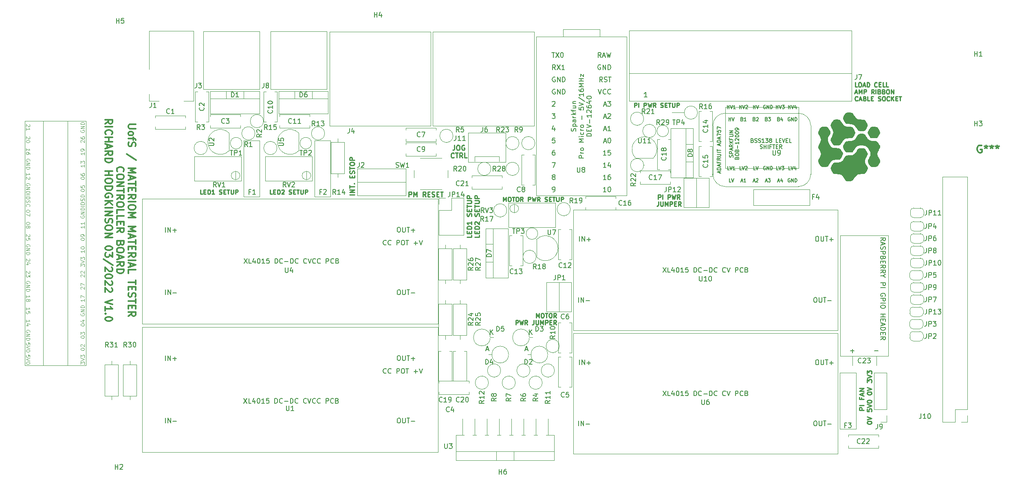
<source format=gbr>
%TF.GenerationSoftware,KiCad,Pcbnew,6.0.2-378541a8eb~116~ubuntu20.04.1*%
%TF.CreationDate,2022-03-22T16:19:33+00:00*%
%TF.ProjectId,Main board,4d61696e-2062-46f6-9172-642e6b696361,V1.0*%
%TF.SameCoordinates,Original*%
%TF.FileFunction,Legend,Top*%
%TF.FilePolarity,Positive*%
%FSLAX46Y46*%
G04 Gerber Fmt 4.6, Leading zero omitted, Abs format (unit mm)*
G04 Created by KiCad (PCBNEW 6.0.2-378541a8eb~116~ubuntu20.04.1) date 2022-03-22 16:19:33*
%MOMM*%
%LPD*%
G01*
G04 APERTURE LIST*
%ADD10C,0.225000*%
%ADD11C,0.250000*%
%ADD12C,0.300000*%
%ADD13C,0.150000*%
%ADD14C,0.125000*%
%ADD15C,0.120000*%
G04 APERTURE END LIST*
D10*
X90784000Y-95149142D02*
X90355428Y-95149142D01*
X90355428Y-94249142D01*
X91084000Y-94677714D02*
X91384000Y-94677714D01*
X91512571Y-95149142D02*
X91084000Y-95149142D01*
X91084000Y-94249142D01*
X91512571Y-94249142D01*
X91898285Y-95149142D02*
X91898285Y-94249142D01*
X92112571Y-94249142D01*
X92241142Y-94292000D01*
X92326857Y-94377714D01*
X92369714Y-94463428D01*
X92412571Y-94634857D01*
X92412571Y-94763428D01*
X92369714Y-94934857D01*
X92326857Y-95020571D01*
X92241142Y-95106285D01*
X92112571Y-95149142D01*
X91898285Y-95149142D01*
X93269714Y-95149142D02*
X92755428Y-95149142D01*
X93012571Y-95149142D02*
X93012571Y-94249142D01*
X92926857Y-94377714D01*
X92841142Y-94463428D01*
X92755428Y-94506285D01*
X94298285Y-95106285D02*
X94426857Y-95149142D01*
X94641142Y-95149142D01*
X94726857Y-95106285D01*
X94769714Y-95063428D01*
X94812571Y-94977714D01*
X94812571Y-94892000D01*
X94769714Y-94806285D01*
X94726857Y-94763428D01*
X94641142Y-94720571D01*
X94469714Y-94677714D01*
X94384000Y-94634857D01*
X94341142Y-94592000D01*
X94298285Y-94506285D01*
X94298285Y-94420571D01*
X94341142Y-94334857D01*
X94384000Y-94292000D01*
X94469714Y-94249142D01*
X94684000Y-94249142D01*
X94812571Y-94292000D01*
X95198285Y-94677714D02*
X95498285Y-94677714D01*
X95626857Y-95149142D02*
X95198285Y-95149142D01*
X95198285Y-94249142D01*
X95626857Y-94249142D01*
X95884000Y-94249142D02*
X96398285Y-94249142D01*
X96141142Y-95149142D02*
X96141142Y-94249142D01*
X96698285Y-94249142D02*
X96698285Y-94977714D01*
X96741142Y-95063428D01*
X96784000Y-95106285D01*
X96869714Y-95149142D01*
X97041142Y-95149142D01*
X97126857Y-95106285D01*
X97169714Y-95063428D01*
X97212571Y-94977714D01*
X97212571Y-94249142D01*
X97641142Y-95149142D02*
X97641142Y-94249142D01*
X97984000Y-94249142D01*
X98069714Y-94292000D01*
X98112571Y-94334857D01*
X98155428Y-94420571D01*
X98155428Y-94549142D01*
X98112571Y-94634857D01*
X98069714Y-94677714D01*
X97984000Y-94720571D01*
X97641142Y-94720571D01*
X105262000Y-95149142D02*
X104833428Y-95149142D01*
X104833428Y-94249142D01*
X105562000Y-94677714D02*
X105862000Y-94677714D01*
X105990571Y-95149142D02*
X105562000Y-95149142D01*
X105562000Y-94249142D01*
X105990571Y-94249142D01*
X106376285Y-95149142D02*
X106376285Y-94249142D01*
X106590571Y-94249142D01*
X106719142Y-94292000D01*
X106804857Y-94377714D01*
X106847714Y-94463428D01*
X106890571Y-94634857D01*
X106890571Y-94763428D01*
X106847714Y-94934857D01*
X106804857Y-95020571D01*
X106719142Y-95106285D01*
X106590571Y-95149142D01*
X106376285Y-95149142D01*
X107233428Y-94334857D02*
X107276285Y-94292000D01*
X107362000Y-94249142D01*
X107576285Y-94249142D01*
X107662000Y-94292000D01*
X107704857Y-94334857D01*
X107747714Y-94420571D01*
X107747714Y-94506285D01*
X107704857Y-94634857D01*
X107190571Y-95149142D01*
X107747714Y-95149142D01*
X108776285Y-95106285D02*
X108904857Y-95149142D01*
X109119142Y-95149142D01*
X109204857Y-95106285D01*
X109247714Y-95063428D01*
X109290571Y-94977714D01*
X109290571Y-94892000D01*
X109247714Y-94806285D01*
X109204857Y-94763428D01*
X109119142Y-94720571D01*
X108947714Y-94677714D01*
X108862000Y-94634857D01*
X108819142Y-94592000D01*
X108776285Y-94506285D01*
X108776285Y-94420571D01*
X108819142Y-94334857D01*
X108862000Y-94292000D01*
X108947714Y-94249142D01*
X109162000Y-94249142D01*
X109290571Y-94292000D01*
X109676285Y-94677714D02*
X109976285Y-94677714D01*
X110104857Y-95149142D02*
X109676285Y-95149142D01*
X109676285Y-94249142D01*
X110104857Y-94249142D01*
X110362000Y-94249142D02*
X110876285Y-94249142D01*
X110619142Y-95149142D02*
X110619142Y-94249142D01*
X111176285Y-94249142D02*
X111176285Y-94977714D01*
X111219142Y-95063428D01*
X111262000Y-95106285D01*
X111347714Y-95149142D01*
X111519142Y-95149142D01*
X111604857Y-95106285D01*
X111647714Y-95063428D01*
X111690571Y-94977714D01*
X111690571Y-94249142D01*
X112119142Y-95149142D02*
X112119142Y-94249142D01*
X112462000Y-94249142D01*
X112547714Y-94292000D01*
X112590571Y-94334857D01*
X112633428Y-94420571D01*
X112633428Y-94549142D01*
X112590571Y-94634857D01*
X112547714Y-94677714D01*
X112462000Y-94720571D01*
X112119142Y-94720571D01*
X226849107Y-72872142D02*
X226420535Y-72872142D01*
X226420535Y-71972142D01*
X227320535Y-71972142D02*
X227491964Y-71972142D01*
X227577678Y-72015000D01*
X227663392Y-72100714D01*
X227706250Y-72272142D01*
X227706250Y-72572142D01*
X227663392Y-72743571D01*
X227577678Y-72829285D01*
X227491964Y-72872142D01*
X227320535Y-72872142D01*
X227234821Y-72829285D01*
X227149107Y-72743571D01*
X227106250Y-72572142D01*
X227106250Y-72272142D01*
X227149107Y-72100714D01*
X227234821Y-72015000D01*
X227320535Y-71972142D01*
X228049107Y-72615000D02*
X228477678Y-72615000D01*
X227963392Y-72872142D02*
X228263392Y-71972142D01*
X228563392Y-72872142D01*
X228863392Y-72872142D02*
X228863392Y-71972142D01*
X229077678Y-71972142D01*
X229206250Y-72015000D01*
X229291964Y-72100714D01*
X229334821Y-72186428D01*
X229377678Y-72357857D01*
X229377678Y-72486428D01*
X229334821Y-72657857D01*
X229291964Y-72743571D01*
X229206250Y-72829285D01*
X229077678Y-72872142D01*
X228863392Y-72872142D01*
X230963392Y-72786428D02*
X230920535Y-72829285D01*
X230791964Y-72872142D01*
X230706250Y-72872142D01*
X230577678Y-72829285D01*
X230491964Y-72743571D01*
X230449107Y-72657857D01*
X230406250Y-72486428D01*
X230406250Y-72357857D01*
X230449107Y-72186428D01*
X230491964Y-72100714D01*
X230577678Y-72015000D01*
X230706250Y-71972142D01*
X230791964Y-71972142D01*
X230920535Y-72015000D01*
X230963392Y-72057857D01*
X231349107Y-72400714D02*
X231649107Y-72400714D01*
X231777678Y-72872142D02*
X231349107Y-72872142D01*
X231349107Y-71972142D01*
X231777678Y-71972142D01*
X232591964Y-72872142D02*
X232163392Y-72872142D01*
X232163392Y-71972142D01*
X233320535Y-72872142D02*
X232891964Y-72872142D01*
X232891964Y-71972142D01*
X226377678Y-74064000D02*
X226806250Y-74064000D01*
X226291964Y-74321142D02*
X226591964Y-73421142D01*
X226891964Y-74321142D01*
X227191964Y-74321142D02*
X227191964Y-73421142D01*
X227491964Y-74064000D01*
X227791964Y-73421142D01*
X227791964Y-74321142D01*
X228220535Y-74321142D02*
X228220535Y-73421142D01*
X228563392Y-73421142D01*
X228649107Y-73464000D01*
X228691964Y-73506857D01*
X228734821Y-73592571D01*
X228734821Y-73721142D01*
X228691964Y-73806857D01*
X228649107Y-73849714D01*
X228563392Y-73892571D01*
X228220535Y-73892571D01*
X230320535Y-74321142D02*
X230020535Y-73892571D01*
X229806250Y-74321142D02*
X229806250Y-73421142D01*
X230149107Y-73421142D01*
X230234821Y-73464000D01*
X230277678Y-73506857D01*
X230320535Y-73592571D01*
X230320535Y-73721142D01*
X230277678Y-73806857D01*
X230234821Y-73849714D01*
X230149107Y-73892571D01*
X229806250Y-73892571D01*
X230706250Y-74321142D02*
X230706250Y-73421142D01*
X231434821Y-73849714D02*
X231563392Y-73892571D01*
X231606250Y-73935428D01*
X231649107Y-74021142D01*
X231649107Y-74149714D01*
X231606250Y-74235428D01*
X231563392Y-74278285D01*
X231477678Y-74321142D01*
X231134821Y-74321142D01*
X231134821Y-73421142D01*
X231434821Y-73421142D01*
X231520535Y-73464000D01*
X231563392Y-73506857D01*
X231606250Y-73592571D01*
X231606250Y-73678285D01*
X231563392Y-73764000D01*
X231520535Y-73806857D01*
X231434821Y-73849714D01*
X231134821Y-73849714D01*
X232334821Y-73849714D02*
X232463392Y-73892571D01*
X232506250Y-73935428D01*
X232549107Y-74021142D01*
X232549107Y-74149714D01*
X232506250Y-74235428D01*
X232463392Y-74278285D01*
X232377678Y-74321142D01*
X232034821Y-74321142D01*
X232034821Y-73421142D01*
X232334821Y-73421142D01*
X232420535Y-73464000D01*
X232463392Y-73506857D01*
X232506250Y-73592571D01*
X232506250Y-73678285D01*
X232463392Y-73764000D01*
X232420535Y-73806857D01*
X232334821Y-73849714D01*
X232034821Y-73849714D01*
X233106250Y-73421142D02*
X233277678Y-73421142D01*
X233363392Y-73464000D01*
X233449107Y-73549714D01*
X233491964Y-73721142D01*
X233491964Y-74021142D01*
X233449107Y-74192571D01*
X233363392Y-74278285D01*
X233277678Y-74321142D01*
X233106250Y-74321142D01*
X233020535Y-74278285D01*
X232934821Y-74192571D01*
X232891964Y-74021142D01*
X232891964Y-73721142D01*
X232934821Y-73549714D01*
X233020535Y-73464000D01*
X233106250Y-73421142D01*
X233877678Y-74321142D02*
X233877678Y-73421142D01*
X234391964Y-74321142D01*
X234391964Y-73421142D01*
X226934821Y-75684428D02*
X226891964Y-75727285D01*
X226763392Y-75770142D01*
X226677678Y-75770142D01*
X226549107Y-75727285D01*
X226463392Y-75641571D01*
X226420535Y-75555857D01*
X226377678Y-75384428D01*
X226377678Y-75255857D01*
X226420535Y-75084428D01*
X226463392Y-74998714D01*
X226549107Y-74913000D01*
X226677678Y-74870142D01*
X226763392Y-74870142D01*
X226891964Y-74913000D01*
X226934821Y-74955857D01*
X227277678Y-75513000D02*
X227706250Y-75513000D01*
X227191964Y-75770142D02*
X227491964Y-74870142D01*
X227791964Y-75770142D01*
X228391964Y-75298714D02*
X228520535Y-75341571D01*
X228563392Y-75384428D01*
X228606250Y-75470142D01*
X228606250Y-75598714D01*
X228563392Y-75684428D01*
X228520535Y-75727285D01*
X228434821Y-75770142D01*
X228091964Y-75770142D01*
X228091964Y-74870142D01*
X228391964Y-74870142D01*
X228477678Y-74913000D01*
X228520535Y-74955857D01*
X228563392Y-75041571D01*
X228563392Y-75127285D01*
X228520535Y-75213000D01*
X228477678Y-75255857D01*
X228391964Y-75298714D01*
X228091964Y-75298714D01*
X229420535Y-75770142D02*
X228991964Y-75770142D01*
X228991964Y-74870142D01*
X229720535Y-75298714D02*
X230020535Y-75298714D01*
X230149107Y-75770142D02*
X229720535Y-75770142D01*
X229720535Y-74870142D01*
X230149107Y-74870142D01*
X231177678Y-75727285D02*
X231306250Y-75770142D01*
X231520535Y-75770142D01*
X231606250Y-75727285D01*
X231649107Y-75684428D01*
X231691964Y-75598714D01*
X231691964Y-75513000D01*
X231649107Y-75427285D01*
X231606250Y-75384428D01*
X231520535Y-75341571D01*
X231349107Y-75298714D01*
X231263392Y-75255857D01*
X231220535Y-75213000D01*
X231177678Y-75127285D01*
X231177678Y-75041571D01*
X231220535Y-74955857D01*
X231263392Y-74913000D01*
X231349107Y-74870142D01*
X231563392Y-74870142D01*
X231691964Y-74913000D01*
X232249107Y-74870142D02*
X232420535Y-74870142D01*
X232506250Y-74913000D01*
X232591964Y-74998714D01*
X232634821Y-75170142D01*
X232634821Y-75470142D01*
X232591964Y-75641571D01*
X232506250Y-75727285D01*
X232420535Y-75770142D01*
X232249107Y-75770142D01*
X232163392Y-75727285D01*
X232077678Y-75641571D01*
X232034821Y-75470142D01*
X232034821Y-75170142D01*
X232077678Y-74998714D01*
X232163392Y-74913000D01*
X232249107Y-74870142D01*
X233534821Y-75684428D02*
X233491964Y-75727285D01*
X233363392Y-75770142D01*
X233277678Y-75770142D01*
X233149107Y-75727285D01*
X233063392Y-75641571D01*
X233020535Y-75555857D01*
X232977678Y-75384428D01*
X232977678Y-75255857D01*
X233020535Y-75084428D01*
X233063392Y-74998714D01*
X233149107Y-74913000D01*
X233277678Y-74870142D01*
X233363392Y-74870142D01*
X233491964Y-74913000D01*
X233534821Y-74955857D01*
X233920535Y-75770142D02*
X233920535Y-74870142D01*
X234434821Y-75770142D02*
X234049107Y-75255857D01*
X234434821Y-74870142D02*
X233920535Y-75384428D01*
X234820535Y-75298714D02*
X235120535Y-75298714D01*
X235249107Y-75770142D02*
X234820535Y-75770142D01*
X234820535Y-74870142D01*
X235249107Y-74870142D01*
X235506250Y-74870142D02*
X236020535Y-74870142D01*
X235763392Y-75770142D02*
X235763392Y-74870142D01*
D11*
X146713380Y-103655333D02*
X146713380Y-104131523D01*
X145713380Y-104131523D01*
X146189571Y-103322000D02*
X146189571Y-102988666D01*
X146713380Y-102845809D02*
X146713380Y-103322000D01*
X145713380Y-103322000D01*
X145713380Y-102845809D01*
X146713380Y-102417238D02*
X145713380Y-102417238D01*
X145713380Y-102179142D01*
X145761000Y-102036285D01*
X145856238Y-101941047D01*
X145951476Y-101893428D01*
X146141952Y-101845809D01*
X146284809Y-101845809D01*
X146475285Y-101893428D01*
X146570523Y-101941047D01*
X146665761Y-102036285D01*
X146713380Y-102179142D01*
X146713380Y-102417238D01*
X146713380Y-100893428D02*
X146713380Y-101464857D01*
X146713380Y-101179142D02*
X145713380Y-101179142D01*
X145856238Y-101274380D01*
X145951476Y-101369619D01*
X145999095Y-101464857D01*
X146665761Y-99750571D02*
X146713380Y-99607714D01*
X146713380Y-99369619D01*
X146665761Y-99274380D01*
X146618142Y-99226761D01*
X146522904Y-99179142D01*
X146427666Y-99179142D01*
X146332428Y-99226761D01*
X146284809Y-99274380D01*
X146237190Y-99369619D01*
X146189571Y-99560095D01*
X146141952Y-99655333D01*
X146094333Y-99702952D01*
X145999095Y-99750571D01*
X145903857Y-99750571D01*
X145808619Y-99702952D01*
X145761000Y-99655333D01*
X145713380Y-99560095D01*
X145713380Y-99322000D01*
X145761000Y-99179142D01*
X146189571Y-98750571D02*
X146189571Y-98417238D01*
X146713380Y-98274380D02*
X146713380Y-98750571D01*
X145713380Y-98750571D01*
X145713380Y-98274380D01*
X145713380Y-97988666D02*
X145713380Y-97417238D01*
X146713380Y-97702952D02*
X145713380Y-97702952D01*
X145713380Y-97083904D02*
X146522904Y-97083904D01*
X146618142Y-97036285D01*
X146665761Y-96988666D01*
X146713380Y-96893428D01*
X146713380Y-96702952D01*
X146665761Y-96607714D01*
X146618142Y-96560095D01*
X146522904Y-96512476D01*
X145713380Y-96512476D01*
X146713380Y-96036285D02*
X145713380Y-96036285D01*
X145713380Y-95655333D01*
X145761000Y-95560095D01*
X145808619Y-95512476D01*
X145903857Y-95464857D01*
X146046714Y-95464857D01*
X146141952Y-95512476D01*
X146189571Y-95560095D01*
X146237190Y-95655333D01*
X146237190Y-96036285D01*
X148323380Y-103655333D02*
X148323380Y-104131523D01*
X147323380Y-104131523D01*
X147799571Y-103322000D02*
X147799571Y-102988666D01*
X148323380Y-102845809D02*
X148323380Y-103322000D01*
X147323380Y-103322000D01*
X147323380Y-102845809D01*
X148323380Y-102417238D02*
X147323380Y-102417238D01*
X147323380Y-102179142D01*
X147371000Y-102036285D01*
X147466238Y-101941047D01*
X147561476Y-101893428D01*
X147751952Y-101845809D01*
X147894809Y-101845809D01*
X148085285Y-101893428D01*
X148180523Y-101941047D01*
X148275761Y-102036285D01*
X148323380Y-102179142D01*
X148323380Y-102417238D01*
X147418619Y-101464857D02*
X147371000Y-101417238D01*
X147323380Y-101322000D01*
X147323380Y-101083904D01*
X147371000Y-100988666D01*
X147418619Y-100941047D01*
X147513857Y-100893428D01*
X147609095Y-100893428D01*
X147751952Y-100941047D01*
X148323380Y-101512476D01*
X148323380Y-100893428D01*
X148275761Y-99750571D02*
X148323380Y-99607714D01*
X148323380Y-99369619D01*
X148275761Y-99274380D01*
X148228142Y-99226761D01*
X148132904Y-99179142D01*
X148037666Y-99179142D01*
X147942428Y-99226761D01*
X147894809Y-99274380D01*
X147847190Y-99369619D01*
X147799571Y-99560095D01*
X147751952Y-99655333D01*
X147704333Y-99702952D01*
X147609095Y-99750571D01*
X147513857Y-99750571D01*
X147418619Y-99702952D01*
X147371000Y-99655333D01*
X147323380Y-99560095D01*
X147323380Y-99322000D01*
X147371000Y-99179142D01*
X147799571Y-98750571D02*
X147799571Y-98417238D01*
X148323380Y-98274380D02*
X148323380Y-98750571D01*
X147323380Y-98750571D01*
X147323380Y-98274380D01*
X147323380Y-97988666D02*
X147323380Y-97417238D01*
X148323380Y-97702952D02*
X147323380Y-97702952D01*
X147323380Y-97083904D02*
X148132904Y-97083904D01*
X148228142Y-97036285D01*
X148275761Y-96988666D01*
X148323380Y-96893428D01*
X148323380Y-96702952D01*
X148275761Y-96607714D01*
X148228142Y-96560095D01*
X148132904Y-96512476D01*
X147323380Y-96512476D01*
X148323380Y-96036285D02*
X147323380Y-96036285D01*
X147323380Y-95655333D01*
X147371000Y-95560095D01*
X147418619Y-95512476D01*
X147513857Y-95464857D01*
X147656714Y-95464857D01*
X147751952Y-95512476D01*
X147799571Y-95560095D01*
X147847190Y-95655333D01*
X147847190Y-96036285D01*
D10*
X153276285Y-96673142D02*
X153276285Y-95773142D01*
X153576285Y-96416000D01*
X153876285Y-95773142D01*
X153876285Y-96673142D01*
X154476285Y-95773142D02*
X154647714Y-95773142D01*
X154733428Y-95816000D01*
X154819142Y-95901714D01*
X154862000Y-96073142D01*
X154862000Y-96373142D01*
X154819142Y-96544571D01*
X154733428Y-96630285D01*
X154647714Y-96673142D01*
X154476285Y-96673142D01*
X154390571Y-96630285D01*
X154304857Y-96544571D01*
X154262000Y-96373142D01*
X154262000Y-96073142D01*
X154304857Y-95901714D01*
X154390571Y-95816000D01*
X154476285Y-95773142D01*
X155119142Y-95773142D02*
X155633428Y-95773142D01*
X155376285Y-96673142D02*
X155376285Y-95773142D01*
X156104857Y-95773142D02*
X156276285Y-95773142D01*
X156362000Y-95816000D01*
X156447714Y-95901714D01*
X156490571Y-96073142D01*
X156490571Y-96373142D01*
X156447714Y-96544571D01*
X156362000Y-96630285D01*
X156276285Y-96673142D01*
X156104857Y-96673142D01*
X156019142Y-96630285D01*
X155933428Y-96544571D01*
X155890571Y-96373142D01*
X155890571Y-96073142D01*
X155933428Y-95901714D01*
X156019142Y-95816000D01*
X156104857Y-95773142D01*
X157390571Y-96673142D02*
X157090571Y-96244571D01*
X156876285Y-96673142D02*
X156876285Y-95773142D01*
X157219142Y-95773142D01*
X157304857Y-95816000D01*
X157347714Y-95858857D01*
X157390571Y-95944571D01*
X157390571Y-96073142D01*
X157347714Y-96158857D01*
X157304857Y-96201714D01*
X157219142Y-96244571D01*
X156876285Y-96244571D01*
X158462000Y-96673142D02*
X158462000Y-95773142D01*
X158804857Y-95773142D01*
X158890571Y-95816000D01*
X158933428Y-95858857D01*
X158976285Y-95944571D01*
X158976285Y-96073142D01*
X158933428Y-96158857D01*
X158890571Y-96201714D01*
X158804857Y-96244571D01*
X158462000Y-96244571D01*
X159276285Y-95773142D02*
X159490571Y-96673142D01*
X159662000Y-96030285D01*
X159833428Y-96673142D01*
X160047714Y-95773142D01*
X160904857Y-96673142D02*
X160604857Y-96244571D01*
X160390571Y-96673142D02*
X160390571Y-95773142D01*
X160733428Y-95773142D01*
X160819142Y-95816000D01*
X160862000Y-95858857D01*
X160904857Y-95944571D01*
X160904857Y-96073142D01*
X160862000Y-96158857D01*
X160819142Y-96201714D01*
X160733428Y-96244571D01*
X160390571Y-96244571D01*
X161933428Y-96630285D02*
X162062000Y-96673142D01*
X162276285Y-96673142D01*
X162362000Y-96630285D01*
X162404857Y-96587428D01*
X162447714Y-96501714D01*
X162447714Y-96416000D01*
X162404857Y-96330285D01*
X162362000Y-96287428D01*
X162276285Y-96244571D01*
X162104857Y-96201714D01*
X162019142Y-96158857D01*
X161976285Y-96116000D01*
X161933428Y-96030285D01*
X161933428Y-95944571D01*
X161976285Y-95858857D01*
X162019142Y-95816000D01*
X162104857Y-95773142D01*
X162319142Y-95773142D01*
X162447714Y-95816000D01*
X162833428Y-96201714D02*
X163133428Y-96201714D01*
X163262000Y-96673142D02*
X162833428Y-96673142D01*
X162833428Y-95773142D01*
X163262000Y-95773142D01*
X163519142Y-95773142D02*
X164033428Y-95773142D01*
X163776285Y-96673142D02*
X163776285Y-95773142D01*
X164333428Y-95773142D02*
X164333428Y-96501714D01*
X164376285Y-96587428D01*
X164419142Y-96630285D01*
X164504857Y-96673142D01*
X164676285Y-96673142D01*
X164762000Y-96630285D01*
X164804857Y-96587428D01*
X164847714Y-96501714D01*
X164847714Y-95773142D01*
X165276285Y-96673142D02*
X165276285Y-95773142D01*
X165619142Y-95773142D01*
X165704857Y-95816000D01*
X165747714Y-95858857D01*
X165790571Y-95944571D01*
X165790571Y-96073142D01*
X165747714Y-96158857D01*
X165704857Y-96201714D01*
X165619142Y-96244571D01*
X165276285Y-96244571D01*
X160160035Y-120840642D02*
X160160035Y-119940642D01*
X160460035Y-120583500D01*
X160760035Y-119940642D01*
X160760035Y-120840642D01*
X161360035Y-119940642D02*
X161531464Y-119940642D01*
X161617178Y-119983500D01*
X161702892Y-120069214D01*
X161745750Y-120240642D01*
X161745750Y-120540642D01*
X161702892Y-120712071D01*
X161617178Y-120797785D01*
X161531464Y-120840642D01*
X161360035Y-120840642D01*
X161274321Y-120797785D01*
X161188607Y-120712071D01*
X161145750Y-120540642D01*
X161145750Y-120240642D01*
X161188607Y-120069214D01*
X161274321Y-119983500D01*
X161360035Y-119940642D01*
X162002892Y-119940642D02*
X162517178Y-119940642D01*
X162260035Y-120840642D02*
X162260035Y-119940642D01*
X162988607Y-119940642D02*
X163160035Y-119940642D01*
X163245750Y-119983500D01*
X163331464Y-120069214D01*
X163374321Y-120240642D01*
X163374321Y-120540642D01*
X163331464Y-120712071D01*
X163245750Y-120797785D01*
X163160035Y-120840642D01*
X162988607Y-120840642D01*
X162902892Y-120797785D01*
X162817178Y-120712071D01*
X162774321Y-120540642D01*
X162774321Y-120240642D01*
X162817178Y-120069214D01*
X162902892Y-119983500D01*
X162988607Y-119940642D01*
X164274321Y-120840642D02*
X163974321Y-120412071D01*
X163760035Y-120840642D02*
X163760035Y-119940642D01*
X164102892Y-119940642D01*
X164188607Y-119983500D01*
X164231464Y-120026357D01*
X164274321Y-120112071D01*
X164274321Y-120240642D01*
X164231464Y-120326357D01*
X164188607Y-120369214D01*
X164102892Y-120412071D01*
X163760035Y-120412071D01*
X155874321Y-122289642D02*
X155874321Y-121389642D01*
X156217178Y-121389642D01*
X156302892Y-121432500D01*
X156345750Y-121475357D01*
X156388607Y-121561071D01*
X156388607Y-121689642D01*
X156345750Y-121775357D01*
X156302892Y-121818214D01*
X156217178Y-121861071D01*
X155874321Y-121861071D01*
X156688607Y-121389642D02*
X156902892Y-122289642D01*
X157074321Y-121646785D01*
X157245750Y-122289642D01*
X157460035Y-121389642D01*
X158317178Y-122289642D02*
X158017178Y-121861071D01*
X157802892Y-122289642D02*
X157802892Y-121389642D01*
X158145750Y-121389642D01*
X158231464Y-121432500D01*
X158274321Y-121475357D01*
X158317178Y-121561071D01*
X158317178Y-121689642D01*
X158274321Y-121775357D01*
X158231464Y-121818214D01*
X158145750Y-121861071D01*
X157802892Y-121861071D01*
X159645750Y-121389642D02*
X159645750Y-122032500D01*
X159602892Y-122161071D01*
X159517178Y-122246785D01*
X159388607Y-122289642D01*
X159302892Y-122289642D01*
X160074321Y-121389642D02*
X160074321Y-122118214D01*
X160117178Y-122203928D01*
X160160035Y-122246785D01*
X160245750Y-122289642D01*
X160417178Y-122289642D01*
X160502892Y-122246785D01*
X160545750Y-122203928D01*
X160588607Y-122118214D01*
X160588607Y-121389642D01*
X161017178Y-122289642D02*
X161017178Y-121389642D01*
X161317178Y-122032500D01*
X161617178Y-121389642D01*
X161617178Y-122289642D01*
X162045750Y-122289642D02*
X162045750Y-121389642D01*
X162388607Y-121389642D01*
X162474321Y-121432500D01*
X162517178Y-121475357D01*
X162560035Y-121561071D01*
X162560035Y-121689642D01*
X162517178Y-121775357D01*
X162474321Y-121818214D01*
X162388607Y-121861071D01*
X162045750Y-121861071D01*
X162945750Y-121818214D02*
X163245750Y-121818214D01*
X163374321Y-122289642D02*
X162945750Y-122289642D01*
X162945750Y-121389642D01*
X163374321Y-121389642D01*
X164274321Y-122289642D02*
X163974321Y-121861071D01*
X163760035Y-122289642D02*
X163760035Y-121389642D01*
X164102892Y-121389642D01*
X164188607Y-121432500D01*
X164231464Y-121475357D01*
X164274321Y-121561071D01*
X164274321Y-121689642D01*
X164231464Y-121775357D01*
X164188607Y-121818214D01*
X164102892Y-121861071D01*
X163760035Y-121861071D01*
X185498857Y-96202642D02*
X185498857Y-95302642D01*
X185841714Y-95302642D01*
X185927428Y-95345500D01*
X185970285Y-95388357D01*
X186013142Y-95474071D01*
X186013142Y-95602642D01*
X185970285Y-95688357D01*
X185927428Y-95731214D01*
X185841714Y-95774071D01*
X185498857Y-95774071D01*
X186398857Y-96202642D02*
X186398857Y-95302642D01*
X187513142Y-96202642D02*
X187513142Y-95302642D01*
X187856000Y-95302642D01*
X187941714Y-95345500D01*
X187984571Y-95388357D01*
X188027428Y-95474071D01*
X188027428Y-95602642D01*
X187984571Y-95688357D01*
X187941714Y-95731214D01*
X187856000Y-95774071D01*
X187513142Y-95774071D01*
X188327428Y-95302642D02*
X188541714Y-96202642D01*
X188713142Y-95559785D01*
X188884571Y-96202642D01*
X189098857Y-95302642D01*
X189956000Y-96202642D02*
X189656000Y-95774071D01*
X189441714Y-96202642D02*
X189441714Y-95302642D01*
X189784571Y-95302642D01*
X189870285Y-95345500D01*
X189913142Y-95388357D01*
X189956000Y-95474071D01*
X189956000Y-95602642D01*
X189913142Y-95688357D01*
X189870285Y-95731214D01*
X189784571Y-95774071D01*
X189441714Y-95774071D01*
X185541714Y-96751642D02*
X185541714Y-97394500D01*
X185498857Y-97523071D01*
X185413142Y-97608785D01*
X185284571Y-97651642D01*
X185198857Y-97651642D01*
X185970285Y-96751642D02*
X185970285Y-97480214D01*
X186013142Y-97565928D01*
X186056000Y-97608785D01*
X186141714Y-97651642D01*
X186313142Y-97651642D01*
X186398857Y-97608785D01*
X186441714Y-97565928D01*
X186484571Y-97480214D01*
X186484571Y-96751642D01*
X186913142Y-97651642D02*
X186913142Y-96751642D01*
X187213142Y-97394500D01*
X187513142Y-96751642D01*
X187513142Y-97651642D01*
X187941714Y-97651642D02*
X187941714Y-96751642D01*
X188284571Y-96751642D01*
X188370285Y-96794500D01*
X188413142Y-96837357D01*
X188456000Y-96923071D01*
X188456000Y-97051642D01*
X188413142Y-97137357D01*
X188370285Y-97180214D01*
X188284571Y-97223071D01*
X187941714Y-97223071D01*
X188841714Y-97180214D02*
X189141714Y-97180214D01*
X189270285Y-97651642D02*
X188841714Y-97651642D01*
X188841714Y-96751642D01*
X189270285Y-96751642D01*
X190170285Y-97651642D02*
X189870285Y-97223071D01*
X189656000Y-97651642D02*
X189656000Y-96751642D01*
X189998857Y-96751642D01*
X190084571Y-96794500D01*
X190127428Y-96837357D01*
X190170285Y-96923071D01*
X190170285Y-97051642D01*
X190127428Y-97137357D01*
X190084571Y-97180214D01*
X189998857Y-97223071D01*
X189656000Y-97223071D01*
D12*
X76896428Y-80691142D02*
X75682142Y-80691142D01*
X75539285Y-80762571D01*
X75467857Y-80834000D01*
X75396428Y-80976857D01*
X75396428Y-81262571D01*
X75467857Y-81405428D01*
X75539285Y-81476857D01*
X75682142Y-81548285D01*
X76896428Y-81548285D01*
X75396428Y-82476857D02*
X75467857Y-82334000D01*
X75539285Y-82262571D01*
X75682142Y-82191142D01*
X76110714Y-82191142D01*
X76253571Y-82262571D01*
X76325000Y-82334000D01*
X76396428Y-82476857D01*
X76396428Y-82691142D01*
X76325000Y-82834000D01*
X76253571Y-82905428D01*
X76110714Y-82976857D01*
X75682142Y-82976857D01*
X75539285Y-82905428D01*
X75467857Y-82834000D01*
X75396428Y-82691142D01*
X75396428Y-82476857D01*
X76396428Y-83405428D02*
X76396428Y-83976857D01*
X75396428Y-83619714D02*
X76682142Y-83619714D01*
X76825000Y-83691142D01*
X76896428Y-83834000D01*
X76896428Y-83976857D01*
X75467857Y-84405428D02*
X75396428Y-84619714D01*
X75396428Y-84976857D01*
X75467857Y-85119714D01*
X75539285Y-85191142D01*
X75682142Y-85262571D01*
X75825000Y-85262571D01*
X75967857Y-85191142D01*
X76039285Y-85119714D01*
X76110714Y-84976857D01*
X76182142Y-84691142D01*
X76253571Y-84548285D01*
X76325000Y-84476857D01*
X76467857Y-84405428D01*
X76610714Y-84405428D01*
X76753571Y-84476857D01*
X76825000Y-84548285D01*
X76896428Y-84691142D01*
X76896428Y-85048285D01*
X76825000Y-85262571D01*
X76967857Y-88119714D02*
X75039285Y-86834000D01*
X75396428Y-89762571D02*
X76896428Y-89762571D01*
X75825000Y-90262571D01*
X76896428Y-90762571D01*
X75396428Y-90762571D01*
X75825000Y-91405428D02*
X75825000Y-92119714D01*
X75396428Y-91262571D02*
X76896428Y-91762571D01*
X75396428Y-92262571D01*
X76896428Y-92548285D02*
X76896428Y-93405428D01*
X75396428Y-92976857D02*
X76896428Y-92976857D01*
X76182142Y-93905428D02*
X76182142Y-94405428D01*
X75396428Y-94619714D02*
X75396428Y-93905428D01*
X76896428Y-93905428D01*
X76896428Y-94619714D01*
X75396428Y-96119714D02*
X76110714Y-95619714D01*
X75396428Y-95262571D02*
X76896428Y-95262571D01*
X76896428Y-95834000D01*
X76825000Y-95976857D01*
X76753571Y-96048285D01*
X76610714Y-96119714D01*
X76396428Y-96119714D01*
X76253571Y-96048285D01*
X76182142Y-95976857D01*
X76110714Y-95834000D01*
X76110714Y-95262571D01*
X75396428Y-96762571D02*
X76896428Y-96762571D01*
X76896428Y-97762571D02*
X76896428Y-98048285D01*
X76825000Y-98191142D01*
X76682142Y-98334000D01*
X76396428Y-98405428D01*
X75896428Y-98405428D01*
X75610714Y-98334000D01*
X75467857Y-98191142D01*
X75396428Y-98048285D01*
X75396428Y-97762571D01*
X75467857Y-97619714D01*
X75610714Y-97476857D01*
X75896428Y-97405428D01*
X76396428Y-97405428D01*
X76682142Y-97476857D01*
X76825000Y-97619714D01*
X76896428Y-97762571D01*
X75396428Y-99048285D02*
X76896428Y-99048285D01*
X75825000Y-99548285D01*
X76896428Y-100048285D01*
X75396428Y-100048285D01*
X75396428Y-101905428D02*
X76896428Y-101905428D01*
X75825000Y-102405428D01*
X76896428Y-102905428D01*
X75396428Y-102905428D01*
X75825000Y-103548285D02*
X75825000Y-104262571D01*
X75396428Y-103405428D02*
X76896428Y-103905428D01*
X75396428Y-104405428D01*
X76896428Y-104691142D02*
X76896428Y-105548285D01*
X75396428Y-105119714D02*
X76896428Y-105119714D01*
X76182142Y-106048285D02*
X76182142Y-106548285D01*
X75396428Y-106762571D02*
X75396428Y-106048285D01*
X76896428Y-106048285D01*
X76896428Y-106762571D01*
X75396428Y-108262571D02*
X76110714Y-107762571D01*
X75396428Y-107405428D02*
X76896428Y-107405428D01*
X76896428Y-107976857D01*
X76825000Y-108119714D01*
X76753571Y-108191142D01*
X76610714Y-108262571D01*
X76396428Y-108262571D01*
X76253571Y-108191142D01*
X76182142Y-108119714D01*
X76110714Y-107976857D01*
X76110714Y-107405428D01*
X75396428Y-108905428D02*
X76896428Y-108905428D01*
X75825000Y-109548285D02*
X75825000Y-110262571D01*
X75396428Y-109405428D02*
X76896428Y-109905428D01*
X75396428Y-110405428D01*
X75396428Y-111619714D02*
X75396428Y-110905428D01*
X76896428Y-110905428D01*
X76896428Y-113048285D02*
X76896428Y-113905428D01*
X75396428Y-113476857D02*
X76896428Y-113476857D01*
X76182142Y-114405428D02*
X76182142Y-114905428D01*
X75396428Y-115119714D02*
X75396428Y-114405428D01*
X76896428Y-114405428D01*
X76896428Y-115119714D01*
X75467857Y-115691142D02*
X75396428Y-115905428D01*
X75396428Y-116262571D01*
X75467857Y-116405428D01*
X75539285Y-116476857D01*
X75682142Y-116548285D01*
X75825000Y-116548285D01*
X75967857Y-116476857D01*
X76039285Y-116405428D01*
X76110714Y-116262571D01*
X76182142Y-115976857D01*
X76253571Y-115834000D01*
X76325000Y-115762571D01*
X76467857Y-115691142D01*
X76610714Y-115691142D01*
X76753571Y-115762571D01*
X76825000Y-115834000D01*
X76896428Y-115976857D01*
X76896428Y-116334000D01*
X76825000Y-116548285D01*
X76896428Y-116976857D02*
X76896428Y-117834000D01*
X75396428Y-117405428D02*
X76896428Y-117405428D01*
X76182142Y-118334000D02*
X76182142Y-118834000D01*
X75396428Y-119048285D02*
X75396428Y-118334000D01*
X76896428Y-118334000D01*
X76896428Y-119048285D01*
X75396428Y-120548285D02*
X76110714Y-120048285D01*
X75396428Y-119691142D02*
X76896428Y-119691142D01*
X76896428Y-120262571D01*
X76825000Y-120405428D01*
X76753571Y-120476857D01*
X76610714Y-120548285D01*
X76396428Y-120548285D01*
X76253571Y-120476857D01*
X76182142Y-120405428D01*
X76110714Y-120262571D01*
X76110714Y-119691142D01*
X73124285Y-90476857D02*
X73052857Y-90405428D01*
X72981428Y-90191142D01*
X72981428Y-90048285D01*
X73052857Y-89834000D01*
X73195714Y-89691142D01*
X73338571Y-89619714D01*
X73624285Y-89548285D01*
X73838571Y-89548285D01*
X74124285Y-89619714D01*
X74267142Y-89691142D01*
X74410000Y-89834000D01*
X74481428Y-90048285D01*
X74481428Y-90191142D01*
X74410000Y-90405428D01*
X74338571Y-90476857D01*
X74481428Y-91405428D02*
X74481428Y-91691142D01*
X74410000Y-91834000D01*
X74267142Y-91976857D01*
X73981428Y-92048285D01*
X73481428Y-92048285D01*
X73195714Y-91976857D01*
X73052857Y-91834000D01*
X72981428Y-91691142D01*
X72981428Y-91405428D01*
X73052857Y-91262571D01*
X73195714Y-91119714D01*
X73481428Y-91048285D01*
X73981428Y-91048285D01*
X74267142Y-91119714D01*
X74410000Y-91262571D01*
X74481428Y-91405428D01*
X72981428Y-92691142D02*
X74481428Y-92691142D01*
X72981428Y-93548285D01*
X74481428Y-93548285D01*
X74481428Y-94048285D02*
X74481428Y-94905428D01*
X72981428Y-94476857D02*
X74481428Y-94476857D01*
X72981428Y-96262571D02*
X73695714Y-95762571D01*
X72981428Y-95405428D02*
X74481428Y-95405428D01*
X74481428Y-95976857D01*
X74410000Y-96119714D01*
X74338571Y-96191142D01*
X74195714Y-96262571D01*
X73981428Y-96262571D01*
X73838571Y-96191142D01*
X73767142Y-96119714D01*
X73695714Y-95976857D01*
X73695714Y-95405428D01*
X74481428Y-97191142D02*
X74481428Y-97476857D01*
X74410000Y-97619714D01*
X74267142Y-97762571D01*
X73981428Y-97834000D01*
X73481428Y-97834000D01*
X73195714Y-97762571D01*
X73052857Y-97619714D01*
X72981428Y-97476857D01*
X72981428Y-97191142D01*
X73052857Y-97048285D01*
X73195714Y-96905428D01*
X73481428Y-96834000D01*
X73981428Y-96834000D01*
X74267142Y-96905428D01*
X74410000Y-97048285D01*
X74481428Y-97191142D01*
X72981428Y-99191142D02*
X72981428Y-98476857D01*
X74481428Y-98476857D01*
X72981428Y-100405428D02*
X72981428Y-99691142D01*
X74481428Y-99691142D01*
X73767142Y-100905428D02*
X73767142Y-101405428D01*
X72981428Y-101619714D02*
X72981428Y-100905428D01*
X74481428Y-100905428D01*
X74481428Y-101619714D01*
X72981428Y-103119714D02*
X73695714Y-102619714D01*
X72981428Y-102262571D02*
X74481428Y-102262571D01*
X74481428Y-102834000D01*
X74410000Y-102976857D01*
X74338571Y-103048285D01*
X74195714Y-103119714D01*
X73981428Y-103119714D01*
X73838571Y-103048285D01*
X73767142Y-102976857D01*
X73695714Y-102834000D01*
X73695714Y-102262571D01*
X73767142Y-105405428D02*
X73695714Y-105619714D01*
X73624285Y-105691142D01*
X73481428Y-105762571D01*
X73267142Y-105762571D01*
X73124285Y-105691142D01*
X73052857Y-105619714D01*
X72981428Y-105476857D01*
X72981428Y-104905428D01*
X74481428Y-104905428D01*
X74481428Y-105405428D01*
X74410000Y-105548285D01*
X74338571Y-105619714D01*
X74195714Y-105691142D01*
X74052857Y-105691142D01*
X73910000Y-105619714D01*
X73838571Y-105548285D01*
X73767142Y-105405428D01*
X73767142Y-104905428D01*
X74481428Y-106691142D02*
X74481428Y-106976857D01*
X74410000Y-107119714D01*
X74267142Y-107262571D01*
X73981428Y-107334000D01*
X73481428Y-107334000D01*
X73195714Y-107262571D01*
X73052857Y-107119714D01*
X72981428Y-106976857D01*
X72981428Y-106691142D01*
X73052857Y-106548285D01*
X73195714Y-106405428D01*
X73481428Y-106334000D01*
X73981428Y-106334000D01*
X74267142Y-106405428D01*
X74410000Y-106548285D01*
X74481428Y-106691142D01*
X73410000Y-107905428D02*
X73410000Y-108619714D01*
X72981428Y-107762571D02*
X74481428Y-108262571D01*
X72981428Y-108762571D01*
X72981428Y-110119714D02*
X73695714Y-109619714D01*
X72981428Y-109262571D02*
X74481428Y-109262571D01*
X74481428Y-109834000D01*
X74410000Y-109976857D01*
X74338571Y-110048285D01*
X74195714Y-110119714D01*
X73981428Y-110119714D01*
X73838571Y-110048285D01*
X73767142Y-109976857D01*
X73695714Y-109834000D01*
X73695714Y-109262571D01*
X72981428Y-110762571D02*
X74481428Y-110762571D01*
X74481428Y-111119714D01*
X74410000Y-111334000D01*
X74267142Y-111476857D01*
X74124285Y-111548285D01*
X73838571Y-111619714D01*
X73624285Y-111619714D01*
X73338571Y-111548285D01*
X73195714Y-111476857D01*
X73052857Y-111334000D01*
X72981428Y-111119714D01*
X72981428Y-110762571D01*
X70566428Y-80548285D02*
X71280714Y-80048285D01*
X70566428Y-79691142D02*
X72066428Y-79691142D01*
X72066428Y-80262571D01*
X71995000Y-80405428D01*
X71923571Y-80476857D01*
X71780714Y-80548285D01*
X71566428Y-80548285D01*
X71423571Y-80476857D01*
X71352142Y-80405428D01*
X71280714Y-80262571D01*
X71280714Y-79691142D01*
X70566428Y-81191142D02*
X72066428Y-81191142D01*
X70709285Y-82762571D02*
X70637857Y-82691142D01*
X70566428Y-82476857D01*
X70566428Y-82334000D01*
X70637857Y-82119714D01*
X70780714Y-81976857D01*
X70923571Y-81905428D01*
X71209285Y-81834000D01*
X71423571Y-81834000D01*
X71709285Y-81905428D01*
X71852142Y-81976857D01*
X71995000Y-82119714D01*
X72066428Y-82334000D01*
X72066428Y-82476857D01*
X71995000Y-82691142D01*
X71923571Y-82762571D01*
X70566428Y-83405428D02*
X72066428Y-83405428D01*
X71352142Y-83405428D02*
X71352142Y-84262571D01*
X70566428Y-84262571D02*
X72066428Y-84262571D01*
X70995000Y-84905428D02*
X70995000Y-85619714D01*
X70566428Y-84762571D02*
X72066428Y-85262571D01*
X70566428Y-85762571D01*
X70566428Y-87119714D02*
X71280714Y-86619714D01*
X70566428Y-86262571D02*
X72066428Y-86262571D01*
X72066428Y-86834000D01*
X71995000Y-86976857D01*
X71923571Y-87048285D01*
X71780714Y-87119714D01*
X71566428Y-87119714D01*
X71423571Y-87048285D01*
X71352142Y-86976857D01*
X71280714Y-86834000D01*
X71280714Y-86262571D01*
X70566428Y-87762571D02*
X72066428Y-87762571D01*
X72066428Y-88119714D01*
X71995000Y-88334000D01*
X71852142Y-88476857D01*
X71709285Y-88548285D01*
X71423571Y-88619714D01*
X71209285Y-88619714D01*
X70923571Y-88548285D01*
X70780714Y-88476857D01*
X70637857Y-88334000D01*
X70566428Y-88119714D01*
X70566428Y-87762571D01*
X70566428Y-90405428D02*
X72066428Y-90405428D01*
X71352142Y-90405428D02*
X71352142Y-91262571D01*
X70566428Y-91262571D02*
X72066428Y-91262571D01*
X72066428Y-92262571D02*
X72066428Y-92548285D01*
X71995000Y-92691142D01*
X71852142Y-92834000D01*
X71566428Y-92905428D01*
X71066428Y-92905428D01*
X70780714Y-92834000D01*
X70637857Y-92691142D01*
X70566428Y-92548285D01*
X70566428Y-92262571D01*
X70637857Y-92119714D01*
X70780714Y-91976857D01*
X71066428Y-91905428D01*
X71566428Y-91905428D01*
X71852142Y-91976857D01*
X71995000Y-92119714D01*
X72066428Y-92262571D01*
X70566428Y-93548285D02*
X72066428Y-93548285D01*
X72066428Y-93905428D01*
X71995000Y-94119714D01*
X71852142Y-94262571D01*
X71709285Y-94334000D01*
X71423571Y-94405428D01*
X71209285Y-94405428D01*
X70923571Y-94334000D01*
X70780714Y-94262571D01*
X70637857Y-94119714D01*
X70566428Y-93905428D01*
X70566428Y-93548285D01*
X71995000Y-95834000D02*
X72066428Y-95691142D01*
X72066428Y-95476857D01*
X71995000Y-95262571D01*
X71852142Y-95119714D01*
X71709285Y-95048285D01*
X71423571Y-94976857D01*
X71209285Y-94976857D01*
X70923571Y-95048285D01*
X70780714Y-95119714D01*
X70637857Y-95262571D01*
X70566428Y-95476857D01*
X70566428Y-95619714D01*
X70637857Y-95834000D01*
X70709285Y-95905428D01*
X71209285Y-95905428D01*
X71209285Y-95619714D01*
X70566428Y-96548285D02*
X72066428Y-96548285D01*
X70566428Y-97405428D02*
X71423571Y-96762571D01*
X72066428Y-97405428D02*
X71209285Y-96548285D01*
X70566428Y-98048285D02*
X72066428Y-98048285D01*
X70566428Y-98762571D02*
X72066428Y-98762571D01*
X70566428Y-99619714D01*
X72066428Y-99619714D01*
X70637857Y-100262571D02*
X70566428Y-100476857D01*
X70566428Y-100834000D01*
X70637857Y-100976857D01*
X70709285Y-101048285D01*
X70852142Y-101119714D01*
X70995000Y-101119714D01*
X71137857Y-101048285D01*
X71209285Y-100976857D01*
X71280714Y-100834000D01*
X71352142Y-100548285D01*
X71423571Y-100405428D01*
X71495000Y-100334000D01*
X71637857Y-100262571D01*
X71780714Y-100262571D01*
X71923571Y-100334000D01*
X71995000Y-100405428D01*
X72066428Y-100548285D01*
X72066428Y-100905428D01*
X71995000Y-101119714D01*
X72066428Y-102048285D02*
X72066428Y-102334000D01*
X71995000Y-102476857D01*
X71852142Y-102619714D01*
X71566428Y-102691142D01*
X71066428Y-102691142D01*
X70780714Y-102619714D01*
X70637857Y-102476857D01*
X70566428Y-102334000D01*
X70566428Y-102048285D01*
X70637857Y-101905428D01*
X70780714Y-101762571D01*
X71066428Y-101691142D01*
X71566428Y-101691142D01*
X71852142Y-101762571D01*
X71995000Y-101905428D01*
X72066428Y-102048285D01*
X70566428Y-103334000D02*
X72066428Y-103334000D01*
X70566428Y-104191142D01*
X72066428Y-104191142D01*
X72066428Y-106334000D02*
X72066428Y-106476857D01*
X71995000Y-106619714D01*
X71923571Y-106691142D01*
X71780714Y-106762571D01*
X71495000Y-106834000D01*
X71137857Y-106834000D01*
X70852142Y-106762571D01*
X70709285Y-106691142D01*
X70637857Y-106619714D01*
X70566428Y-106476857D01*
X70566428Y-106334000D01*
X70637857Y-106191142D01*
X70709285Y-106119714D01*
X70852142Y-106048285D01*
X71137857Y-105976857D01*
X71495000Y-105976857D01*
X71780714Y-106048285D01*
X71923571Y-106119714D01*
X71995000Y-106191142D01*
X72066428Y-106334000D01*
X72066428Y-107334000D02*
X72066428Y-108262571D01*
X71495000Y-107762571D01*
X71495000Y-107976857D01*
X71423571Y-108119714D01*
X71352142Y-108191142D01*
X71209285Y-108262571D01*
X70852142Y-108262571D01*
X70709285Y-108191142D01*
X70637857Y-108119714D01*
X70566428Y-107976857D01*
X70566428Y-107548285D01*
X70637857Y-107405428D01*
X70709285Y-107334000D01*
X72137857Y-109976857D02*
X70209285Y-108691142D01*
X71923571Y-110405428D02*
X71995000Y-110476857D01*
X72066428Y-110619714D01*
X72066428Y-110976857D01*
X71995000Y-111119714D01*
X71923571Y-111191142D01*
X71780714Y-111262571D01*
X71637857Y-111262571D01*
X71423571Y-111191142D01*
X70566428Y-110334000D01*
X70566428Y-111262571D01*
X72066428Y-112191142D02*
X72066428Y-112334000D01*
X71995000Y-112476857D01*
X71923571Y-112548285D01*
X71780714Y-112619714D01*
X71495000Y-112691142D01*
X71137857Y-112691142D01*
X70852142Y-112619714D01*
X70709285Y-112548285D01*
X70637857Y-112476857D01*
X70566428Y-112334000D01*
X70566428Y-112191142D01*
X70637857Y-112048285D01*
X70709285Y-111976857D01*
X70852142Y-111905428D01*
X71137857Y-111834000D01*
X71495000Y-111834000D01*
X71780714Y-111905428D01*
X71923571Y-111976857D01*
X71995000Y-112048285D01*
X72066428Y-112191142D01*
X71923571Y-113262571D02*
X71995000Y-113334000D01*
X72066428Y-113476857D01*
X72066428Y-113834000D01*
X71995000Y-113976857D01*
X71923571Y-114048285D01*
X71780714Y-114119714D01*
X71637857Y-114119714D01*
X71423571Y-114048285D01*
X70566428Y-113191142D01*
X70566428Y-114119714D01*
X71923571Y-114691142D02*
X71995000Y-114762571D01*
X72066428Y-114905428D01*
X72066428Y-115262571D01*
X71995000Y-115405428D01*
X71923571Y-115476857D01*
X71780714Y-115548285D01*
X71637857Y-115548285D01*
X71423571Y-115476857D01*
X70566428Y-114619714D01*
X70566428Y-115548285D01*
X72066428Y-117119714D02*
X70566428Y-117619714D01*
X72066428Y-118119714D01*
X70566428Y-119405428D02*
X70566428Y-118548285D01*
X70566428Y-118976857D02*
X72066428Y-118976857D01*
X71852142Y-118833999D01*
X71709285Y-118691142D01*
X71637857Y-118548285D01*
X70709285Y-120048285D02*
X70637857Y-120119714D01*
X70566428Y-120048285D01*
X70637857Y-119976857D01*
X70709285Y-120048285D01*
X70566428Y-120048285D01*
X72066428Y-121048285D02*
X72066428Y-121191142D01*
X71995000Y-121333999D01*
X71923571Y-121405428D01*
X71780714Y-121476857D01*
X71495000Y-121548285D01*
X71137857Y-121548285D01*
X70852142Y-121476857D01*
X70709285Y-121405428D01*
X70637857Y-121333999D01*
X70566428Y-121191142D01*
X70566428Y-121048285D01*
X70637857Y-120905428D01*
X70709285Y-120833999D01*
X70852142Y-120762571D01*
X71137857Y-120691142D01*
X71495000Y-120691142D01*
X71780714Y-120762571D01*
X71923571Y-120833999D01*
X71995000Y-120905428D01*
X72066428Y-121048285D01*
D11*
X133683809Y-95702380D02*
X133683809Y-94702380D01*
X134064761Y-94702380D01*
X134160000Y-94750000D01*
X134207619Y-94797619D01*
X134255238Y-94892857D01*
X134255238Y-95035714D01*
X134207619Y-95130952D01*
X134160000Y-95178571D01*
X134064761Y-95226190D01*
X133683809Y-95226190D01*
X134683809Y-95702380D02*
X134683809Y-94702380D01*
X135017142Y-95416666D01*
X135350476Y-94702380D01*
X135350476Y-95702380D01*
X137160000Y-95702380D02*
X136826666Y-95226190D01*
X136588571Y-95702380D02*
X136588571Y-94702380D01*
X136969523Y-94702380D01*
X137064761Y-94750000D01*
X137112380Y-94797619D01*
X137160000Y-94892857D01*
X137160000Y-95035714D01*
X137112380Y-95130952D01*
X137064761Y-95178571D01*
X136969523Y-95226190D01*
X136588571Y-95226190D01*
X137588571Y-95178571D02*
X137921904Y-95178571D01*
X138064761Y-95702380D02*
X137588571Y-95702380D01*
X137588571Y-94702380D01*
X138064761Y-94702380D01*
X138445714Y-95654761D02*
X138588571Y-95702380D01*
X138826666Y-95702380D01*
X138921904Y-95654761D01*
X138969523Y-95607142D01*
X139017142Y-95511904D01*
X139017142Y-95416666D01*
X138969523Y-95321428D01*
X138921904Y-95273809D01*
X138826666Y-95226190D01*
X138636190Y-95178571D01*
X138540952Y-95130952D01*
X138493333Y-95083333D01*
X138445714Y-94988095D01*
X138445714Y-94892857D01*
X138493333Y-94797619D01*
X138540952Y-94750000D01*
X138636190Y-94702380D01*
X138874285Y-94702380D01*
X139017142Y-94750000D01*
X139445714Y-95178571D02*
X139779047Y-95178571D01*
X139921904Y-95702380D02*
X139445714Y-95702380D01*
X139445714Y-94702380D01*
X139921904Y-94702380D01*
X140207619Y-94702380D02*
X140779047Y-94702380D01*
X140493333Y-95702380D02*
X140493333Y-94702380D01*
D10*
X180516000Y-77115142D02*
X180516000Y-76215142D01*
X180858857Y-76215142D01*
X180944571Y-76258000D01*
X180987428Y-76300857D01*
X181030285Y-76386571D01*
X181030285Y-76515142D01*
X180987428Y-76600857D01*
X180944571Y-76643714D01*
X180858857Y-76686571D01*
X180516000Y-76686571D01*
X181416000Y-77115142D02*
X181416000Y-76215142D01*
X182530285Y-77115142D02*
X182530285Y-76215142D01*
X182873142Y-76215142D01*
X182958857Y-76258000D01*
X183001714Y-76300857D01*
X183044571Y-76386571D01*
X183044571Y-76515142D01*
X183001714Y-76600857D01*
X182958857Y-76643714D01*
X182873142Y-76686571D01*
X182530285Y-76686571D01*
X183344571Y-76215142D02*
X183558857Y-77115142D01*
X183730285Y-76472285D01*
X183901714Y-77115142D01*
X184116000Y-76215142D01*
X184973142Y-77115142D02*
X184673142Y-76686571D01*
X184458857Y-77115142D02*
X184458857Y-76215142D01*
X184801714Y-76215142D01*
X184887428Y-76258000D01*
X184930285Y-76300857D01*
X184973142Y-76386571D01*
X184973142Y-76515142D01*
X184930285Y-76600857D01*
X184887428Y-76643714D01*
X184801714Y-76686571D01*
X184458857Y-76686571D01*
X186001714Y-77072285D02*
X186130285Y-77115142D01*
X186344571Y-77115142D01*
X186430285Y-77072285D01*
X186473142Y-77029428D01*
X186516000Y-76943714D01*
X186516000Y-76858000D01*
X186473142Y-76772285D01*
X186430285Y-76729428D01*
X186344571Y-76686571D01*
X186173142Y-76643714D01*
X186087428Y-76600857D01*
X186044571Y-76558000D01*
X186001714Y-76472285D01*
X186001714Y-76386571D01*
X186044571Y-76300857D01*
X186087428Y-76258000D01*
X186173142Y-76215142D01*
X186387428Y-76215142D01*
X186516000Y-76258000D01*
X186901714Y-76643714D02*
X187201714Y-76643714D01*
X187330285Y-77115142D02*
X186901714Y-77115142D01*
X186901714Y-76215142D01*
X187330285Y-76215142D01*
X187587428Y-76215142D02*
X188101714Y-76215142D01*
X187844571Y-77115142D02*
X187844571Y-76215142D01*
X188401714Y-76215142D02*
X188401714Y-76943714D01*
X188444571Y-77029428D01*
X188487428Y-77072285D01*
X188573142Y-77115142D01*
X188744571Y-77115142D01*
X188830285Y-77072285D01*
X188873142Y-77029428D01*
X188916000Y-76943714D01*
X188916000Y-76215142D01*
X189344571Y-77115142D02*
X189344571Y-76215142D01*
X189687428Y-76215142D01*
X189773142Y-76258000D01*
X189816000Y-76300857D01*
X189858857Y-76386571D01*
X189858857Y-76515142D01*
X189816000Y-76600857D01*
X189773142Y-76643714D01*
X189687428Y-76686571D01*
X189344571Y-76686571D01*
D11*
X143137047Y-85007380D02*
X143137047Y-85721666D01*
X143089428Y-85864523D01*
X142994190Y-85959761D01*
X142851333Y-86007380D01*
X142756095Y-86007380D01*
X143803714Y-85007380D02*
X143994190Y-85007380D01*
X144089428Y-85055000D01*
X144184666Y-85150238D01*
X144232285Y-85340714D01*
X144232285Y-85674047D01*
X144184666Y-85864523D01*
X144089428Y-85959761D01*
X143994190Y-86007380D01*
X143803714Y-86007380D01*
X143708476Y-85959761D01*
X143613238Y-85864523D01*
X143565619Y-85674047D01*
X143565619Y-85340714D01*
X143613238Y-85150238D01*
X143708476Y-85055000D01*
X143803714Y-85007380D01*
X145184666Y-85055000D02*
X145089428Y-85007380D01*
X144946571Y-85007380D01*
X144803714Y-85055000D01*
X144708476Y-85150238D01*
X144660857Y-85245476D01*
X144613238Y-85435952D01*
X144613238Y-85578809D01*
X144660857Y-85769285D01*
X144708476Y-85864523D01*
X144803714Y-85959761D01*
X144946571Y-86007380D01*
X145041809Y-86007380D01*
X145184666Y-85959761D01*
X145232285Y-85912142D01*
X145232285Y-85578809D01*
X145041809Y-85578809D01*
X143041809Y-87522142D02*
X142994190Y-87569761D01*
X142851333Y-87617380D01*
X142756095Y-87617380D01*
X142613238Y-87569761D01*
X142518000Y-87474523D01*
X142470380Y-87379285D01*
X142422761Y-87188809D01*
X142422761Y-87045952D01*
X142470380Y-86855476D01*
X142518000Y-86760238D01*
X142613238Y-86665000D01*
X142756095Y-86617380D01*
X142851333Y-86617380D01*
X142994190Y-86665000D01*
X143041809Y-86712619D01*
X143327523Y-86617380D02*
X143898952Y-86617380D01*
X143613238Y-87617380D02*
X143613238Y-86617380D01*
X144803714Y-87617380D02*
X144470380Y-87141190D01*
X144232285Y-87617380D02*
X144232285Y-86617380D01*
X144613238Y-86617380D01*
X144708476Y-86665000D01*
X144756095Y-86712619D01*
X144803714Y-86807857D01*
X144803714Y-86950714D01*
X144756095Y-87045952D01*
X144708476Y-87093571D01*
X144613238Y-87141190D01*
X144232285Y-87141190D01*
X145708476Y-87617380D02*
X145232285Y-87617380D01*
X145232285Y-86617380D01*
X122372380Y-95297142D02*
X121372380Y-95297142D01*
X122372380Y-94820952D02*
X121372380Y-94820952D01*
X122372380Y-94249523D01*
X121372380Y-94249523D01*
X121372380Y-93916190D02*
X121372380Y-93344761D01*
X122372380Y-93630476D02*
X121372380Y-93630476D01*
X122277142Y-93011428D02*
X122324761Y-92963809D01*
X122372380Y-93011428D01*
X122324761Y-93059047D01*
X122277142Y-93011428D01*
X122372380Y-93011428D01*
X121848571Y-91773333D02*
X121848571Y-91440000D01*
X122372380Y-91297142D02*
X122372380Y-91773333D01*
X121372380Y-91773333D01*
X121372380Y-91297142D01*
X122324761Y-90916190D02*
X122372380Y-90773333D01*
X122372380Y-90535238D01*
X122324761Y-90440000D01*
X122277142Y-90392380D01*
X122181904Y-90344761D01*
X122086666Y-90344761D01*
X121991428Y-90392380D01*
X121943809Y-90440000D01*
X121896190Y-90535238D01*
X121848571Y-90725714D01*
X121800952Y-90820952D01*
X121753333Y-90868571D01*
X121658095Y-90916190D01*
X121562857Y-90916190D01*
X121467619Y-90868571D01*
X121420000Y-90820952D01*
X121372380Y-90725714D01*
X121372380Y-90487619D01*
X121420000Y-90344761D01*
X121372380Y-90059047D02*
X121372380Y-89487619D01*
X122372380Y-89773333D02*
X121372380Y-89773333D01*
X121372380Y-88963809D02*
X121372380Y-88773333D01*
X121420000Y-88678095D01*
X121515238Y-88582857D01*
X121705714Y-88535238D01*
X122039047Y-88535238D01*
X122229523Y-88582857D01*
X122324761Y-88678095D01*
X122372380Y-88773333D01*
X122372380Y-88963809D01*
X122324761Y-89059047D01*
X122229523Y-89154285D01*
X122039047Y-89201904D01*
X121705714Y-89201904D01*
X121515238Y-89154285D01*
X121420000Y-89059047D01*
X121372380Y-88963809D01*
X122372380Y-88106666D02*
X121372380Y-88106666D01*
X121372380Y-87725714D01*
X121420000Y-87630476D01*
X121467619Y-87582857D01*
X121562857Y-87535238D01*
X121705714Y-87535238D01*
X121800952Y-87582857D01*
X121848571Y-87630476D01*
X121896190Y-87725714D01*
X121896190Y-88106666D01*
X228247380Y-140056857D02*
X227247380Y-140056857D01*
X227247380Y-139675904D01*
X227295000Y-139580666D01*
X227342619Y-139533047D01*
X227437857Y-139485428D01*
X227580714Y-139485428D01*
X227675952Y-139533047D01*
X227723571Y-139580666D01*
X227771190Y-139675904D01*
X227771190Y-140056857D01*
X228247380Y-139056857D02*
X227247380Y-139056857D01*
X227723571Y-137485428D02*
X227723571Y-137818761D01*
X228247380Y-137818761D02*
X227247380Y-137818761D01*
X227247380Y-137342571D01*
X227961666Y-137009238D02*
X227961666Y-136533047D01*
X228247380Y-137104476D02*
X227247380Y-136771142D01*
X228247380Y-136437809D01*
X228247380Y-136104476D02*
X227247380Y-136104476D01*
X228247380Y-135533047D01*
X227247380Y-135533047D01*
X228857380Y-142699714D02*
X228857380Y-142604476D01*
X228905000Y-142509238D01*
X228952619Y-142461619D01*
X229047857Y-142414000D01*
X229238333Y-142366380D01*
X229476428Y-142366380D01*
X229666904Y-142414000D01*
X229762142Y-142461619D01*
X229809761Y-142509238D01*
X229857380Y-142604476D01*
X229857380Y-142699714D01*
X229809761Y-142794952D01*
X229762142Y-142842571D01*
X229666904Y-142890190D01*
X229476428Y-142937809D01*
X229238333Y-142937809D01*
X229047857Y-142890190D01*
X228952619Y-142842571D01*
X228905000Y-142794952D01*
X228857380Y-142699714D01*
X228857380Y-142080666D02*
X229857380Y-141747333D01*
X228857380Y-141414000D01*
X228857380Y-139842571D02*
X228857380Y-140318761D01*
X229333571Y-140366380D01*
X229285952Y-140318761D01*
X229238333Y-140223523D01*
X229238333Y-139985428D01*
X229285952Y-139890190D01*
X229333571Y-139842571D01*
X229428809Y-139794952D01*
X229666904Y-139794952D01*
X229762142Y-139842571D01*
X229809761Y-139890190D01*
X229857380Y-139985428D01*
X229857380Y-140223523D01*
X229809761Y-140318761D01*
X229762142Y-140366380D01*
X228857380Y-139509238D02*
X229857380Y-139175904D01*
X228857380Y-138842571D01*
X228857380Y-138318761D02*
X228857380Y-138223523D01*
X228905000Y-138128285D01*
X228952619Y-138080666D01*
X229047857Y-138033047D01*
X229238333Y-137985428D01*
X229476428Y-137985428D01*
X229666904Y-138033047D01*
X229762142Y-138080666D01*
X229809761Y-138128285D01*
X229857380Y-138223523D01*
X229857380Y-138318761D01*
X229809761Y-138414000D01*
X229762142Y-138461619D01*
X229666904Y-138509238D01*
X229476428Y-138556857D01*
X229238333Y-138556857D01*
X229047857Y-138509238D01*
X228952619Y-138461619D01*
X228905000Y-138414000D01*
X228857380Y-138318761D01*
X228857380Y-136604476D02*
X228857380Y-136509238D01*
X228905000Y-136414000D01*
X228952619Y-136366380D01*
X229047857Y-136318761D01*
X229238333Y-136271142D01*
X229476428Y-136271142D01*
X229666904Y-136318761D01*
X229762142Y-136366380D01*
X229809761Y-136414000D01*
X229857380Y-136509238D01*
X229857380Y-136604476D01*
X229809761Y-136699714D01*
X229762142Y-136747333D01*
X229666904Y-136794952D01*
X229476428Y-136842571D01*
X229238333Y-136842571D01*
X229047857Y-136794952D01*
X228952619Y-136747333D01*
X228905000Y-136699714D01*
X228857380Y-136604476D01*
X228857380Y-135985428D02*
X229857380Y-135652095D01*
X228857380Y-135318761D01*
X228857380Y-134318761D02*
X228857380Y-133699714D01*
X229238333Y-134033047D01*
X229238333Y-133890190D01*
X229285952Y-133794952D01*
X229333571Y-133747333D01*
X229428809Y-133699714D01*
X229666904Y-133699714D01*
X229762142Y-133747333D01*
X229809761Y-133794952D01*
X229857380Y-133890190D01*
X229857380Y-134175904D01*
X229809761Y-134271142D01*
X229762142Y-134318761D01*
X228857380Y-133414000D02*
X229857380Y-133080666D01*
X228857380Y-132747333D01*
X228857380Y-132509238D02*
X228857380Y-131890190D01*
X229238333Y-132223523D01*
X229238333Y-132080666D01*
X229285952Y-131985428D01*
X229333571Y-131937809D01*
X229428809Y-131890190D01*
X229666904Y-131890190D01*
X229762142Y-131937809D01*
X229809761Y-131985428D01*
X229857380Y-132080666D01*
X229857380Y-132366380D01*
X229809761Y-132461619D01*
X229762142Y-132509238D01*
D13*
%TO.C,J10*%
X240109476Y-140803380D02*
X240109476Y-141517666D01*
X240061857Y-141660523D01*
X239966619Y-141755761D01*
X239823761Y-141803380D01*
X239728523Y-141803380D01*
X241109476Y-141803380D02*
X240538047Y-141803380D01*
X240823761Y-141803380D02*
X240823761Y-140803380D01*
X240728523Y-140946238D01*
X240633285Y-141041476D01*
X240538047Y-141089095D01*
X241728523Y-140803380D02*
X241823761Y-140803380D01*
X241919000Y-140851000D01*
X241966619Y-140898619D01*
X242014238Y-140993857D01*
X242061857Y-141184333D01*
X242061857Y-141422428D01*
X242014238Y-141612904D01*
X241966619Y-141708142D01*
X241919000Y-141755761D01*
X241823761Y-141803380D01*
X241728523Y-141803380D01*
X241633285Y-141755761D01*
X241585666Y-141708142D01*
X241538047Y-141612904D01*
X241490428Y-141422428D01*
X241490428Y-141184333D01*
X241538047Y-140993857D01*
X241585666Y-140898619D01*
X241633285Y-140851000D01*
X241728523Y-140803380D01*
X231703619Y-104831809D02*
X232179809Y-104498476D01*
X231703619Y-104260380D02*
X232703619Y-104260380D01*
X232703619Y-104641333D01*
X232656000Y-104736571D01*
X232608380Y-104784190D01*
X232513142Y-104831809D01*
X232370285Y-104831809D01*
X232275047Y-104784190D01*
X232227428Y-104736571D01*
X232179809Y-104641333D01*
X232179809Y-104260380D01*
X231989333Y-105212761D02*
X231989333Y-105688952D01*
X231703619Y-105117523D02*
X232703619Y-105450857D01*
X231703619Y-105784190D01*
X231751238Y-106069904D02*
X231703619Y-106212761D01*
X231703619Y-106450857D01*
X231751238Y-106546095D01*
X231798857Y-106593714D01*
X231894095Y-106641333D01*
X231989333Y-106641333D01*
X232084571Y-106593714D01*
X232132190Y-106546095D01*
X232179809Y-106450857D01*
X232227428Y-106260380D01*
X232275047Y-106165142D01*
X232322666Y-106117523D01*
X232417904Y-106069904D01*
X232513142Y-106069904D01*
X232608380Y-106117523D01*
X232656000Y-106165142D01*
X232703619Y-106260380D01*
X232703619Y-106498476D01*
X232656000Y-106641333D01*
X231703619Y-107069904D02*
X232703619Y-107069904D01*
X232703619Y-107450857D01*
X232656000Y-107546095D01*
X232608380Y-107593714D01*
X232513142Y-107641333D01*
X232370285Y-107641333D01*
X232275047Y-107593714D01*
X232227428Y-107546095D01*
X232179809Y-107450857D01*
X232179809Y-107069904D01*
X232227428Y-108403238D02*
X232179809Y-108546095D01*
X232132190Y-108593714D01*
X232036952Y-108641333D01*
X231894095Y-108641333D01*
X231798857Y-108593714D01*
X231751238Y-108546095D01*
X231703619Y-108450857D01*
X231703619Y-108069904D01*
X232703619Y-108069904D01*
X232703619Y-108403238D01*
X232656000Y-108498476D01*
X232608380Y-108546095D01*
X232513142Y-108593714D01*
X232417904Y-108593714D01*
X232322666Y-108546095D01*
X232275047Y-108498476D01*
X232227428Y-108403238D01*
X232227428Y-108069904D01*
X232227428Y-109069904D02*
X232227428Y-109403238D01*
X231703619Y-109546095D02*
X231703619Y-109069904D01*
X232703619Y-109069904D01*
X232703619Y-109546095D01*
X231703619Y-110546095D02*
X232179809Y-110212761D01*
X231703619Y-109974666D02*
X232703619Y-109974666D01*
X232703619Y-110355619D01*
X232656000Y-110450857D01*
X232608380Y-110498476D01*
X232513142Y-110546095D01*
X232370285Y-110546095D01*
X232275047Y-110498476D01*
X232227428Y-110450857D01*
X232179809Y-110355619D01*
X232179809Y-109974666D01*
X231703619Y-111546095D02*
X232179809Y-111212761D01*
X231703619Y-110974666D02*
X232703619Y-110974666D01*
X232703619Y-111355619D01*
X232656000Y-111450857D01*
X232608380Y-111498476D01*
X232513142Y-111546095D01*
X232370285Y-111546095D01*
X232275047Y-111498476D01*
X232227428Y-111450857D01*
X232179809Y-111355619D01*
X232179809Y-110974666D01*
X232179809Y-112165142D02*
X231703619Y-112165142D01*
X232703619Y-111831809D02*
X232179809Y-112165142D01*
X232703619Y-112498476D01*
X231703619Y-113593714D02*
X232703619Y-113593714D01*
X232703619Y-113974666D01*
X232656000Y-114069904D01*
X232608380Y-114117523D01*
X232513142Y-114165142D01*
X232370285Y-114165142D01*
X232275047Y-114117523D01*
X232227428Y-114069904D01*
X232179809Y-113974666D01*
X232179809Y-113593714D01*
X231703619Y-114593714D02*
X232703619Y-114593714D01*
X232656000Y-116355619D02*
X232703619Y-116260380D01*
X232703619Y-116117523D01*
X232656000Y-115974666D01*
X232560761Y-115879428D01*
X232465523Y-115831809D01*
X232275047Y-115784190D01*
X232132190Y-115784190D01*
X231941714Y-115831809D01*
X231846476Y-115879428D01*
X231751238Y-115974666D01*
X231703619Y-116117523D01*
X231703619Y-116212761D01*
X231751238Y-116355619D01*
X231798857Y-116403238D01*
X232132190Y-116403238D01*
X232132190Y-116212761D01*
X231703619Y-116831809D02*
X232703619Y-116831809D01*
X232703619Y-117212761D01*
X232656000Y-117308000D01*
X232608380Y-117355619D01*
X232513142Y-117403238D01*
X232370285Y-117403238D01*
X232275047Y-117355619D01*
X232227428Y-117308000D01*
X232179809Y-117212761D01*
X232179809Y-116831809D01*
X231703619Y-117831809D02*
X232703619Y-117831809D01*
X232703619Y-118498476D02*
X232703619Y-118688952D01*
X232656000Y-118784190D01*
X232560761Y-118879428D01*
X232370285Y-118927047D01*
X232036952Y-118927047D01*
X231846476Y-118879428D01*
X231751238Y-118784190D01*
X231703619Y-118688952D01*
X231703619Y-118498476D01*
X231751238Y-118403238D01*
X231846476Y-118308000D01*
X232036952Y-118260380D01*
X232370285Y-118260380D01*
X232560761Y-118308000D01*
X232656000Y-118403238D01*
X232703619Y-118498476D01*
X231703619Y-120117523D02*
X232703619Y-120117523D01*
X232227428Y-120117523D02*
X232227428Y-120688952D01*
X231703619Y-120688952D02*
X232703619Y-120688952D01*
X232227428Y-121165142D02*
X232227428Y-121498476D01*
X231703619Y-121641333D02*
X231703619Y-121165142D01*
X232703619Y-121165142D01*
X232703619Y-121641333D01*
X231989333Y-122022285D02*
X231989333Y-122498476D01*
X231703619Y-121927047D02*
X232703619Y-122260380D01*
X231703619Y-122593714D01*
X231703619Y-122927047D02*
X232703619Y-122927047D01*
X232703619Y-123165142D01*
X232656000Y-123307999D01*
X232560761Y-123403238D01*
X232465523Y-123450857D01*
X232275047Y-123498476D01*
X232132190Y-123498476D01*
X231941714Y-123450857D01*
X231846476Y-123403238D01*
X231751238Y-123307999D01*
X231703619Y-123165142D01*
X231703619Y-122927047D01*
X232227428Y-123927047D02*
X232227428Y-124260380D01*
X231703619Y-124403238D02*
X231703619Y-123927047D01*
X232703619Y-123927047D01*
X232703619Y-124403238D01*
X231703619Y-125403238D02*
X232179809Y-125069904D01*
X231703619Y-124831809D02*
X232703619Y-124831809D01*
X232703619Y-125212761D01*
X232656000Y-125307999D01*
X232608380Y-125355619D01*
X232513142Y-125403238D01*
X232370285Y-125403238D01*
X232275047Y-125355619D01*
X232227428Y-125307999D01*
X232179809Y-125212761D01*
X232179809Y-124831809D01*
%TO.C,U2*%
X92162380Y-85089904D02*
X92971904Y-85089904D01*
X93067142Y-85042285D01*
X93114761Y-84994666D01*
X93162380Y-84899428D01*
X93162380Y-84708952D01*
X93114761Y-84613714D01*
X93067142Y-84566095D01*
X92971904Y-84518476D01*
X92162380Y-84518476D01*
X92257619Y-84089904D02*
X92210000Y-84042285D01*
X92162380Y-83947047D01*
X92162380Y-83708952D01*
X92210000Y-83613714D01*
X92257619Y-83566095D01*
X92352857Y-83518476D01*
X92448095Y-83518476D01*
X92590952Y-83566095D01*
X93162380Y-84137523D01*
X93162380Y-83518476D01*
%TO.C,U5*%
X106640380Y-85089904D02*
X107449904Y-85089904D01*
X107545142Y-85042285D01*
X107592761Y-84994666D01*
X107640380Y-84899428D01*
X107640380Y-84708952D01*
X107592761Y-84613714D01*
X107545142Y-84566095D01*
X107449904Y-84518476D01*
X106640380Y-84518476D01*
X106640380Y-83566095D02*
X106640380Y-84042285D01*
X107116571Y-84089904D01*
X107068952Y-84042285D01*
X107021333Y-83947047D01*
X107021333Y-83708952D01*
X107068952Y-83613714D01*
X107116571Y-83566095D01*
X107211809Y-83518476D01*
X107449904Y-83518476D01*
X107545142Y-83566095D01*
X107592761Y-83613714D01*
X107640380Y-83708952D01*
X107640380Y-83947047D01*
X107592761Y-84042285D01*
X107545142Y-84089904D01*
%TO.C,U6*%
X194520095Y-137886380D02*
X194520095Y-138695904D01*
X194567714Y-138791142D01*
X194615333Y-138838761D01*
X194710571Y-138886380D01*
X194901047Y-138886380D01*
X194996285Y-138838761D01*
X195043904Y-138791142D01*
X195091523Y-138695904D01*
X195091523Y-137886380D01*
X195996285Y-137886380D02*
X195805809Y-137886380D01*
X195710571Y-137934000D01*
X195662952Y-137981619D01*
X195567714Y-138124476D01*
X195520095Y-138314952D01*
X195520095Y-138695904D01*
X195567714Y-138791142D01*
X195615333Y-138838761D01*
X195710571Y-138886380D01*
X195901047Y-138886380D01*
X195996285Y-138838761D01*
X196043904Y-138791142D01*
X196091523Y-138695904D01*
X196091523Y-138457809D01*
X196043904Y-138362571D01*
X195996285Y-138314952D01*
X195901047Y-138267333D01*
X195710571Y-138267333D01*
X195615333Y-138314952D01*
X195567714Y-138362571D01*
X195520095Y-138457809D01*
X169142595Y-130631380D02*
X169142595Y-129631380D01*
X169618785Y-130631380D02*
X169618785Y-129631380D01*
X170190214Y-130631380D01*
X170190214Y-129631380D01*
X170666404Y-130250428D02*
X171428309Y-130250428D01*
X171047357Y-130631380D02*
X171047357Y-129869476D01*
X186473666Y-136071380D02*
X187140333Y-137071380D01*
X187140333Y-136071380D02*
X186473666Y-137071380D01*
X187997476Y-137071380D02*
X187521285Y-137071380D01*
X187521285Y-136071380D01*
X188759380Y-136404714D02*
X188759380Y-137071380D01*
X188521285Y-136023761D02*
X188283190Y-136738047D01*
X188902238Y-136738047D01*
X189473666Y-136071380D02*
X189568904Y-136071380D01*
X189664142Y-136119000D01*
X189711761Y-136166619D01*
X189759380Y-136261857D01*
X189807000Y-136452333D01*
X189807000Y-136690428D01*
X189759380Y-136880904D01*
X189711761Y-136976142D01*
X189664142Y-137023761D01*
X189568904Y-137071380D01*
X189473666Y-137071380D01*
X189378428Y-137023761D01*
X189330809Y-136976142D01*
X189283190Y-136880904D01*
X189235571Y-136690428D01*
X189235571Y-136452333D01*
X189283190Y-136261857D01*
X189330809Y-136166619D01*
X189378428Y-136119000D01*
X189473666Y-136071380D01*
X190759380Y-137071380D02*
X190187952Y-137071380D01*
X190473666Y-137071380D02*
X190473666Y-136071380D01*
X190378428Y-136214238D01*
X190283190Y-136309476D01*
X190187952Y-136357095D01*
X191664142Y-136071380D02*
X191187952Y-136071380D01*
X191140333Y-136547571D01*
X191187952Y-136499952D01*
X191283190Y-136452333D01*
X191521285Y-136452333D01*
X191616523Y-136499952D01*
X191664142Y-136547571D01*
X191711761Y-136642809D01*
X191711761Y-136880904D01*
X191664142Y-136976142D01*
X191616523Y-137023761D01*
X191521285Y-137071380D01*
X191283190Y-137071380D01*
X191187952Y-137023761D01*
X191140333Y-136976142D01*
X192902238Y-137071380D02*
X192902238Y-136071380D01*
X193140333Y-136071380D01*
X193283190Y-136119000D01*
X193378428Y-136214238D01*
X193426047Y-136309476D01*
X193473666Y-136499952D01*
X193473666Y-136642809D01*
X193426047Y-136833285D01*
X193378428Y-136928523D01*
X193283190Y-137023761D01*
X193140333Y-137071380D01*
X192902238Y-137071380D01*
X194473666Y-136976142D02*
X194426047Y-137023761D01*
X194283190Y-137071380D01*
X194187952Y-137071380D01*
X194045095Y-137023761D01*
X193949857Y-136928523D01*
X193902238Y-136833285D01*
X193854619Y-136642809D01*
X193854619Y-136499952D01*
X193902238Y-136309476D01*
X193949857Y-136214238D01*
X194045095Y-136119000D01*
X194187952Y-136071380D01*
X194283190Y-136071380D01*
X194426047Y-136119000D01*
X194473666Y-136166619D01*
X194902238Y-136690428D02*
X195664142Y-136690428D01*
X196140333Y-137071380D02*
X196140333Y-136071380D01*
X196378428Y-136071380D01*
X196521285Y-136119000D01*
X196616523Y-136214238D01*
X196664142Y-136309476D01*
X196711761Y-136499952D01*
X196711761Y-136642809D01*
X196664142Y-136833285D01*
X196616523Y-136928523D01*
X196521285Y-137023761D01*
X196378428Y-137071380D01*
X196140333Y-137071380D01*
X197711761Y-136976142D02*
X197664142Y-137023761D01*
X197521285Y-137071380D01*
X197426047Y-137071380D01*
X197283190Y-137023761D01*
X197187952Y-136928523D01*
X197140333Y-136833285D01*
X197092714Y-136642809D01*
X197092714Y-136499952D01*
X197140333Y-136309476D01*
X197187952Y-136214238D01*
X197283190Y-136119000D01*
X197426047Y-136071380D01*
X197521285Y-136071380D01*
X197664142Y-136119000D01*
X197711761Y-136166619D01*
X199473666Y-136976142D02*
X199426047Y-137023761D01*
X199283190Y-137071380D01*
X199187952Y-137071380D01*
X199045095Y-137023761D01*
X198949857Y-136928523D01*
X198902238Y-136833285D01*
X198854619Y-136642809D01*
X198854619Y-136499952D01*
X198902238Y-136309476D01*
X198949857Y-136214238D01*
X199045095Y-136119000D01*
X199187952Y-136071380D01*
X199283190Y-136071380D01*
X199426047Y-136119000D01*
X199473666Y-136166619D01*
X199759380Y-136071380D02*
X200092714Y-137071380D01*
X200426047Y-136071380D01*
X201521285Y-137071380D02*
X201521285Y-136071380D01*
X201902238Y-136071380D01*
X201997476Y-136119000D01*
X202045095Y-136166619D01*
X202092714Y-136261857D01*
X202092714Y-136404714D01*
X202045095Y-136499952D01*
X201997476Y-136547571D01*
X201902238Y-136595190D01*
X201521285Y-136595190D01*
X203092714Y-136976142D02*
X203045095Y-137023761D01*
X202902238Y-137071380D01*
X202807000Y-137071380D01*
X202664142Y-137023761D01*
X202568904Y-136928523D01*
X202521285Y-136833285D01*
X202473666Y-136642809D01*
X202473666Y-136499952D01*
X202521285Y-136309476D01*
X202568904Y-136214238D01*
X202664142Y-136119000D01*
X202807000Y-136071380D01*
X202902238Y-136071380D01*
X203045095Y-136119000D01*
X203092714Y-136166619D01*
X203854619Y-136547571D02*
X203997476Y-136595190D01*
X204045095Y-136642809D01*
X204092714Y-136738047D01*
X204092714Y-136880904D01*
X204045095Y-136976142D01*
X203997476Y-137023761D01*
X203902238Y-137071380D01*
X203521285Y-137071380D01*
X203521285Y-136071380D01*
X203854619Y-136071380D01*
X203949857Y-136119000D01*
X203997476Y-136166619D01*
X204045095Y-136261857D01*
X204045095Y-136357095D01*
X203997476Y-136452333D01*
X203949857Y-136499952D01*
X203854619Y-136547571D01*
X203521285Y-136547571D01*
X168947595Y-143331380D02*
X168947595Y-142331380D01*
X169423785Y-143331380D02*
X169423785Y-142331380D01*
X169995214Y-143331380D01*
X169995214Y-142331380D01*
X170471404Y-142950428D02*
X171233309Y-142950428D01*
X218427952Y-129631380D02*
X218618428Y-129631380D01*
X218713666Y-129679000D01*
X218808904Y-129774238D01*
X218856523Y-129964714D01*
X218856523Y-130298047D01*
X218808904Y-130488523D01*
X218713666Y-130583761D01*
X218618428Y-130631380D01*
X218427952Y-130631380D01*
X218332714Y-130583761D01*
X218237476Y-130488523D01*
X218189857Y-130298047D01*
X218189857Y-129964714D01*
X218237476Y-129774238D01*
X218332714Y-129679000D01*
X218427952Y-129631380D01*
X219285095Y-129631380D02*
X219285095Y-130440904D01*
X219332714Y-130536142D01*
X219380333Y-130583761D01*
X219475571Y-130631380D01*
X219666047Y-130631380D01*
X219761285Y-130583761D01*
X219808904Y-130536142D01*
X219856523Y-130440904D01*
X219856523Y-129631380D01*
X220189857Y-129631380D02*
X220761285Y-129631380D01*
X220475571Y-130631380D02*
X220475571Y-129631380D01*
X221094619Y-130250428D02*
X221856523Y-130250428D01*
X221475571Y-130631380D02*
X221475571Y-129869476D01*
X218042833Y-142331380D02*
X218233309Y-142331380D01*
X218328547Y-142379000D01*
X218423785Y-142474238D01*
X218471404Y-142664714D01*
X218471404Y-142998047D01*
X218423785Y-143188523D01*
X218328547Y-143283761D01*
X218233309Y-143331380D01*
X218042833Y-143331380D01*
X217947595Y-143283761D01*
X217852357Y-143188523D01*
X217804738Y-142998047D01*
X217804738Y-142664714D01*
X217852357Y-142474238D01*
X217947595Y-142379000D01*
X218042833Y-142331380D01*
X218899976Y-142331380D02*
X218899976Y-143140904D01*
X218947595Y-143236142D01*
X218995214Y-143283761D01*
X219090452Y-143331380D01*
X219280928Y-143331380D01*
X219376166Y-143283761D01*
X219423785Y-143236142D01*
X219471404Y-143140904D01*
X219471404Y-142331380D01*
X219804738Y-142331380D02*
X220376166Y-142331380D01*
X220090452Y-143331380D02*
X220090452Y-142331380D01*
X220709500Y-142950428D02*
X221471404Y-142950428D01*
%TO.C,TP2*%
X111006095Y-86066380D02*
X111577523Y-86066380D01*
X111291809Y-87066380D02*
X111291809Y-86066380D01*
X111910857Y-87066380D02*
X111910857Y-86066380D01*
X112291809Y-86066380D01*
X112387047Y-86114000D01*
X112434666Y-86161619D01*
X112482285Y-86256857D01*
X112482285Y-86399714D01*
X112434666Y-86494952D01*
X112387047Y-86542571D01*
X112291809Y-86590190D01*
X111910857Y-86590190D01*
X112863238Y-86161619D02*
X112910857Y-86114000D01*
X113006095Y-86066380D01*
X113244190Y-86066380D01*
X113339428Y-86114000D01*
X113387047Y-86161619D01*
X113434666Y-86256857D01*
X113434666Y-86352095D01*
X113387047Y-86494952D01*
X112815619Y-87066380D01*
X113434666Y-87066380D01*
%TO.C,J3*%
X89582666Y-72096380D02*
X89582666Y-72810666D01*
X89535047Y-72953523D01*
X89439809Y-73048761D01*
X89296952Y-73096380D01*
X89201714Y-73096380D01*
X89963619Y-72096380D02*
X90582666Y-72096380D01*
X90249333Y-72477333D01*
X90392190Y-72477333D01*
X90487428Y-72524952D01*
X90535047Y-72572571D01*
X90582666Y-72667809D01*
X90582666Y-72905904D01*
X90535047Y-73001142D01*
X90487428Y-73048761D01*
X90392190Y-73096380D01*
X90106476Y-73096380D01*
X90011238Y-73048761D01*
X89963619Y-73001142D01*
%TO.C,J1*%
X80184666Y-76160380D02*
X80184666Y-76874666D01*
X80137047Y-77017523D01*
X80041809Y-77112761D01*
X79898952Y-77160380D01*
X79803714Y-77160380D01*
X81184666Y-77160380D02*
X80613238Y-77160380D01*
X80898952Y-77160380D02*
X80898952Y-76160380D01*
X80803714Y-76303238D01*
X80708476Y-76398476D01*
X80613238Y-76446095D01*
%TO.C,F4*%
X217852666Y-95686571D02*
X217519333Y-95686571D01*
X217519333Y-96210380D02*
X217519333Y-95210380D01*
X217995523Y-95210380D01*
X218805047Y-95543714D02*
X218805047Y-96210380D01*
X218566952Y-95162761D02*
X218328857Y-95877047D01*
X218947904Y-95877047D01*
%TO.C,F2*%
X115490666Y-94670571D02*
X115157333Y-94670571D01*
X115157333Y-95194380D02*
X115157333Y-94194380D01*
X115633523Y-94194380D01*
X115966857Y-94289619D02*
X116014476Y-94242000D01*
X116109714Y-94194380D01*
X116347809Y-94194380D01*
X116443047Y-94242000D01*
X116490666Y-94289619D01*
X116538285Y-94384857D01*
X116538285Y-94480095D01*
X116490666Y-94622952D01*
X115919238Y-95194380D01*
X116538285Y-95194380D01*
%TO.C,D8*%
X192603380Y-87352095D02*
X191603380Y-87352095D01*
X191603380Y-87114000D01*
X191651000Y-86971142D01*
X191746238Y-86875904D01*
X191841476Y-86828285D01*
X192031952Y-86780666D01*
X192174809Y-86780666D01*
X192365285Y-86828285D01*
X192460523Y-86875904D01*
X192555761Y-86971142D01*
X192603380Y-87114000D01*
X192603380Y-87352095D01*
X192031952Y-86209238D02*
X191984333Y-86304476D01*
X191936714Y-86352095D01*
X191841476Y-86399714D01*
X191793857Y-86399714D01*
X191698619Y-86352095D01*
X191651000Y-86304476D01*
X191603380Y-86209238D01*
X191603380Y-86018761D01*
X191651000Y-85923523D01*
X191698619Y-85875904D01*
X191793857Y-85828285D01*
X191841476Y-85828285D01*
X191936714Y-85875904D01*
X191984333Y-85923523D01*
X192031952Y-86018761D01*
X192031952Y-86209238D01*
X192079571Y-86304476D01*
X192127190Y-86352095D01*
X192222428Y-86399714D01*
X192412904Y-86399714D01*
X192508142Y-86352095D01*
X192555761Y-86304476D01*
X192603380Y-86209238D01*
X192603380Y-86018761D01*
X192555761Y-85923523D01*
X192508142Y-85875904D01*
X192412904Y-85828285D01*
X192222428Y-85828285D01*
X192127190Y-85875904D01*
X192079571Y-85923523D01*
X192031952Y-86018761D01*
%TO.C,D1*%
X96797904Y-75001380D02*
X96797904Y-74001380D01*
X97036000Y-74001380D01*
X97178857Y-74049000D01*
X97274095Y-74144238D01*
X97321714Y-74239476D01*
X97369333Y-74429952D01*
X97369333Y-74572809D01*
X97321714Y-74763285D01*
X97274095Y-74858523D01*
X97178857Y-74953761D01*
X97036000Y-75001380D01*
X96797904Y-75001380D01*
X98321714Y-75001380D02*
X97750285Y-75001380D01*
X98036000Y-75001380D02*
X98036000Y-74001380D01*
X97940761Y-74144238D01*
X97845523Y-74239476D01*
X97750285Y-74287095D01*
%TO.C,D6*%
X111021904Y-75001380D02*
X111021904Y-74001380D01*
X111260000Y-74001380D01*
X111402857Y-74049000D01*
X111498095Y-74144238D01*
X111545714Y-74239476D01*
X111593333Y-74429952D01*
X111593333Y-74572809D01*
X111545714Y-74763285D01*
X111498095Y-74858523D01*
X111402857Y-74953761D01*
X111260000Y-75001380D01*
X111021904Y-75001380D01*
X112450476Y-74001380D02*
X112260000Y-74001380D01*
X112164761Y-74049000D01*
X112117142Y-74096619D01*
X112021904Y-74239476D01*
X111974285Y-74429952D01*
X111974285Y-74810904D01*
X112021904Y-74906142D01*
X112069523Y-74953761D01*
X112164761Y-75001380D01*
X112355238Y-75001380D01*
X112450476Y-74953761D01*
X112498095Y-74906142D01*
X112545714Y-74810904D01*
X112545714Y-74572809D01*
X112498095Y-74477571D01*
X112450476Y-74429952D01*
X112355238Y-74382333D01*
X112164761Y-74382333D01*
X112069523Y-74429952D01*
X112021904Y-74477571D01*
X111974285Y-74572809D01*
%TO.C,C15*%
X195683142Y-88994857D02*
X195730761Y-89042476D01*
X195778380Y-89185333D01*
X195778380Y-89280571D01*
X195730761Y-89423428D01*
X195635523Y-89518666D01*
X195540285Y-89566285D01*
X195349809Y-89613904D01*
X195206952Y-89613904D01*
X195016476Y-89566285D01*
X194921238Y-89518666D01*
X194826000Y-89423428D01*
X194778380Y-89280571D01*
X194778380Y-89185333D01*
X194826000Y-89042476D01*
X194873619Y-88994857D01*
X195778380Y-88042476D02*
X195778380Y-88613904D01*
X195778380Y-88328190D02*
X194778380Y-88328190D01*
X194921238Y-88423428D01*
X195016476Y-88518666D01*
X195064095Y-88613904D01*
X194778380Y-87137714D02*
X194778380Y-87613904D01*
X195254571Y-87661523D01*
X195206952Y-87613904D01*
X195159333Y-87518666D01*
X195159333Y-87280571D01*
X195206952Y-87185333D01*
X195254571Y-87137714D01*
X195349809Y-87090095D01*
X195587904Y-87090095D01*
X195683142Y-87137714D01*
X195730761Y-87185333D01*
X195778380Y-87280571D01*
X195778380Y-87518666D01*
X195730761Y-87613904D01*
X195683142Y-87661523D01*
%TO.C,C14*%
X195683142Y-81708857D02*
X195730761Y-81756476D01*
X195778380Y-81899333D01*
X195778380Y-81994571D01*
X195730761Y-82137428D01*
X195635523Y-82232666D01*
X195540285Y-82280285D01*
X195349809Y-82327904D01*
X195206952Y-82327904D01*
X195016476Y-82280285D01*
X194921238Y-82232666D01*
X194826000Y-82137428D01*
X194778380Y-81994571D01*
X194778380Y-81899333D01*
X194826000Y-81756476D01*
X194873619Y-81708857D01*
X195778380Y-80756476D02*
X195778380Y-81327904D01*
X195778380Y-81042190D02*
X194778380Y-81042190D01*
X194921238Y-81137428D01*
X195016476Y-81232666D01*
X195064095Y-81327904D01*
X195111714Y-79899333D02*
X195778380Y-79899333D01*
X194730761Y-80137428D02*
X195445047Y-80375523D01*
X195445047Y-79756476D01*
%TO.C,C22*%
X227449142Y-146915142D02*
X227401523Y-146962761D01*
X227258666Y-147010380D01*
X227163428Y-147010380D01*
X227020571Y-146962761D01*
X226925333Y-146867523D01*
X226877714Y-146772285D01*
X226830095Y-146581809D01*
X226830095Y-146438952D01*
X226877714Y-146248476D01*
X226925333Y-146153238D01*
X227020571Y-146058000D01*
X227163428Y-146010380D01*
X227258666Y-146010380D01*
X227401523Y-146058000D01*
X227449142Y-146105619D01*
X227830095Y-146105619D02*
X227877714Y-146058000D01*
X227972952Y-146010380D01*
X228211047Y-146010380D01*
X228306285Y-146058000D01*
X228353904Y-146105619D01*
X228401523Y-146200857D01*
X228401523Y-146296095D01*
X228353904Y-146438952D01*
X227782476Y-147010380D01*
X228401523Y-147010380D01*
X228782476Y-146105619D02*
X228830095Y-146058000D01*
X228925333Y-146010380D01*
X229163428Y-146010380D01*
X229258666Y-146058000D01*
X229306285Y-146105619D01*
X229353904Y-146200857D01*
X229353904Y-146296095D01*
X229306285Y-146438952D01*
X228734857Y-147010380D01*
X229353904Y-147010380D01*
%TO.C,C21*%
X144137142Y-93321142D02*
X144089523Y-93368761D01*
X143946666Y-93416380D01*
X143851428Y-93416380D01*
X143708571Y-93368761D01*
X143613333Y-93273523D01*
X143565714Y-93178285D01*
X143518095Y-92987809D01*
X143518095Y-92844952D01*
X143565714Y-92654476D01*
X143613333Y-92559238D01*
X143708571Y-92464000D01*
X143851428Y-92416380D01*
X143946666Y-92416380D01*
X144089523Y-92464000D01*
X144137142Y-92511619D01*
X144518095Y-92511619D02*
X144565714Y-92464000D01*
X144660952Y-92416380D01*
X144899047Y-92416380D01*
X144994285Y-92464000D01*
X145041904Y-92511619D01*
X145089523Y-92606857D01*
X145089523Y-92702095D01*
X145041904Y-92844952D01*
X144470476Y-93416380D01*
X145089523Y-93416380D01*
X146041904Y-93416380D02*
X145470476Y-93416380D01*
X145756190Y-93416380D02*
X145756190Y-92416380D01*
X145660952Y-92559238D01*
X145565714Y-92654476D01*
X145470476Y-92702095D01*
%TO.C,C8*%
X156805333Y-94591142D02*
X156757714Y-94638761D01*
X156614857Y-94686380D01*
X156519619Y-94686380D01*
X156376761Y-94638761D01*
X156281523Y-94543523D01*
X156233904Y-94448285D01*
X156186285Y-94257809D01*
X156186285Y-94114952D01*
X156233904Y-93924476D01*
X156281523Y-93829238D01*
X156376761Y-93734000D01*
X156519619Y-93686380D01*
X156614857Y-93686380D01*
X156757714Y-93734000D01*
X156805333Y-93781619D01*
X157376761Y-94114952D02*
X157281523Y-94067333D01*
X157233904Y-94019714D01*
X157186285Y-93924476D01*
X157186285Y-93876857D01*
X157233904Y-93781619D01*
X157281523Y-93734000D01*
X157376761Y-93686380D01*
X157567238Y-93686380D01*
X157662476Y-93734000D01*
X157710095Y-93781619D01*
X157757714Y-93876857D01*
X157757714Y-93924476D01*
X157710095Y-94019714D01*
X157662476Y-94067333D01*
X157567238Y-94114952D01*
X157376761Y-94114952D01*
X157281523Y-94162571D01*
X157233904Y-94210190D01*
X157186285Y-94305428D01*
X157186285Y-94495904D01*
X157233904Y-94591142D01*
X157281523Y-94638761D01*
X157376761Y-94686380D01*
X157567238Y-94686380D01*
X157662476Y-94638761D01*
X157710095Y-94591142D01*
X157757714Y-94495904D01*
X157757714Y-94305428D01*
X157710095Y-94210190D01*
X157662476Y-94162571D01*
X157567238Y-94114952D01*
%TO.C,C7*%
X136017333Y-83161142D02*
X135969714Y-83208761D01*
X135826857Y-83256380D01*
X135731619Y-83256380D01*
X135588761Y-83208761D01*
X135493523Y-83113523D01*
X135445904Y-83018285D01*
X135398285Y-82827809D01*
X135398285Y-82684952D01*
X135445904Y-82494476D01*
X135493523Y-82399238D01*
X135588761Y-82304000D01*
X135731619Y-82256380D01*
X135826857Y-82256380D01*
X135969714Y-82304000D01*
X136017333Y-82351619D01*
X136350666Y-82256380D02*
X137017333Y-82256380D01*
X136588761Y-83256380D01*
%TO.C,R2*%
X103068380Y-82716666D02*
X102592190Y-83050000D01*
X103068380Y-83288095D02*
X102068380Y-83288095D01*
X102068380Y-82907142D01*
X102116000Y-82811904D01*
X102163619Y-82764285D01*
X102258857Y-82716666D01*
X102401714Y-82716666D01*
X102496952Y-82764285D01*
X102544571Y-82811904D01*
X102592190Y-82907142D01*
X102592190Y-83288095D01*
X102163619Y-82335714D02*
X102116000Y-82288095D01*
X102068380Y-82192857D01*
X102068380Y-81954761D01*
X102116000Y-81859523D01*
X102163619Y-81811904D01*
X102258857Y-81764285D01*
X102354095Y-81764285D01*
X102496952Y-81811904D01*
X103068380Y-82383333D01*
X103068380Y-81764285D01*
%TO.C,R21*%
X182745142Y-78430380D02*
X182411809Y-77954190D01*
X182173714Y-78430380D02*
X182173714Y-77430380D01*
X182554666Y-77430380D01*
X182649904Y-77478000D01*
X182697523Y-77525619D01*
X182745142Y-77620857D01*
X182745142Y-77763714D01*
X182697523Y-77858952D01*
X182649904Y-77906571D01*
X182554666Y-77954190D01*
X182173714Y-77954190D01*
X183126095Y-77525619D02*
X183173714Y-77478000D01*
X183268952Y-77430380D01*
X183507047Y-77430380D01*
X183602285Y-77478000D01*
X183649904Y-77525619D01*
X183697523Y-77620857D01*
X183697523Y-77716095D01*
X183649904Y-77858952D01*
X183078476Y-78430380D01*
X183697523Y-78430380D01*
X184649904Y-78430380D02*
X184078476Y-78430380D01*
X184364190Y-78430380D02*
X184364190Y-77430380D01*
X184268952Y-77573238D01*
X184173714Y-77668476D01*
X184078476Y-77716095D01*
%TO.C,R5*%
X144105333Y-82240380D02*
X143772000Y-81764190D01*
X143533904Y-82240380D02*
X143533904Y-81240380D01*
X143914857Y-81240380D01*
X144010095Y-81288000D01*
X144057714Y-81335619D01*
X144105333Y-81430857D01*
X144105333Y-81573714D01*
X144057714Y-81668952D01*
X144010095Y-81716571D01*
X143914857Y-81764190D01*
X143533904Y-81764190D01*
X145010095Y-81240380D02*
X144533904Y-81240380D01*
X144486285Y-81716571D01*
X144533904Y-81668952D01*
X144629142Y-81621333D01*
X144867238Y-81621333D01*
X144962476Y-81668952D01*
X145010095Y-81716571D01*
X145057714Y-81811809D01*
X145057714Y-82049904D01*
X145010095Y-82145142D01*
X144962476Y-82192761D01*
X144867238Y-82240380D01*
X144629142Y-82240380D01*
X144533904Y-82192761D01*
X144486285Y-82145142D01*
%TO.C,R22*%
X180792380Y-92844857D02*
X180316190Y-93178190D01*
X180792380Y-93416285D02*
X179792380Y-93416285D01*
X179792380Y-93035333D01*
X179840000Y-92940095D01*
X179887619Y-92892476D01*
X179982857Y-92844857D01*
X180125714Y-92844857D01*
X180220952Y-92892476D01*
X180268571Y-92940095D01*
X180316190Y-93035333D01*
X180316190Y-93416285D01*
X179887619Y-92463904D02*
X179840000Y-92416285D01*
X179792380Y-92321047D01*
X179792380Y-92082952D01*
X179840000Y-91987714D01*
X179887619Y-91940095D01*
X179982857Y-91892476D01*
X180078095Y-91892476D01*
X180220952Y-91940095D01*
X180792380Y-92511523D01*
X180792380Y-91892476D01*
X179887619Y-91511523D02*
X179840000Y-91463904D01*
X179792380Y-91368666D01*
X179792380Y-91130571D01*
X179840000Y-91035333D01*
X179887619Y-90987714D01*
X179982857Y-90940095D01*
X180078095Y-90940095D01*
X180220952Y-90987714D01*
X180792380Y-91559142D01*
X180792380Y-90940095D01*
%TO.C,R3*%
X90257333Y-81732380D02*
X89924000Y-81256190D01*
X89685904Y-81732380D02*
X89685904Y-80732380D01*
X90066857Y-80732380D01*
X90162095Y-80780000D01*
X90209714Y-80827619D01*
X90257333Y-80922857D01*
X90257333Y-81065714D01*
X90209714Y-81160952D01*
X90162095Y-81208571D01*
X90066857Y-81256190D01*
X89685904Y-81256190D01*
X90590666Y-80732380D02*
X91209714Y-80732380D01*
X90876380Y-81113333D01*
X91019238Y-81113333D01*
X91114476Y-81160952D01*
X91162095Y-81208571D01*
X91209714Y-81303809D01*
X91209714Y-81541904D01*
X91162095Y-81637142D01*
X91114476Y-81684761D01*
X91019238Y-81732380D01*
X90733523Y-81732380D01*
X90638285Y-81684761D01*
X90590666Y-81637142D01*
%TO.C,F1*%
X100758666Y-94670571D02*
X100425333Y-94670571D01*
X100425333Y-95194380D02*
X100425333Y-94194380D01*
X100901523Y-94194380D01*
X101806285Y-95194380D02*
X101234857Y-95194380D01*
X101520571Y-95194380D02*
X101520571Y-94194380D01*
X101425333Y-94337238D01*
X101330095Y-94432476D01*
X101234857Y-94480095D01*
%TO.C,C11*%
X109299142Y-80367142D02*
X109251523Y-80414761D01*
X109108666Y-80462380D01*
X109013428Y-80462380D01*
X108870571Y-80414761D01*
X108775333Y-80319523D01*
X108727714Y-80224285D01*
X108680095Y-80033809D01*
X108680095Y-79890952D01*
X108727714Y-79700476D01*
X108775333Y-79605238D01*
X108870571Y-79510000D01*
X109013428Y-79462380D01*
X109108666Y-79462380D01*
X109251523Y-79510000D01*
X109299142Y-79557619D01*
X110251523Y-80462380D02*
X109680095Y-80462380D01*
X109965809Y-80462380D02*
X109965809Y-79462380D01*
X109870571Y-79605238D01*
X109775333Y-79700476D01*
X109680095Y-79748095D01*
X111203904Y-80462380D02*
X110632476Y-80462380D01*
X110918190Y-80462380D02*
X110918190Y-79462380D01*
X110822952Y-79605238D01*
X110727714Y-79700476D01*
X110632476Y-79748095D01*
%TO.C,C3*%
X95377333Y-80367142D02*
X95329714Y-80414761D01*
X95186857Y-80462380D01*
X95091619Y-80462380D01*
X94948761Y-80414761D01*
X94853523Y-80319523D01*
X94805904Y-80224285D01*
X94758285Y-80033809D01*
X94758285Y-79890952D01*
X94805904Y-79700476D01*
X94853523Y-79605238D01*
X94948761Y-79510000D01*
X95091619Y-79462380D01*
X95186857Y-79462380D01*
X95329714Y-79510000D01*
X95377333Y-79557619D01*
X95710666Y-79462380D02*
X96329714Y-79462380D01*
X95996380Y-79843333D01*
X96139238Y-79843333D01*
X96234476Y-79890952D01*
X96282095Y-79938571D01*
X96329714Y-80033809D01*
X96329714Y-80271904D01*
X96282095Y-80367142D01*
X96234476Y-80414761D01*
X96139238Y-80462380D01*
X95853523Y-80462380D01*
X95758285Y-80414761D01*
X95710666Y-80367142D01*
%TO.C,SW1*%
X131000666Y-89558761D02*
X131143523Y-89606380D01*
X131381619Y-89606380D01*
X131476857Y-89558761D01*
X131524476Y-89511142D01*
X131572095Y-89415904D01*
X131572095Y-89320666D01*
X131524476Y-89225428D01*
X131476857Y-89177809D01*
X131381619Y-89130190D01*
X131191142Y-89082571D01*
X131095904Y-89034952D01*
X131048285Y-88987333D01*
X131000666Y-88892095D01*
X131000666Y-88796857D01*
X131048285Y-88701619D01*
X131095904Y-88654000D01*
X131191142Y-88606380D01*
X131429238Y-88606380D01*
X131572095Y-88654000D01*
X131905428Y-88606380D02*
X132143523Y-89606380D01*
X132334000Y-88892095D01*
X132524476Y-89606380D01*
X132762571Y-88606380D01*
X133667333Y-89606380D02*
X133095904Y-89606380D01*
X133381619Y-89606380D02*
X133381619Y-88606380D01*
X133286380Y-88749238D01*
X133191142Y-88844476D01*
X133095904Y-88892095D01*
%TO.C,C1*%
X83947333Y-78335142D02*
X83899714Y-78382761D01*
X83756857Y-78430380D01*
X83661619Y-78430380D01*
X83518761Y-78382761D01*
X83423523Y-78287523D01*
X83375904Y-78192285D01*
X83328285Y-78001809D01*
X83328285Y-77858952D01*
X83375904Y-77668476D01*
X83423523Y-77573238D01*
X83518761Y-77478000D01*
X83661619Y-77430380D01*
X83756857Y-77430380D01*
X83899714Y-77478000D01*
X83947333Y-77525619D01*
X84899714Y-78430380D02*
X84328285Y-78430380D01*
X84614000Y-78430380D02*
X84614000Y-77430380D01*
X84518761Y-77573238D01*
X84423523Y-77668476D01*
X84328285Y-77716095D01*
%TO.C,C10*%
X105259142Y-77731857D02*
X105306761Y-77779476D01*
X105354380Y-77922333D01*
X105354380Y-78017571D01*
X105306761Y-78160428D01*
X105211523Y-78255666D01*
X105116285Y-78303285D01*
X104925809Y-78350904D01*
X104782952Y-78350904D01*
X104592476Y-78303285D01*
X104497238Y-78255666D01*
X104402000Y-78160428D01*
X104354380Y-78017571D01*
X104354380Y-77922333D01*
X104402000Y-77779476D01*
X104449619Y-77731857D01*
X105354380Y-76779476D02*
X105354380Y-77350904D01*
X105354380Y-77065190D02*
X104354380Y-77065190D01*
X104497238Y-77160428D01*
X104592476Y-77255666D01*
X104640095Y-77350904D01*
X104354380Y-76160428D02*
X104354380Y-76065190D01*
X104402000Y-75969952D01*
X104449619Y-75922333D01*
X104544857Y-75874714D01*
X104735333Y-75827095D01*
X104973428Y-75827095D01*
X105163904Y-75874714D01*
X105259142Y-75922333D01*
X105306761Y-75969952D01*
X105354380Y-76065190D01*
X105354380Y-76160428D01*
X105306761Y-76255666D01*
X105259142Y-76303285D01*
X105163904Y-76350904D01*
X104973428Y-76398523D01*
X104735333Y-76398523D01*
X104544857Y-76350904D01*
X104449619Y-76303285D01*
X104402000Y-76255666D01*
X104354380Y-76160428D01*
%TO.C,C16*%
X177919142Y-97385142D02*
X177871523Y-97432761D01*
X177728666Y-97480380D01*
X177633428Y-97480380D01*
X177490571Y-97432761D01*
X177395333Y-97337523D01*
X177347714Y-97242285D01*
X177300095Y-97051809D01*
X177300095Y-96908952D01*
X177347714Y-96718476D01*
X177395333Y-96623238D01*
X177490571Y-96528000D01*
X177633428Y-96480380D01*
X177728666Y-96480380D01*
X177871523Y-96528000D01*
X177919142Y-96575619D01*
X178871523Y-97480380D02*
X178300095Y-97480380D01*
X178585809Y-97480380D02*
X178585809Y-96480380D01*
X178490571Y-96623238D01*
X178395333Y-96718476D01*
X178300095Y-96766095D01*
X179728666Y-96480380D02*
X179538190Y-96480380D01*
X179442952Y-96528000D01*
X179395333Y-96575619D01*
X179300095Y-96718476D01*
X179252476Y-96908952D01*
X179252476Y-97289904D01*
X179300095Y-97385142D01*
X179347714Y-97432761D01*
X179442952Y-97480380D01*
X179633428Y-97480380D01*
X179728666Y-97432761D01*
X179776285Y-97385142D01*
X179823904Y-97289904D01*
X179823904Y-97051809D01*
X179776285Y-96956571D01*
X179728666Y-96908952D01*
X179633428Y-96861333D01*
X179442952Y-96861333D01*
X179347714Y-96908952D01*
X179300095Y-96956571D01*
X179252476Y-97051809D01*
%TO.C,R1*%
X100163333Y-85288380D02*
X99830000Y-84812190D01*
X99591904Y-85288380D02*
X99591904Y-84288380D01*
X99972857Y-84288380D01*
X100068095Y-84336000D01*
X100115714Y-84383619D01*
X100163333Y-84478857D01*
X100163333Y-84621714D01*
X100115714Y-84716952D01*
X100068095Y-84764571D01*
X99972857Y-84812190D01*
X99591904Y-84812190D01*
X101115714Y-85288380D02*
X100544285Y-85288380D01*
X100830000Y-85288380D02*
X100830000Y-84288380D01*
X100734761Y-84431238D01*
X100639523Y-84526476D01*
X100544285Y-84574095D01*
%TO.C,C18*%
X187047142Y-87510857D02*
X187094761Y-87558476D01*
X187142380Y-87701333D01*
X187142380Y-87796571D01*
X187094761Y-87939428D01*
X186999523Y-88034666D01*
X186904285Y-88082285D01*
X186713809Y-88129904D01*
X186570952Y-88129904D01*
X186380476Y-88082285D01*
X186285238Y-88034666D01*
X186190000Y-87939428D01*
X186142380Y-87796571D01*
X186142380Y-87701333D01*
X186190000Y-87558476D01*
X186237619Y-87510857D01*
X187142380Y-86558476D02*
X187142380Y-87129904D01*
X187142380Y-86844190D02*
X186142380Y-86844190D01*
X186285238Y-86939428D01*
X186380476Y-87034666D01*
X186428095Y-87129904D01*
X186570952Y-85987047D02*
X186523333Y-86082285D01*
X186475714Y-86129904D01*
X186380476Y-86177523D01*
X186332857Y-86177523D01*
X186237619Y-86129904D01*
X186190000Y-86082285D01*
X186142380Y-85987047D01*
X186142380Y-85796571D01*
X186190000Y-85701333D01*
X186237619Y-85653714D01*
X186332857Y-85606095D01*
X186380476Y-85606095D01*
X186475714Y-85653714D01*
X186523333Y-85701333D01*
X186570952Y-85796571D01*
X186570952Y-85987047D01*
X186618571Y-86082285D01*
X186666190Y-86129904D01*
X186761428Y-86177523D01*
X186951904Y-86177523D01*
X187047142Y-86129904D01*
X187094761Y-86082285D01*
X187142380Y-85987047D01*
X187142380Y-85796571D01*
X187094761Y-85701333D01*
X187047142Y-85653714D01*
X186951904Y-85606095D01*
X186761428Y-85606095D01*
X186666190Y-85653714D01*
X186618571Y-85701333D01*
X186570952Y-85796571D01*
%TO.C,C17*%
X184229142Y-92051142D02*
X184181523Y-92098761D01*
X184038666Y-92146380D01*
X183943428Y-92146380D01*
X183800571Y-92098761D01*
X183705333Y-92003523D01*
X183657714Y-91908285D01*
X183610095Y-91717809D01*
X183610095Y-91574952D01*
X183657714Y-91384476D01*
X183705333Y-91289238D01*
X183800571Y-91194000D01*
X183943428Y-91146380D01*
X184038666Y-91146380D01*
X184181523Y-91194000D01*
X184229142Y-91241619D01*
X185181523Y-92146380D02*
X184610095Y-92146380D01*
X184895809Y-92146380D02*
X184895809Y-91146380D01*
X184800571Y-91289238D01*
X184705333Y-91384476D01*
X184610095Y-91432095D01*
X185514857Y-91146380D02*
X186181523Y-91146380D01*
X185752952Y-92146380D01*
%TO.C,C2*%
X91035142Y-77168666D02*
X91082761Y-77216285D01*
X91130380Y-77359142D01*
X91130380Y-77454380D01*
X91082761Y-77597238D01*
X90987523Y-77692476D01*
X90892285Y-77740095D01*
X90701809Y-77787714D01*
X90558952Y-77787714D01*
X90368476Y-77740095D01*
X90273238Y-77692476D01*
X90178000Y-77597238D01*
X90130380Y-77454380D01*
X90130380Y-77359142D01*
X90178000Y-77216285D01*
X90225619Y-77168666D01*
X90225619Y-76787714D02*
X90178000Y-76740095D01*
X90130380Y-76644857D01*
X90130380Y-76406761D01*
X90178000Y-76311523D01*
X90225619Y-76263904D01*
X90320857Y-76216285D01*
X90416095Y-76216285D01*
X90558952Y-76263904D01*
X91130380Y-76835333D01*
X91130380Y-76216285D01*
%TO.C,U11*%
X181387904Y-83526380D02*
X181387904Y-84335904D01*
X181435523Y-84431142D01*
X181483142Y-84478761D01*
X181578380Y-84526380D01*
X181768857Y-84526380D01*
X181864095Y-84478761D01*
X181911714Y-84431142D01*
X181959333Y-84335904D01*
X181959333Y-83526380D01*
X182959333Y-84526380D02*
X182387904Y-84526380D01*
X182673619Y-84526380D02*
X182673619Y-83526380D01*
X182578380Y-83669238D01*
X182483142Y-83764476D01*
X182387904Y-83812095D01*
X183911714Y-84526380D02*
X183340285Y-84526380D01*
X183626000Y-84526380D02*
X183626000Y-83526380D01*
X183530761Y-83669238D01*
X183435523Y-83764476D01*
X183340285Y-83812095D01*
%TO.C,R29*%
X185793142Y-80716380D02*
X185459809Y-80240190D01*
X185221714Y-80716380D02*
X185221714Y-79716380D01*
X185602666Y-79716380D01*
X185697904Y-79764000D01*
X185745523Y-79811619D01*
X185793142Y-79906857D01*
X185793142Y-80049714D01*
X185745523Y-80144952D01*
X185697904Y-80192571D01*
X185602666Y-80240190D01*
X185221714Y-80240190D01*
X186174095Y-79811619D02*
X186221714Y-79764000D01*
X186316952Y-79716380D01*
X186555047Y-79716380D01*
X186650285Y-79764000D01*
X186697904Y-79811619D01*
X186745523Y-79906857D01*
X186745523Y-80002095D01*
X186697904Y-80144952D01*
X186126476Y-80716380D01*
X186745523Y-80716380D01*
X187221714Y-80716380D02*
X187412190Y-80716380D01*
X187507428Y-80668761D01*
X187555047Y-80621142D01*
X187650285Y-80478285D01*
X187697904Y-80287809D01*
X187697904Y-79906857D01*
X187650285Y-79811619D01*
X187602666Y-79764000D01*
X187507428Y-79716380D01*
X187316952Y-79716380D01*
X187221714Y-79764000D01*
X187174095Y-79811619D01*
X187126476Y-79906857D01*
X187126476Y-80144952D01*
X187174095Y-80240190D01*
X187221714Y-80287809D01*
X187316952Y-80335428D01*
X187507428Y-80335428D01*
X187602666Y-80287809D01*
X187650285Y-80240190D01*
X187697904Y-80144952D01*
%TO.C,C19*%
X140581142Y-138279142D02*
X140533523Y-138326761D01*
X140390666Y-138374380D01*
X140295428Y-138374380D01*
X140152571Y-138326761D01*
X140057333Y-138231523D01*
X140009714Y-138136285D01*
X139962095Y-137945809D01*
X139962095Y-137802952D01*
X140009714Y-137612476D01*
X140057333Y-137517238D01*
X140152571Y-137422000D01*
X140295428Y-137374380D01*
X140390666Y-137374380D01*
X140533523Y-137422000D01*
X140581142Y-137469619D01*
X141533523Y-138374380D02*
X140962095Y-138374380D01*
X141247809Y-138374380D02*
X141247809Y-137374380D01*
X141152571Y-137517238D01*
X141057333Y-137612476D01*
X140962095Y-137660095D01*
X142009714Y-138374380D02*
X142200190Y-138374380D01*
X142295428Y-138326761D01*
X142343047Y-138279142D01*
X142438285Y-138136285D01*
X142485904Y-137945809D01*
X142485904Y-137564857D01*
X142438285Y-137469619D01*
X142390666Y-137422000D01*
X142295428Y-137374380D01*
X142104952Y-137374380D01*
X142009714Y-137422000D01*
X141962095Y-137469619D01*
X141914476Y-137564857D01*
X141914476Y-137802952D01*
X141962095Y-137898190D01*
X142009714Y-137945809D01*
X142104952Y-137993428D01*
X142295428Y-137993428D01*
X142390666Y-137945809D01*
X142438285Y-137898190D01*
X142485904Y-137802952D01*
%TO.C,C9*%
X136017333Y-86209142D02*
X135969714Y-86256761D01*
X135826857Y-86304380D01*
X135731619Y-86304380D01*
X135588761Y-86256761D01*
X135493523Y-86161523D01*
X135445904Y-86066285D01*
X135398285Y-85875809D01*
X135398285Y-85732952D01*
X135445904Y-85542476D01*
X135493523Y-85447238D01*
X135588761Y-85352000D01*
X135731619Y-85304380D01*
X135826857Y-85304380D01*
X135969714Y-85352000D01*
X136017333Y-85399619D01*
X136493523Y-86304380D02*
X136684000Y-86304380D01*
X136779238Y-86256761D01*
X136826857Y-86209142D01*
X136922095Y-86066285D01*
X136969714Y-85875809D01*
X136969714Y-85494857D01*
X136922095Y-85399619D01*
X136874476Y-85352000D01*
X136779238Y-85304380D01*
X136588761Y-85304380D01*
X136493523Y-85352000D01*
X136445904Y-85399619D01*
X136398285Y-85494857D01*
X136398285Y-85732952D01*
X136445904Y-85828190D01*
X136493523Y-85875809D01*
X136588761Y-85923428D01*
X136779238Y-85923428D01*
X136874476Y-85875809D01*
X136922095Y-85828190D01*
X136969714Y-85732952D01*
%TO.C,TP4*%
X188476095Y-79716380D02*
X189047523Y-79716380D01*
X188761809Y-80716380D02*
X188761809Y-79716380D01*
X189380857Y-80716380D02*
X189380857Y-79716380D01*
X189761809Y-79716380D01*
X189857047Y-79764000D01*
X189904666Y-79811619D01*
X189952285Y-79906857D01*
X189952285Y-80049714D01*
X189904666Y-80144952D01*
X189857047Y-80192571D01*
X189761809Y-80240190D01*
X189380857Y-80240190D01*
X190809428Y-80049714D02*
X190809428Y-80716380D01*
X190571333Y-79668761D02*
X190333238Y-80383047D01*
X190952285Y-80383047D01*
%TO.C,JP12*%
X187158476Y-93686380D02*
X187158476Y-94400666D01*
X187110857Y-94543523D01*
X187015619Y-94638761D01*
X186872761Y-94686380D01*
X186777523Y-94686380D01*
X187634666Y-94686380D02*
X187634666Y-93686380D01*
X188015619Y-93686380D01*
X188110857Y-93734000D01*
X188158476Y-93781619D01*
X188206095Y-93876857D01*
X188206095Y-94019714D01*
X188158476Y-94114952D01*
X188110857Y-94162571D01*
X188015619Y-94210190D01*
X187634666Y-94210190D01*
X189158476Y-94686380D02*
X188587047Y-94686380D01*
X188872761Y-94686380D02*
X188872761Y-93686380D01*
X188777523Y-93829238D01*
X188682285Y-93924476D01*
X188587047Y-93972095D01*
X189539428Y-93781619D02*
X189587047Y-93734000D01*
X189682285Y-93686380D01*
X189920380Y-93686380D01*
X190015619Y-93734000D01*
X190063238Y-93781619D01*
X190110857Y-93876857D01*
X190110857Y-93972095D01*
X190063238Y-94114952D01*
X189491809Y-94686380D01*
X190110857Y-94686380D01*
%TO.C,JP1*%
X164139666Y-111974380D02*
X164139666Y-112688666D01*
X164092047Y-112831523D01*
X163996809Y-112926761D01*
X163853952Y-112974380D01*
X163758714Y-112974380D01*
X164615857Y-112974380D02*
X164615857Y-111974380D01*
X164996809Y-111974380D01*
X165092047Y-112022000D01*
X165139666Y-112069619D01*
X165187285Y-112164857D01*
X165187285Y-112307714D01*
X165139666Y-112402952D01*
X165092047Y-112450571D01*
X164996809Y-112498190D01*
X164615857Y-112498190D01*
X166139666Y-112974380D02*
X165568238Y-112974380D01*
X165853952Y-112974380D02*
X165853952Y-111974380D01*
X165758714Y-112117238D01*
X165663476Y-112212476D01*
X165568238Y-112260095D01*
%TO.C,J7*%
X226742666Y-70318380D02*
X226742666Y-71032666D01*
X226695047Y-71175523D01*
X226599809Y-71270761D01*
X226456952Y-71318380D01*
X226361714Y-71318380D01*
X227123619Y-70318380D02*
X227790285Y-70318380D01*
X227361714Y-71318380D01*
X183165714Y-75001380D02*
X182594285Y-75001380D01*
X182880000Y-75001380D02*
X182880000Y-74001380D01*
X182784761Y-74144238D01*
X182689523Y-74239476D01*
X182594285Y-74287095D01*
%TO.C,R16*%
X194683142Y-77414380D02*
X194349809Y-76938190D01*
X194111714Y-77414380D02*
X194111714Y-76414380D01*
X194492666Y-76414380D01*
X194587904Y-76462000D01*
X194635523Y-76509619D01*
X194683142Y-76604857D01*
X194683142Y-76747714D01*
X194635523Y-76842952D01*
X194587904Y-76890571D01*
X194492666Y-76938190D01*
X194111714Y-76938190D01*
X195635523Y-77414380D02*
X195064095Y-77414380D01*
X195349809Y-77414380D02*
X195349809Y-76414380D01*
X195254571Y-76557238D01*
X195159333Y-76652476D01*
X195064095Y-76700095D01*
X196492666Y-76414380D02*
X196302190Y-76414380D01*
X196206952Y-76462000D01*
X196159333Y-76509619D01*
X196064095Y-76652476D01*
X196016476Y-76842952D01*
X196016476Y-77223904D01*
X196064095Y-77319142D01*
X196111714Y-77366761D01*
X196206952Y-77414380D01*
X196397428Y-77414380D01*
X196492666Y-77366761D01*
X196540285Y-77319142D01*
X196587904Y-77223904D01*
X196587904Y-76985809D01*
X196540285Y-76890571D01*
X196492666Y-76842952D01*
X196397428Y-76795333D01*
X196206952Y-76795333D01*
X196111714Y-76842952D01*
X196064095Y-76890571D01*
X196016476Y-76985809D01*
%TO.C,U7*%
X162560095Y-102576380D02*
X162560095Y-103385904D01*
X162607714Y-103481142D01*
X162655333Y-103528761D01*
X162750571Y-103576380D01*
X162941047Y-103576380D01*
X163036285Y-103528761D01*
X163083904Y-103481142D01*
X163131523Y-103385904D01*
X163131523Y-102576380D01*
X163512476Y-102576380D02*
X164179142Y-102576380D01*
X163750571Y-103576380D01*
%TO.C,R8*%
X151836380Y-137580666D02*
X151360190Y-137914000D01*
X151836380Y-138152095D02*
X150836380Y-138152095D01*
X150836380Y-137771142D01*
X150884000Y-137675904D01*
X150931619Y-137628285D01*
X151026857Y-137580666D01*
X151169714Y-137580666D01*
X151264952Y-137628285D01*
X151312571Y-137675904D01*
X151360190Y-137771142D01*
X151360190Y-138152095D01*
X151264952Y-137009238D02*
X151217333Y-137104476D01*
X151169714Y-137152095D01*
X151074476Y-137199714D01*
X151026857Y-137199714D01*
X150931619Y-137152095D01*
X150884000Y-137104476D01*
X150836380Y-137009238D01*
X150836380Y-136818761D01*
X150884000Y-136723523D01*
X150931619Y-136675904D01*
X151026857Y-136628285D01*
X151074476Y-136628285D01*
X151169714Y-136675904D01*
X151217333Y-136723523D01*
X151264952Y-136818761D01*
X151264952Y-137009238D01*
X151312571Y-137104476D01*
X151360190Y-137152095D01*
X151455428Y-137199714D01*
X151645904Y-137199714D01*
X151741142Y-137152095D01*
X151788761Y-137104476D01*
X151836380Y-137009238D01*
X151836380Y-136818761D01*
X151788761Y-136723523D01*
X151741142Y-136675904D01*
X151645904Y-136628285D01*
X151455428Y-136628285D01*
X151360190Y-136675904D01*
X151312571Y-136723523D01*
X151264952Y-136818761D01*
%TO.C,D7*%
X150845380Y-108180095D02*
X149845380Y-108180095D01*
X149845380Y-107942000D01*
X149893000Y-107799142D01*
X149988238Y-107703904D01*
X150083476Y-107656285D01*
X150273952Y-107608666D01*
X150416809Y-107608666D01*
X150607285Y-107656285D01*
X150702523Y-107703904D01*
X150797761Y-107799142D01*
X150845380Y-107942000D01*
X150845380Y-108180095D01*
X149845380Y-107275333D02*
X149845380Y-106608666D01*
X150845380Y-107037238D01*
%TO.C,R4*%
X160472380Y-137580666D02*
X159996190Y-137914000D01*
X160472380Y-138152095D02*
X159472380Y-138152095D01*
X159472380Y-137771142D01*
X159520000Y-137675904D01*
X159567619Y-137628285D01*
X159662857Y-137580666D01*
X159805714Y-137580666D01*
X159900952Y-137628285D01*
X159948571Y-137675904D01*
X159996190Y-137771142D01*
X159996190Y-138152095D01*
X159805714Y-136723523D02*
X160472380Y-136723523D01*
X159424761Y-136961619D02*
X160139047Y-137199714D01*
X160139047Y-136580666D01*
%TO.C,R7*%
X154884380Y-137580666D02*
X154408190Y-137914000D01*
X154884380Y-138152095D02*
X153884380Y-138152095D01*
X153884380Y-137771142D01*
X153932000Y-137675904D01*
X153979619Y-137628285D01*
X154074857Y-137580666D01*
X154217714Y-137580666D01*
X154312952Y-137628285D01*
X154360571Y-137675904D01*
X154408190Y-137771142D01*
X154408190Y-138152095D01*
X153884380Y-137247333D02*
X153884380Y-136580666D01*
X154884380Y-137009238D01*
%TO.C,R17*%
X149217142Y-100782380D02*
X148883809Y-100306190D01*
X148645714Y-100782380D02*
X148645714Y-99782380D01*
X149026666Y-99782380D01*
X149121904Y-99830000D01*
X149169523Y-99877619D01*
X149217142Y-99972857D01*
X149217142Y-100115714D01*
X149169523Y-100210952D01*
X149121904Y-100258571D01*
X149026666Y-100306190D01*
X148645714Y-100306190D01*
X150169523Y-100782380D02*
X149598095Y-100782380D01*
X149883809Y-100782380D02*
X149883809Y-99782380D01*
X149788571Y-99925238D01*
X149693333Y-100020476D01*
X149598095Y-100068095D01*
X150502857Y-99782380D02*
X151169523Y-99782380D01*
X150740952Y-100782380D01*
%TO.C,C12*%
X165473142Y-110339142D02*
X165425523Y-110386761D01*
X165282666Y-110434380D01*
X165187428Y-110434380D01*
X165044571Y-110386761D01*
X164949333Y-110291523D01*
X164901714Y-110196285D01*
X164854095Y-110005809D01*
X164854095Y-109862952D01*
X164901714Y-109672476D01*
X164949333Y-109577238D01*
X165044571Y-109482000D01*
X165187428Y-109434380D01*
X165282666Y-109434380D01*
X165425523Y-109482000D01*
X165473142Y-109529619D01*
X166425523Y-110434380D02*
X165854095Y-110434380D01*
X166139809Y-110434380D02*
X166139809Y-109434380D01*
X166044571Y-109577238D01*
X165949333Y-109672476D01*
X165854095Y-109720095D01*
X166806476Y-109529619D02*
X166854095Y-109482000D01*
X166949333Y-109434380D01*
X167187428Y-109434380D01*
X167282666Y-109482000D01*
X167330285Y-109529619D01*
X167377904Y-109624857D01*
X167377904Y-109720095D01*
X167330285Y-109862952D01*
X166758857Y-110434380D01*
X167377904Y-110434380D01*
%TO.C,R19*%
X167759142Y-96972380D02*
X167425809Y-96496190D01*
X167187714Y-96972380D02*
X167187714Y-95972380D01*
X167568666Y-95972380D01*
X167663904Y-96020000D01*
X167711523Y-96067619D01*
X167759142Y-96162857D01*
X167759142Y-96305714D01*
X167711523Y-96400952D01*
X167663904Y-96448571D01*
X167568666Y-96496190D01*
X167187714Y-96496190D01*
X168711523Y-96972380D02*
X168140095Y-96972380D01*
X168425809Y-96972380D02*
X168425809Y-95972380D01*
X168330571Y-96115238D01*
X168235333Y-96210476D01*
X168140095Y-96258095D01*
X169187714Y-96972380D02*
X169378190Y-96972380D01*
X169473428Y-96924761D01*
X169521047Y-96877142D01*
X169616285Y-96734285D01*
X169663904Y-96543809D01*
X169663904Y-96162857D01*
X169616285Y-96067619D01*
X169568666Y-96020000D01*
X169473428Y-95972380D01*
X169282952Y-95972380D01*
X169187714Y-96020000D01*
X169140095Y-96067619D01*
X169092476Y-96162857D01*
X169092476Y-96400952D01*
X169140095Y-96496190D01*
X169187714Y-96543809D01*
X169282952Y-96591428D01*
X169473428Y-96591428D01*
X169568666Y-96543809D01*
X169616285Y-96496190D01*
X169663904Y-96400952D01*
%TO.C,R18*%
X160139142Y-110688380D02*
X159805809Y-110212190D01*
X159567714Y-110688380D02*
X159567714Y-109688380D01*
X159948666Y-109688380D01*
X160043904Y-109736000D01*
X160091523Y-109783619D01*
X160139142Y-109878857D01*
X160139142Y-110021714D01*
X160091523Y-110116952D01*
X160043904Y-110164571D01*
X159948666Y-110212190D01*
X159567714Y-110212190D01*
X161091523Y-110688380D02*
X160520095Y-110688380D01*
X160805809Y-110688380D02*
X160805809Y-109688380D01*
X160710571Y-109831238D01*
X160615333Y-109926476D01*
X160520095Y-109974095D01*
X161662952Y-110116952D02*
X161567714Y-110069333D01*
X161520095Y-110021714D01*
X161472476Y-109926476D01*
X161472476Y-109878857D01*
X161520095Y-109783619D01*
X161567714Y-109736000D01*
X161662952Y-109688380D01*
X161853428Y-109688380D01*
X161948666Y-109736000D01*
X161996285Y-109783619D01*
X162043904Y-109878857D01*
X162043904Y-109926476D01*
X161996285Y-110021714D01*
X161948666Y-110069333D01*
X161853428Y-110116952D01*
X161662952Y-110116952D01*
X161567714Y-110164571D01*
X161520095Y-110212190D01*
X161472476Y-110307428D01*
X161472476Y-110497904D01*
X161520095Y-110593142D01*
X161567714Y-110640761D01*
X161662952Y-110688380D01*
X161853428Y-110688380D01*
X161948666Y-110640761D01*
X161996285Y-110593142D01*
X162043904Y-110497904D01*
X162043904Y-110307428D01*
X161996285Y-110212190D01*
X161948666Y-110164571D01*
X161853428Y-110116952D01*
%TO.C,C4*%
X142073333Y-140311142D02*
X142025714Y-140358761D01*
X141882857Y-140406380D01*
X141787619Y-140406380D01*
X141644761Y-140358761D01*
X141549523Y-140263523D01*
X141501904Y-140168285D01*
X141454285Y-139977809D01*
X141454285Y-139834952D01*
X141501904Y-139644476D01*
X141549523Y-139549238D01*
X141644761Y-139454000D01*
X141787619Y-139406380D01*
X141882857Y-139406380D01*
X142025714Y-139454000D01*
X142073333Y-139501619D01*
X142930476Y-139739714D02*
X142930476Y-140406380D01*
X142692380Y-139358761D02*
X142454285Y-140073047D01*
X143073333Y-140073047D01*
%TO.C,R6*%
X157932380Y-137580666D02*
X157456190Y-137914000D01*
X157932380Y-138152095D02*
X156932380Y-138152095D01*
X156932380Y-137771142D01*
X156980000Y-137675904D01*
X157027619Y-137628285D01*
X157122857Y-137580666D01*
X157265714Y-137580666D01*
X157360952Y-137628285D01*
X157408571Y-137675904D01*
X157456190Y-137771142D01*
X157456190Y-138152095D01*
X156932380Y-136723523D02*
X156932380Y-136914000D01*
X156980000Y-137009238D01*
X157027619Y-137056857D01*
X157170476Y-137152095D01*
X157360952Y-137199714D01*
X157741904Y-137199714D01*
X157837142Y-137152095D01*
X157884761Y-137104476D01*
X157932380Y-137009238D01*
X157932380Y-136818761D01*
X157884761Y-136723523D01*
X157837142Y-136675904D01*
X157741904Y-136628285D01*
X157503809Y-136628285D01*
X157408571Y-136675904D01*
X157360952Y-136723523D01*
X157313333Y-136818761D01*
X157313333Y-137009238D01*
X157360952Y-137104476D01*
X157408571Y-137152095D01*
X157503809Y-137199714D01*
%TO.C,H1*%
X251206095Y-66492380D02*
X251206095Y-65492380D01*
X251206095Y-65968571D02*
X251777523Y-65968571D01*
X251777523Y-66492380D02*
X251777523Y-65492380D01*
X252777523Y-66492380D02*
X252206095Y-66492380D01*
X252491809Y-66492380D02*
X252491809Y-65492380D01*
X252396571Y-65635238D01*
X252301333Y-65730476D01*
X252206095Y-65778095D01*
%TO.C,H3*%
X251206095Y-80970380D02*
X251206095Y-79970380D01*
X251206095Y-80446571D02*
X251777523Y-80446571D01*
X251777523Y-80970380D02*
X251777523Y-79970380D01*
X252158476Y-79970380D02*
X252777523Y-79970380D01*
X252444190Y-80351333D01*
X252587047Y-80351333D01*
X252682285Y-80398952D01*
X252729904Y-80446571D01*
X252777523Y-80541809D01*
X252777523Y-80779904D01*
X252729904Y-80875142D01*
X252682285Y-80922761D01*
X252587047Y-80970380D01*
X252301333Y-80970380D01*
X252206095Y-80922761D01*
X252158476Y-80875142D01*
%TO.C,H5*%
X72898095Y-59634380D02*
X72898095Y-58634380D01*
X72898095Y-59110571D02*
X73469523Y-59110571D01*
X73469523Y-59634380D02*
X73469523Y-58634380D01*
X74421904Y-58634380D02*
X73945714Y-58634380D01*
X73898095Y-59110571D01*
X73945714Y-59062952D01*
X74040952Y-59015333D01*
X74279047Y-59015333D01*
X74374285Y-59062952D01*
X74421904Y-59110571D01*
X74469523Y-59205809D01*
X74469523Y-59443904D01*
X74421904Y-59539142D01*
X74374285Y-59586761D01*
X74279047Y-59634380D01*
X74040952Y-59634380D01*
X73945714Y-59586761D01*
X73898095Y-59539142D01*
%TO.C,H4*%
X126492095Y-58364380D02*
X126492095Y-57364380D01*
X126492095Y-57840571D02*
X127063523Y-57840571D01*
X127063523Y-58364380D02*
X127063523Y-57364380D01*
X127968285Y-57697714D02*
X127968285Y-58364380D01*
X127730190Y-57316761D02*
X127492095Y-58031047D01*
X128111142Y-58031047D01*
%TO.C,U4*%
X108002095Y-110463380D02*
X108002095Y-111272904D01*
X108049714Y-111368142D01*
X108097333Y-111415761D01*
X108192571Y-111463380D01*
X108383047Y-111463380D01*
X108478285Y-111415761D01*
X108525904Y-111368142D01*
X108573523Y-111272904D01*
X108573523Y-110463380D01*
X109478285Y-110796714D02*
X109478285Y-111463380D01*
X109240190Y-110415761D02*
X109002095Y-111130047D01*
X109621142Y-111130047D01*
X128964238Y-105653142D02*
X128916619Y-105700761D01*
X128773761Y-105748380D01*
X128678523Y-105748380D01*
X128535666Y-105700761D01*
X128440428Y-105605523D01*
X128392809Y-105510285D01*
X128345190Y-105319809D01*
X128345190Y-105176952D01*
X128392809Y-104986476D01*
X128440428Y-104891238D01*
X128535666Y-104796000D01*
X128678523Y-104748380D01*
X128773761Y-104748380D01*
X128916619Y-104796000D01*
X128964238Y-104843619D01*
X129964238Y-105653142D02*
X129916619Y-105700761D01*
X129773761Y-105748380D01*
X129678523Y-105748380D01*
X129535666Y-105700761D01*
X129440428Y-105605523D01*
X129392809Y-105510285D01*
X129345190Y-105319809D01*
X129345190Y-105176952D01*
X129392809Y-104986476D01*
X129440428Y-104891238D01*
X129535666Y-104796000D01*
X129678523Y-104748380D01*
X129773761Y-104748380D01*
X129916619Y-104796000D01*
X129964238Y-104843619D01*
X131154714Y-105748380D02*
X131154714Y-104748380D01*
X131535666Y-104748380D01*
X131630904Y-104796000D01*
X131678523Y-104843619D01*
X131726142Y-104938857D01*
X131726142Y-105081714D01*
X131678523Y-105176952D01*
X131630904Y-105224571D01*
X131535666Y-105272190D01*
X131154714Y-105272190D01*
X132345190Y-104748380D02*
X132535666Y-104748380D01*
X132630904Y-104796000D01*
X132726142Y-104891238D01*
X132773761Y-105081714D01*
X132773761Y-105415047D01*
X132726142Y-105605523D01*
X132630904Y-105700761D01*
X132535666Y-105748380D01*
X132345190Y-105748380D01*
X132249952Y-105700761D01*
X132154714Y-105605523D01*
X132107095Y-105415047D01*
X132107095Y-105081714D01*
X132154714Y-104891238D01*
X132249952Y-104796000D01*
X132345190Y-104748380D01*
X133059476Y-104748380D02*
X133630904Y-104748380D01*
X133345190Y-105748380D02*
X133345190Y-104748380D01*
X134726142Y-105367428D02*
X135488047Y-105367428D01*
X135107095Y-105748380D02*
X135107095Y-104986476D01*
X135821380Y-104748380D02*
X136154714Y-105748380D01*
X136488047Y-104748380D01*
X131499833Y-102068380D02*
X131690309Y-102068380D01*
X131785547Y-102116000D01*
X131880785Y-102211238D01*
X131928404Y-102401714D01*
X131928404Y-102735047D01*
X131880785Y-102925523D01*
X131785547Y-103020761D01*
X131690309Y-103068380D01*
X131499833Y-103068380D01*
X131404595Y-103020761D01*
X131309357Y-102925523D01*
X131261738Y-102735047D01*
X131261738Y-102401714D01*
X131309357Y-102211238D01*
X131404595Y-102116000D01*
X131499833Y-102068380D01*
X132356976Y-102068380D02*
X132356976Y-102877904D01*
X132404595Y-102973142D01*
X132452214Y-103020761D01*
X132547452Y-103068380D01*
X132737928Y-103068380D01*
X132833166Y-103020761D01*
X132880785Y-102973142D01*
X132928404Y-102877904D01*
X132928404Y-102068380D01*
X133261738Y-102068380D02*
X133833166Y-102068380D01*
X133547452Y-103068380D02*
X133547452Y-102068380D01*
X134166500Y-102687428D02*
X134928404Y-102687428D01*
X134547452Y-103068380D02*
X134547452Y-102306476D01*
X131499833Y-115068380D02*
X131690309Y-115068380D01*
X131785547Y-115116000D01*
X131880785Y-115211238D01*
X131928404Y-115401714D01*
X131928404Y-115735047D01*
X131880785Y-115925523D01*
X131785547Y-116020761D01*
X131690309Y-116068380D01*
X131499833Y-116068380D01*
X131404595Y-116020761D01*
X131309357Y-115925523D01*
X131261738Y-115735047D01*
X131261738Y-115401714D01*
X131309357Y-115211238D01*
X131404595Y-115116000D01*
X131499833Y-115068380D01*
X132356976Y-115068380D02*
X132356976Y-115877904D01*
X132404595Y-115973142D01*
X132452214Y-116020761D01*
X132547452Y-116068380D01*
X132737928Y-116068380D01*
X132833166Y-116020761D01*
X132880785Y-115973142D01*
X132928404Y-115877904D01*
X132928404Y-115068380D01*
X133261738Y-115068380D02*
X133833166Y-115068380D01*
X133547452Y-116068380D02*
X133547452Y-115068380D01*
X134166500Y-115687428D02*
X134928404Y-115687428D01*
X83099595Y-103068380D02*
X83099595Y-102068380D01*
X83575785Y-103068380D02*
X83575785Y-102068380D01*
X84147214Y-103068380D01*
X84147214Y-102068380D01*
X84623404Y-102687428D02*
X85385309Y-102687428D01*
X85004357Y-103068380D02*
X85004357Y-102306476D01*
X83121142Y-116068380D02*
X83121142Y-115068380D01*
X83597333Y-116068380D02*
X83597333Y-115068380D01*
X84168761Y-116068380D01*
X84168761Y-115068380D01*
X84644952Y-115687428D02*
X85406857Y-115687428D01*
X99430666Y-108568380D02*
X100097333Y-109568380D01*
X100097333Y-108568380D02*
X99430666Y-109568380D01*
X100954476Y-109568380D02*
X100478285Y-109568380D01*
X100478285Y-108568380D01*
X101716380Y-108901714D02*
X101716380Y-109568380D01*
X101478285Y-108520761D02*
X101240190Y-109235047D01*
X101859238Y-109235047D01*
X102430666Y-108568380D02*
X102525904Y-108568380D01*
X102621142Y-108616000D01*
X102668761Y-108663619D01*
X102716380Y-108758857D01*
X102764000Y-108949333D01*
X102764000Y-109187428D01*
X102716380Y-109377904D01*
X102668761Y-109473142D01*
X102621142Y-109520761D01*
X102525904Y-109568380D01*
X102430666Y-109568380D01*
X102335428Y-109520761D01*
X102287809Y-109473142D01*
X102240190Y-109377904D01*
X102192571Y-109187428D01*
X102192571Y-108949333D01*
X102240190Y-108758857D01*
X102287809Y-108663619D01*
X102335428Y-108616000D01*
X102430666Y-108568380D01*
X103716380Y-109568380D02*
X103144952Y-109568380D01*
X103430666Y-109568380D02*
X103430666Y-108568380D01*
X103335428Y-108711238D01*
X103240190Y-108806476D01*
X103144952Y-108854095D01*
X104621142Y-108568380D02*
X104144952Y-108568380D01*
X104097333Y-109044571D01*
X104144952Y-108996952D01*
X104240190Y-108949333D01*
X104478285Y-108949333D01*
X104573523Y-108996952D01*
X104621142Y-109044571D01*
X104668761Y-109139809D01*
X104668761Y-109377904D01*
X104621142Y-109473142D01*
X104573523Y-109520761D01*
X104478285Y-109568380D01*
X104240190Y-109568380D01*
X104144952Y-109520761D01*
X104097333Y-109473142D01*
X105859238Y-109568380D02*
X105859238Y-108568380D01*
X106097333Y-108568380D01*
X106240190Y-108616000D01*
X106335428Y-108711238D01*
X106383047Y-108806476D01*
X106430666Y-108996952D01*
X106430666Y-109139809D01*
X106383047Y-109330285D01*
X106335428Y-109425523D01*
X106240190Y-109520761D01*
X106097333Y-109568380D01*
X105859238Y-109568380D01*
X107430666Y-109473142D02*
X107383047Y-109520761D01*
X107240190Y-109568380D01*
X107144952Y-109568380D01*
X107002095Y-109520761D01*
X106906857Y-109425523D01*
X106859238Y-109330285D01*
X106811619Y-109139809D01*
X106811619Y-108996952D01*
X106859238Y-108806476D01*
X106906857Y-108711238D01*
X107002095Y-108616000D01*
X107144952Y-108568380D01*
X107240190Y-108568380D01*
X107383047Y-108616000D01*
X107430666Y-108663619D01*
X107859238Y-109187428D02*
X108621142Y-109187428D01*
X109097333Y-109568380D02*
X109097333Y-108568380D01*
X109335428Y-108568380D01*
X109478285Y-108616000D01*
X109573523Y-108711238D01*
X109621142Y-108806476D01*
X109668761Y-108996952D01*
X109668761Y-109139809D01*
X109621142Y-109330285D01*
X109573523Y-109425523D01*
X109478285Y-109520761D01*
X109335428Y-109568380D01*
X109097333Y-109568380D01*
X110668761Y-109473142D02*
X110621142Y-109520761D01*
X110478285Y-109568380D01*
X110383047Y-109568380D01*
X110240190Y-109520761D01*
X110144952Y-109425523D01*
X110097333Y-109330285D01*
X110049714Y-109139809D01*
X110049714Y-108996952D01*
X110097333Y-108806476D01*
X110144952Y-108711238D01*
X110240190Y-108616000D01*
X110383047Y-108568380D01*
X110478285Y-108568380D01*
X110621142Y-108616000D01*
X110668761Y-108663619D01*
X112430666Y-109473142D02*
X112383047Y-109520761D01*
X112240190Y-109568380D01*
X112144952Y-109568380D01*
X112002095Y-109520761D01*
X111906857Y-109425523D01*
X111859238Y-109330285D01*
X111811619Y-109139809D01*
X111811619Y-108996952D01*
X111859238Y-108806476D01*
X111906857Y-108711238D01*
X112002095Y-108616000D01*
X112144952Y-108568380D01*
X112240190Y-108568380D01*
X112383047Y-108616000D01*
X112430666Y-108663619D01*
X112716380Y-108568380D02*
X113049714Y-109568380D01*
X113383047Y-108568380D01*
X114287809Y-109473142D02*
X114240190Y-109520761D01*
X114097333Y-109568380D01*
X114002095Y-109568380D01*
X113859238Y-109520761D01*
X113764000Y-109425523D01*
X113716380Y-109330285D01*
X113668761Y-109139809D01*
X113668761Y-108996952D01*
X113716380Y-108806476D01*
X113764000Y-108711238D01*
X113859238Y-108616000D01*
X114002095Y-108568380D01*
X114097333Y-108568380D01*
X114240190Y-108616000D01*
X114287809Y-108663619D01*
X115287809Y-109473142D02*
X115240190Y-109520761D01*
X115097333Y-109568380D01*
X115002095Y-109568380D01*
X114859238Y-109520761D01*
X114764000Y-109425523D01*
X114716380Y-109330285D01*
X114668761Y-109139809D01*
X114668761Y-108996952D01*
X114716380Y-108806476D01*
X114764000Y-108711238D01*
X114859238Y-108616000D01*
X115002095Y-108568380D01*
X115097333Y-108568380D01*
X115240190Y-108616000D01*
X115287809Y-108663619D01*
X116478285Y-109568380D02*
X116478285Y-108568380D01*
X116859238Y-108568380D01*
X116954476Y-108616000D01*
X117002095Y-108663619D01*
X117049714Y-108758857D01*
X117049714Y-108901714D01*
X117002095Y-108996952D01*
X116954476Y-109044571D01*
X116859238Y-109092190D01*
X116478285Y-109092190D01*
X118049714Y-109473142D02*
X118002095Y-109520761D01*
X117859238Y-109568380D01*
X117764000Y-109568380D01*
X117621142Y-109520761D01*
X117525904Y-109425523D01*
X117478285Y-109330285D01*
X117430666Y-109139809D01*
X117430666Y-108996952D01*
X117478285Y-108806476D01*
X117525904Y-108711238D01*
X117621142Y-108616000D01*
X117764000Y-108568380D01*
X117859238Y-108568380D01*
X118002095Y-108616000D01*
X118049714Y-108663619D01*
X118811619Y-109044571D02*
X118954476Y-109092190D01*
X119002095Y-109139809D01*
X119049714Y-109235047D01*
X119049714Y-109377904D01*
X119002095Y-109473142D01*
X118954476Y-109520761D01*
X118859238Y-109568380D01*
X118478285Y-109568380D01*
X118478285Y-108568380D01*
X118811619Y-108568380D01*
X118906857Y-108616000D01*
X118954476Y-108663619D01*
X119002095Y-108758857D01*
X119002095Y-108854095D01*
X118954476Y-108949333D01*
X118906857Y-108996952D01*
X118811619Y-109044571D01*
X118478285Y-109044571D01*
%TO.C,R27*%
X148534380Y-110370857D02*
X148058190Y-110704190D01*
X148534380Y-110942285D02*
X147534380Y-110942285D01*
X147534380Y-110561333D01*
X147582000Y-110466095D01*
X147629619Y-110418476D01*
X147724857Y-110370857D01*
X147867714Y-110370857D01*
X147962952Y-110418476D01*
X148010571Y-110466095D01*
X148058190Y-110561333D01*
X148058190Y-110942285D01*
X147629619Y-109989904D02*
X147582000Y-109942285D01*
X147534380Y-109847047D01*
X147534380Y-109608952D01*
X147582000Y-109513714D01*
X147629619Y-109466095D01*
X147724857Y-109418476D01*
X147820095Y-109418476D01*
X147962952Y-109466095D01*
X148534380Y-110037523D01*
X148534380Y-109418476D01*
X147534380Y-109085142D02*
X147534380Y-108418476D01*
X148534380Y-108847047D01*
%TO.C,R9*%
X156297333Y-82240380D02*
X155964000Y-81764190D01*
X155725904Y-82240380D02*
X155725904Y-81240380D01*
X156106857Y-81240380D01*
X156202095Y-81288000D01*
X156249714Y-81335619D01*
X156297333Y-81430857D01*
X156297333Y-81573714D01*
X156249714Y-81668952D01*
X156202095Y-81716571D01*
X156106857Y-81764190D01*
X155725904Y-81764190D01*
X156773523Y-82240380D02*
X156964000Y-82240380D01*
X157059238Y-82192761D01*
X157106857Y-82145142D01*
X157202095Y-82002285D01*
X157249714Y-81811809D01*
X157249714Y-81430857D01*
X157202095Y-81335619D01*
X157154476Y-81288000D01*
X157059238Y-81240380D01*
X156868761Y-81240380D01*
X156773523Y-81288000D01*
X156725904Y-81335619D01*
X156678285Y-81430857D01*
X156678285Y-81668952D01*
X156725904Y-81764190D01*
X156773523Y-81811809D01*
X156868761Y-81859428D01*
X157059238Y-81859428D01*
X157154476Y-81811809D01*
X157202095Y-81764190D01*
X157249714Y-81668952D01*
%TO.C,R26*%
X147010380Y-110370857D02*
X146534190Y-110704190D01*
X147010380Y-110942285D02*
X146010380Y-110942285D01*
X146010380Y-110561333D01*
X146058000Y-110466095D01*
X146105619Y-110418476D01*
X146200857Y-110370857D01*
X146343714Y-110370857D01*
X146438952Y-110418476D01*
X146486571Y-110466095D01*
X146534190Y-110561333D01*
X146534190Y-110942285D01*
X146105619Y-109989904D02*
X146058000Y-109942285D01*
X146010380Y-109847047D01*
X146010380Y-109608952D01*
X146058000Y-109513714D01*
X146105619Y-109466095D01*
X146200857Y-109418476D01*
X146296095Y-109418476D01*
X146438952Y-109466095D01*
X147010380Y-110037523D01*
X147010380Y-109418476D01*
X146010380Y-108561333D02*
X146010380Y-108751809D01*
X146058000Y-108847047D01*
X146105619Y-108894666D01*
X146248476Y-108989904D01*
X146438952Y-109037523D01*
X146819904Y-109037523D01*
X146915142Y-108989904D01*
X146962761Y-108942285D01*
X147010380Y-108847047D01*
X147010380Y-108656571D01*
X146962761Y-108561333D01*
X146915142Y-108513714D01*
X146819904Y-108466095D01*
X146581809Y-108466095D01*
X146486571Y-108513714D01*
X146438952Y-108561333D01*
X146391333Y-108656571D01*
X146391333Y-108847047D01*
X146438952Y-108942285D01*
X146486571Y-108989904D01*
X146581809Y-109037523D01*
%TO.C,C5*%
X165949333Y-137263142D02*
X165901714Y-137310761D01*
X165758857Y-137358380D01*
X165663619Y-137358380D01*
X165520761Y-137310761D01*
X165425523Y-137215523D01*
X165377904Y-137120285D01*
X165330285Y-136929809D01*
X165330285Y-136786952D01*
X165377904Y-136596476D01*
X165425523Y-136501238D01*
X165520761Y-136406000D01*
X165663619Y-136358380D01*
X165758857Y-136358380D01*
X165901714Y-136406000D01*
X165949333Y-136453619D01*
X166854095Y-136358380D02*
X166377904Y-136358380D01*
X166330285Y-136834571D01*
X166377904Y-136786952D01*
X166473142Y-136739333D01*
X166711238Y-136739333D01*
X166806476Y-136786952D01*
X166854095Y-136834571D01*
X166901714Y-136929809D01*
X166901714Y-137167904D01*
X166854095Y-137263142D01*
X166806476Y-137310761D01*
X166711238Y-137358380D01*
X166473142Y-137358380D01*
X166377904Y-137310761D01*
X166330285Y-137263142D01*
%TO.C,C20*%
X144137142Y-138279142D02*
X144089523Y-138326761D01*
X143946666Y-138374380D01*
X143851428Y-138374380D01*
X143708571Y-138326761D01*
X143613333Y-138231523D01*
X143565714Y-138136285D01*
X143518095Y-137945809D01*
X143518095Y-137802952D01*
X143565714Y-137612476D01*
X143613333Y-137517238D01*
X143708571Y-137422000D01*
X143851428Y-137374380D01*
X143946666Y-137374380D01*
X144089523Y-137422000D01*
X144137142Y-137469619D01*
X144518095Y-137469619D02*
X144565714Y-137422000D01*
X144660952Y-137374380D01*
X144899047Y-137374380D01*
X144994285Y-137422000D01*
X145041904Y-137469619D01*
X145089523Y-137564857D01*
X145089523Y-137660095D01*
X145041904Y-137802952D01*
X144470476Y-138374380D01*
X145089523Y-138374380D01*
X145708571Y-137374380D02*
X145803809Y-137374380D01*
X145899047Y-137422000D01*
X145946666Y-137469619D01*
X145994285Y-137564857D01*
X146041904Y-137755333D01*
X146041904Y-137993428D01*
X145994285Y-138183904D01*
X145946666Y-138279142D01*
X145899047Y-138326761D01*
X145803809Y-138374380D01*
X145708571Y-138374380D01*
X145613333Y-138326761D01*
X145565714Y-138279142D01*
X145518095Y-138183904D01*
X145470476Y-137993428D01*
X145470476Y-137755333D01*
X145518095Y-137564857D01*
X145565714Y-137469619D01*
X145613333Y-137422000D01*
X145708571Y-137374380D01*
%TO.C,C13*%
X155313142Y-111609142D02*
X155265523Y-111656761D01*
X155122666Y-111704380D01*
X155027428Y-111704380D01*
X154884571Y-111656761D01*
X154789333Y-111561523D01*
X154741714Y-111466285D01*
X154694095Y-111275809D01*
X154694095Y-111132952D01*
X154741714Y-110942476D01*
X154789333Y-110847238D01*
X154884571Y-110752000D01*
X155027428Y-110704380D01*
X155122666Y-110704380D01*
X155265523Y-110752000D01*
X155313142Y-110799619D01*
X156265523Y-111704380D02*
X155694095Y-111704380D01*
X155979809Y-111704380D02*
X155979809Y-110704380D01*
X155884571Y-110847238D01*
X155789333Y-110942476D01*
X155694095Y-110990095D01*
X156598857Y-110704380D02*
X157217904Y-110704380D01*
X156884571Y-111085333D01*
X157027428Y-111085333D01*
X157122666Y-111132952D01*
X157170285Y-111180571D01*
X157217904Y-111275809D01*
X157217904Y-111513904D01*
X157170285Y-111609142D01*
X157122666Y-111656761D01*
X157027428Y-111704380D01*
X156741714Y-111704380D01*
X156646476Y-111656761D01*
X156598857Y-111609142D01*
%TO.C,TP3*%
X155202095Y-102322380D02*
X155773523Y-102322380D01*
X155487809Y-103322380D02*
X155487809Y-102322380D01*
X156106857Y-103322380D02*
X156106857Y-102322380D01*
X156487809Y-102322380D01*
X156583047Y-102370000D01*
X156630666Y-102417619D01*
X156678285Y-102512857D01*
X156678285Y-102655714D01*
X156630666Y-102750952D01*
X156583047Y-102798571D01*
X156487809Y-102846190D01*
X156106857Y-102846190D01*
X157011619Y-102322380D02*
X157630666Y-102322380D01*
X157297333Y-102703333D01*
X157440190Y-102703333D01*
X157535428Y-102750952D01*
X157583047Y-102798571D01*
X157630666Y-102893809D01*
X157630666Y-103131904D01*
X157583047Y-103227142D01*
X157535428Y-103274761D01*
X157440190Y-103322380D01*
X157154476Y-103322380D01*
X157059238Y-103274761D01*
X157011619Y-103227142D01*
%TO.C,U1*%
X108204095Y-139152380D02*
X108204095Y-139961904D01*
X108251714Y-140057142D01*
X108299333Y-140104761D01*
X108394571Y-140152380D01*
X108585047Y-140152380D01*
X108680285Y-140104761D01*
X108727904Y-140057142D01*
X108775523Y-139961904D01*
X108775523Y-139152380D01*
X109775523Y-140152380D02*
X109204095Y-140152380D01*
X109489809Y-140152380D02*
X109489809Y-139152380D01*
X109394571Y-139295238D01*
X109299333Y-139390476D01*
X109204095Y-139438095D01*
X99386666Y-137628380D02*
X100053333Y-138628380D01*
X100053333Y-137628380D02*
X99386666Y-138628380D01*
X100910476Y-138628380D02*
X100434285Y-138628380D01*
X100434285Y-137628380D01*
X101672380Y-137961714D02*
X101672380Y-138628380D01*
X101434285Y-137580761D02*
X101196190Y-138295047D01*
X101815238Y-138295047D01*
X102386666Y-137628380D02*
X102481904Y-137628380D01*
X102577142Y-137676000D01*
X102624761Y-137723619D01*
X102672380Y-137818857D01*
X102720000Y-138009333D01*
X102720000Y-138247428D01*
X102672380Y-138437904D01*
X102624761Y-138533142D01*
X102577142Y-138580761D01*
X102481904Y-138628380D01*
X102386666Y-138628380D01*
X102291428Y-138580761D01*
X102243809Y-138533142D01*
X102196190Y-138437904D01*
X102148571Y-138247428D01*
X102148571Y-138009333D01*
X102196190Y-137818857D01*
X102243809Y-137723619D01*
X102291428Y-137676000D01*
X102386666Y-137628380D01*
X103672380Y-138628380D02*
X103100952Y-138628380D01*
X103386666Y-138628380D02*
X103386666Y-137628380D01*
X103291428Y-137771238D01*
X103196190Y-137866476D01*
X103100952Y-137914095D01*
X104577142Y-137628380D02*
X104100952Y-137628380D01*
X104053333Y-138104571D01*
X104100952Y-138056952D01*
X104196190Y-138009333D01*
X104434285Y-138009333D01*
X104529523Y-138056952D01*
X104577142Y-138104571D01*
X104624761Y-138199809D01*
X104624761Y-138437904D01*
X104577142Y-138533142D01*
X104529523Y-138580761D01*
X104434285Y-138628380D01*
X104196190Y-138628380D01*
X104100952Y-138580761D01*
X104053333Y-138533142D01*
X105815238Y-138628380D02*
X105815238Y-137628380D01*
X106053333Y-137628380D01*
X106196190Y-137676000D01*
X106291428Y-137771238D01*
X106339047Y-137866476D01*
X106386666Y-138056952D01*
X106386666Y-138199809D01*
X106339047Y-138390285D01*
X106291428Y-138485523D01*
X106196190Y-138580761D01*
X106053333Y-138628380D01*
X105815238Y-138628380D01*
X107386666Y-138533142D02*
X107339047Y-138580761D01*
X107196190Y-138628380D01*
X107100952Y-138628380D01*
X106958095Y-138580761D01*
X106862857Y-138485523D01*
X106815238Y-138390285D01*
X106767619Y-138199809D01*
X106767619Y-138056952D01*
X106815238Y-137866476D01*
X106862857Y-137771238D01*
X106958095Y-137676000D01*
X107100952Y-137628380D01*
X107196190Y-137628380D01*
X107339047Y-137676000D01*
X107386666Y-137723619D01*
X107815238Y-138247428D02*
X108577142Y-138247428D01*
X109053333Y-138628380D02*
X109053333Y-137628380D01*
X109291428Y-137628380D01*
X109434285Y-137676000D01*
X109529523Y-137771238D01*
X109577142Y-137866476D01*
X109624761Y-138056952D01*
X109624761Y-138199809D01*
X109577142Y-138390285D01*
X109529523Y-138485523D01*
X109434285Y-138580761D01*
X109291428Y-138628380D01*
X109053333Y-138628380D01*
X110624761Y-138533142D02*
X110577142Y-138580761D01*
X110434285Y-138628380D01*
X110339047Y-138628380D01*
X110196190Y-138580761D01*
X110100952Y-138485523D01*
X110053333Y-138390285D01*
X110005714Y-138199809D01*
X110005714Y-138056952D01*
X110053333Y-137866476D01*
X110100952Y-137771238D01*
X110196190Y-137676000D01*
X110339047Y-137628380D01*
X110434285Y-137628380D01*
X110577142Y-137676000D01*
X110624761Y-137723619D01*
X112386666Y-138533142D02*
X112339047Y-138580761D01*
X112196190Y-138628380D01*
X112100952Y-138628380D01*
X111958095Y-138580761D01*
X111862857Y-138485523D01*
X111815238Y-138390285D01*
X111767619Y-138199809D01*
X111767619Y-138056952D01*
X111815238Y-137866476D01*
X111862857Y-137771238D01*
X111958095Y-137676000D01*
X112100952Y-137628380D01*
X112196190Y-137628380D01*
X112339047Y-137676000D01*
X112386666Y-137723619D01*
X112672380Y-137628380D02*
X113005714Y-138628380D01*
X113339047Y-137628380D01*
X114243809Y-138533142D02*
X114196190Y-138580761D01*
X114053333Y-138628380D01*
X113958095Y-138628380D01*
X113815238Y-138580761D01*
X113720000Y-138485523D01*
X113672380Y-138390285D01*
X113624761Y-138199809D01*
X113624761Y-138056952D01*
X113672380Y-137866476D01*
X113720000Y-137771238D01*
X113815238Y-137676000D01*
X113958095Y-137628380D01*
X114053333Y-137628380D01*
X114196190Y-137676000D01*
X114243809Y-137723619D01*
X115243809Y-138533142D02*
X115196190Y-138580761D01*
X115053333Y-138628380D01*
X114958095Y-138628380D01*
X114815238Y-138580761D01*
X114720000Y-138485523D01*
X114672380Y-138390285D01*
X114624761Y-138199809D01*
X114624761Y-138056952D01*
X114672380Y-137866476D01*
X114720000Y-137771238D01*
X114815238Y-137676000D01*
X114958095Y-137628380D01*
X115053333Y-137628380D01*
X115196190Y-137676000D01*
X115243809Y-137723619D01*
X116434285Y-138628380D02*
X116434285Y-137628380D01*
X116815238Y-137628380D01*
X116910476Y-137676000D01*
X116958095Y-137723619D01*
X117005714Y-137818857D01*
X117005714Y-137961714D01*
X116958095Y-138056952D01*
X116910476Y-138104571D01*
X116815238Y-138152190D01*
X116434285Y-138152190D01*
X118005714Y-138533142D02*
X117958095Y-138580761D01*
X117815238Y-138628380D01*
X117720000Y-138628380D01*
X117577142Y-138580761D01*
X117481904Y-138485523D01*
X117434285Y-138390285D01*
X117386666Y-138199809D01*
X117386666Y-138056952D01*
X117434285Y-137866476D01*
X117481904Y-137771238D01*
X117577142Y-137676000D01*
X117720000Y-137628380D01*
X117815238Y-137628380D01*
X117958095Y-137676000D01*
X118005714Y-137723619D01*
X118767619Y-138104571D02*
X118910476Y-138152190D01*
X118958095Y-138199809D01*
X119005714Y-138295047D01*
X119005714Y-138437904D01*
X118958095Y-138533142D01*
X118910476Y-138580761D01*
X118815238Y-138628380D01*
X118434285Y-138628380D01*
X118434285Y-137628380D01*
X118767619Y-137628380D01*
X118862857Y-137676000D01*
X118910476Y-137723619D01*
X118958095Y-137818857D01*
X118958095Y-137914095D01*
X118910476Y-138009333D01*
X118862857Y-138056952D01*
X118767619Y-138104571D01*
X118434285Y-138104571D01*
X128964238Y-132323142D02*
X128916619Y-132370761D01*
X128773761Y-132418380D01*
X128678523Y-132418380D01*
X128535666Y-132370761D01*
X128440428Y-132275523D01*
X128392809Y-132180285D01*
X128345190Y-131989809D01*
X128345190Y-131846952D01*
X128392809Y-131656476D01*
X128440428Y-131561238D01*
X128535666Y-131466000D01*
X128678523Y-131418380D01*
X128773761Y-131418380D01*
X128916619Y-131466000D01*
X128964238Y-131513619D01*
X129964238Y-132323142D02*
X129916619Y-132370761D01*
X129773761Y-132418380D01*
X129678523Y-132418380D01*
X129535666Y-132370761D01*
X129440428Y-132275523D01*
X129392809Y-132180285D01*
X129345190Y-131989809D01*
X129345190Y-131846952D01*
X129392809Y-131656476D01*
X129440428Y-131561238D01*
X129535666Y-131466000D01*
X129678523Y-131418380D01*
X129773761Y-131418380D01*
X129916619Y-131466000D01*
X129964238Y-131513619D01*
X131154714Y-132418380D02*
X131154714Y-131418380D01*
X131535666Y-131418380D01*
X131630904Y-131466000D01*
X131678523Y-131513619D01*
X131726142Y-131608857D01*
X131726142Y-131751714D01*
X131678523Y-131846952D01*
X131630904Y-131894571D01*
X131535666Y-131942190D01*
X131154714Y-131942190D01*
X132345190Y-131418380D02*
X132535666Y-131418380D01*
X132630904Y-131466000D01*
X132726142Y-131561238D01*
X132773761Y-131751714D01*
X132773761Y-132085047D01*
X132726142Y-132275523D01*
X132630904Y-132370761D01*
X132535666Y-132418380D01*
X132345190Y-132418380D01*
X132249952Y-132370761D01*
X132154714Y-132275523D01*
X132107095Y-132085047D01*
X132107095Y-131751714D01*
X132154714Y-131561238D01*
X132249952Y-131466000D01*
X132345190Y-131418380D01*
X133059476Y-131418380D02*
X133630904Y-131418380D01*
X133345190Y-132418380D02*
X133345190Y-131418380D01*
X134726142Y-132037428D02*
X135488047Y-132037428D01*
X135107095Y-132418380D02*
X135107095Y-131656476D01*
X135821380Y-131418380D02*
X136154714Y-132418380D01*
X136488047Y-131418380D01*
X131499833Y-141738380D02*
X131690309Y-141738380D01*
X131785547Y-141786000D01*
X131880785Y-141881238D01*
X131928404Y-142071714D01*
X131928404Y-142405047D01*
X131880785Y-142595523D01*
X131785547Y-142690761D01*
X131690309Y-142738380D01*
X131499833Y-142738380D01*
X131404595Y-142690761D01*
X131309357Y-142595523D01*
X131261738Y-142405047D01*
X131261738Y-142071714D01*
X131309357Y-141881238D01*
X131404595Y-141786000D01*
X131499833Y-141738380D01*
X132356976Y-141738380D02*
X132356976Y-142547904D01*
X132404595Y-142643142D01*
X132452214Y-142690761D01*
X132547452Y-142738380D01*
X132737928Y-142738380D01*
X132833166Y-142690761D01*
X132880785Y-142643142D01*
X132928404Y-142547904D01*
X132928404Y-141738380D01*
X133261738Y-141738380D02*
X133833166Y-141738380D01*
X133547452Y-142738380D02*
X133547452Y-141738380D01*
X134166500Y-142357428D02*
X134928404Y-142357428D01*
X131499833Y-128738380D02*
X131690309Y-128738380D01*
X131785547Y-128786000D01*
X131880785Y-128881238D01*
X131928404Y-129071714D01*
X131928404Y-129405047D01*
X131880785Y-129595523D01*
X131785547Y-129690761D01*
X131690309Y-129738380D01*
X131499833Y-129738380D01*
X131404595Y-129690761D01*
X131309357Y-129595523D01*
X131261738Y-129405047D01*
X131261738Y-129071714D01*
X131309357Y-128881238D01*
X131404595Y-128786000D01*
X131499833Y-128738380D01*
X132356976Y-128738380D02*
X132356976Y-129547904D01*
X132404595Y-129643142D01*
X132452214Y-129690761D01*
X132547452Y-129738380D01*
X132737928Y-129738380D01*
X132833166Y-129690761D01*
X132880785Y-129643142D01*
X132928404Y-129547904D01*
X132928404Y-128738380D01*
X133261738Y-128738380D02*
X133833166Y-128738380D01*
X133547452Y-129738380D02*
X133547452Y-128738380D01*
X134166500Y-129357428D02*
X134928404Y-129357428D01*
X134547452Y-129738380D02*
X134547452Y-128976476D01*
X83099595Y-129738380D02*
X83099595Y-128738380D01*
X83575785Y-129738380D02*
X83575785Y-128738380D01*
X84147214Y-129738380D01*
X84147214Y-128738380D01*
X84623404Y-129357428D02*
X85385309Y-129357428D01*
X85004357Y-129738380D02*
X85004357Y-128976476D01*
X83121142Y-142738380D02*
X83121142Y-141738380D01*
X83597333Y-142738380D02*
X83597333Y-141738380D01*
X84168761Y-142738380D01*
X84168761Y-141738380D01*
X84644952Y-142357428D02*
X85406857Y-142357428D01*
%TO.C,R14*%
X118483142Y-95194380D02*
X118149809Y-94718190D01*
X117911714Y-95194380D02*
X117911714Y-94194380D01*
X118292666Y-94194380D01*
X118387904Y-94242000D01*
X118435523Y-94289619D01*
X118483142Y-94384857D01*
X118483142Y-94527714D01*
X118435523Y-94622952D01*
X118387904Y-94670571D01*
X118292666Y-94718190D01*
X117911714Y-94718190D01*
X119435523Y-95194380D02*
X118864095Y-95194380D01*
X119149809Y-95194380D02*
X119149809Y-94194380D01*
X119054571Y-94337238D01*
X118959333Y-94432476D01*
X118864095Y-94480095D01*
X120292666Y-94527714D02*
X120292666Y-95194380D01*
X120054571Y-94146761D02*
X119816476Y-94861047D01*
X120435523Y-94861047D01*
%TO.C,R13*%
X114165142Y-80970380D02*
X113831809Y-80494190D01*
X113593714Y-80970380D02*
X113593714Y-79970380D01*
X113974666Y-79970380D01*
X114069904Y-80018000D01*
X114117523Y-80065619D01*
X114165142Y-80160857D01*
X114165142Y-80303714D01*
X114117523Y-80398952D01*
X114069904Y-80446571D01*
X113974666Y-80494190D01*
X113593714Y-80494190D01*
X115117523Y-80970380D02*
X114546095Y-80970380D01*
X114831809Y-80970380D02*
X114831809Y-79970380D01*
X114736571Y-80113238D01*
X114641333Y-80208476D01*
X114546095Y-80256095D01*
X115450857Y-79970380D02*
X116069904Y-79970380D01*
X115736571Y-80351333D01*
X115879428Y-80351333D01*
X115974666Y-80398952D01*
X116022285Y-80446571D01*
X116069904Y-80541809D01*
X116069904Y-80779904D01*
X116022285Y-80875142D01*
X115974666Y-80922761D01*
X115879428Y-80970380D01*
X115593714Y-80970380D01*
X115498476Y-80922761D01*
X115450857Y-80875142D01*
%TO.C,R15*%
X104259142Y-81732380D02*
X103925809Y-81256190D01*
X103687714Y-81732380D02*
X103687714Y-80732380D01*
X104068666Y-80732380D01*
X104163904Y-80780000D01*
X104211523Y-80827619D01*
X104259142Y-80922857D01*
X104259142Y-81065714D01*
X104211523Y-81160952D01*
X104163904Y-81208571D01*
X104068666Y-81256190D01*
X103687714Y-81256190D01*
X105211523Y-81732380D02*
X104640095Y-81732380D01*
X104925809Y-81732380D02*
X104925809Y-80732380D01*
X104830571Y-80875238D01*
X104735333Y-80970476D01*
X104640095Y-81018095D01*
X106116285Y-80732380D02*
X105640095Y-80732380D01*
X105592476Y-81208571D01*
X105640095Y-81160952D01*
X105735333Y-81113333D01*
X105973428Y-81113333D01*
X106068666Y-81160952D01*
X106116285Y-81208571D01*
X106163904Y-81303809D01*
X106163904Y-81541904D01*
X106116285Y-81637142D01*
X106068666Y-81684761D01*
X105973428Y-81732380D01*
X105735333Y-81732380D01*
X105640095Y-81684761D01*
X105592476Y-81637142D01*
%TO.C,H2*%
X72644095Y-152344380D02*
X72644095Y-151344380D01*
X72644095Y-151820571D02*
X73215523Y-151820571D01*
X73215523Y-152344380D02*
X73215523Y-151344380D01*
X73644095Y-151439619D02*
X73691714Y-151392000D01*
X73786952Y-151344380D01*
X74025047Y-151344380D01*
X74120285Y-151392000D01*
X74167904Y-151439619D01*
X74215523Y-151534857D01*
X74215523Y-151630095D01*
X74167904Y-151772952D01*
X73596476Y-152344380D01*
X74215523Y-152344380D01*
%TO.C,U10*%
X194043904Y-112232380D02*
X194043904Y-113041904D01*
X194091523Y-113137142D01*
X194139142Y-113184761D01*
X194234380Y-113232380D01*
X194424857Y-113232380D01*
X194520095Y-113184761D01*
X194567714Y-113137142D01*
X194615333Y-113041904D01*
X194615333Y-112232380D01*
X195615333Y-113232380D02*
X195043904Y-113232380D01*
X195329619Y-113232380D02*
X195329619Y-112232380D01*
X195234380Y-112375238D01*
X195139142Y-112470476D01*
X195043904Y-112518095D01*
X196234380Y-112232380D02*
X196329619Y-112232380D01*
X196424857Y-112280000D01*
X196472476Y-112327619D01*
X196520095Y-112422857D01*
X196567714Y-112613333D01*
X196567714Y-112851428D01*
X196520095Y-113041904D01*
X196472476Y-113137142D01*
X196424857Y-113184761D01*
X196329619Y-113232380D01*
X196234380Y-113232380D01*
X196139142Y-113184761D01*
X196091523Y-113137142D01*
X196043904Y-113041904D01*
X195996285Y-112851428D01*
X195996285Y-112613333D01*
X196043904Y-112422857D01*
X196091523Y-112327619D01*
X196139142Y-112280000D01*
X196234380Y-112232380D01*
X186473666Y-110417380D02*
X187140333Y-111417380D01*
X187140333Y-110417380D02*
X186473666Y-111417380D01*
X187997476Y-111417380D02*
X187521285Y-111417380D01*
X187521285Y-110417380D01*
X188759380Y-110750714D02*
X188759380Y-111417380D01*
X188521285Y-110369761D02*
X188283190Y-111084047D01*
X188902238Y-111084047D01*
X189473666Y-110417380D02*
X189568904Y-110417380D01*
X189664142Y-110465000D01*
X189711761Y-110512619D01*
X189759380Y-110607857D01*
X189807000Y-110798333D01*
X189807000Y-111036428D01*
X189759380Y-111226904D01*
X189711761Y-111322142D01*
X189664142Y-111369761D01*
X189568904Y-111417380D01*
X189473666Y-111417380D01*
X189378428Y-111369761D01*
X189330809Y-111322142D01*
X189283190Y-111226904D01*
X189235571Y-111036428D01*
X189235571Y-110798333D01*
X189283190Y-110607857D01*
X189330809Y-110512619D01*
X189378428Y-110465000D01*
X189473666Y-110417380D01*
X190759380Y-111417380D02*
X190187952Y-111417380D01*
X190473666Y-111417380D02*
X190473666Y-110417380D01*
X190378428Y-110560238D01*
X190283190Y-110655476D01*
X190187952Y-110703095D01*
X191664142Y-110417380D02*
X191187952Y-110417380D01*
X191140333Y-110893571D01*
X191187952Y-110845952D01*
X191283190Y-110798333D01*
X191521285Y-110798333D01*
X191616523Y-110845952D01*
X191664142Y-110893571D01*
X191711761Y-110988809D01*
X191711761Y-111226904D01*
X191664142Y-111322142D01*
X191616523Y-111369761D01*
X191521285Y-111417380D01*
X191283190Y-111417380D01*
X191187952Y-111369761D01*
X191140333Y-111322142D01*
X192902238Y-111417380D02*
X192902238Y-110417380D01*
X193140333Y-110417380D01*
X193283190Y-110465000D01*
X193378428Y-110560238D01*
X193426047Y-110655476D01*
X193473666Y-110845952D01*
X193473666Y-110988809D01*
X193426047Y-111179285D01*
X193378428Y-111274523D01*
X193283190Y-111369761D01*
X193140333Y-111417380D01*
X192902238Y-111417380D01*
X194473666Y-111322142D02*
X194426047Y-111369761D01*
X194283190Y-111417380D01*
X194187952Y-111417380D01*
X194045095Y-111369761D01*
X193949857Y-111274523D01*
X193902238Y-111179285D01*
X193854619Y-110988809D01*
X193854619Y-110845952D01*
X193902238Y-110655476D01*
X193949857Y-110560238D01*
X194045095Y-110465000D01*
X194187952Y-110417380D01*
X194283190Y-110417380D01*
X194426047Y-110465000D01*
X194473666Y-110512619D01*
X194902238Y-111036428D02*
X195664142Y-111036428D01*
X196140333Y-111417380D02*
X196140333Y-110417380D01*
X196378428Y-110417380D01*
X196521285Y-110465000D01*
X196616523Y-110560238D01*
X196664142Y-110655476D01*
X196711761Y-110845952D01*
X196711761Y-110988809D01*
X196664142Y-111179285D01*
X196616523Y-111274523D01*
X196521285Y-111369761D01*
X196378428Y-111417380D01*
X196140333Y-111417380D01*
X197711761Y-111322142D02*
X197664142Y-111369761D01*
X197521285Y-111417380D01*
X197426047Y-111417380D01*
X197283190Y-111369761D01*
X197187952Y-111274523D01*
X197140333Y-111179285D01*
X197092714Y-110988809D01*
X197092714Y-110845952D01*
X197140333Y-110655476D01*
X197187952Y-110560238D01*
X197283190Y-110465000D01*
X197426047Y-110417380D01*
X197521285Y-110417380D01*
X197664142Y-110465000D01*
X197711761Y-110512619D01*
X199473666Y-111322142D02*
X199426047Y-111369761D01*
X199283190Y-111417380D01*
X199187952Y-111417380D01*
X199045095Y-111369761D01*
X198949857Y-111274523D01*
X198902238Y-111179285D01*
X198854619Y-110988809D01*
X198854619Y-110845952D01*
X198902238Y-110655476D01*
X198949857Y-110560238D01*
X199045095Y-110465000D01*
X199187952Y-110417380D01*
X199283190Y-110417380D01*
X199426047Y-110465000D01*
X199473666Y-110512619D01*
X199759380Y-110417380D02*
X200092714Y-111417380D01*
X200426047Y-110417380D01*
X201521285Y-111417380D02*
X201521285Y-110417380D01*
X201902238Y-110417380D01*
X201997476Y-110465000D01*
X202045095Y-110512619D01*
X202092714Y-110607857D01*
X202092714Y-110750714D01*
X202045095Y-110845952D01*
X201997476Y-110893571D01*
X201902238Y-110941190D01*
X201521285Y-110941190D01*
X203092714Y-111322142D02*
X203045095Y-111369761D01*
X202902238Y-111417380D01*
X202807000Y-111417380D01*
X202664142Y-111369761D01*
X202568904Y-111274523D01*
X202521285Y-111179285D01*
X202473666Y-110988809D01*
X202473666Y-110845952D01*
X202521285Y-110655476D01*
X202568904Y-110560238D01*
X202664142Y-110465000D01*
X202807000Y-110417380D01*
X202902238Y-110417380D01*
X203045095Y-110465000D01*
X203092714Y-110512619D01*
X203854619Y-110893571D02*
X203997476Y-110941190D01*
X204045095Y-110988809D01*
X204092714Y-111084047D01*
X204092714Y-111226904D01*
X204045095Y-111322142D01*
X203997476Y-111369761D01*
X203902238Y-111417380D01*
X203521285Y-111417380D01*
X203521285Y-110417380D01*
X203854619Y-110417380D01*
X203949857Y-110465000D01*
X203997476Y-110512619D01*
X204045095Y-110607857D01*
X204045095Y-110703095D01*
X203997476Y-110798333D01*
X203949857Y-110845952D01*
X203854619Y-110893571D01*
X203521285Y-110893571D01*
X168947595Y-117677380D02*
X168947595Y-116677380D01*
X169423785Y-117677380D02*
X169423785Y-116677380D01*
X169995214Y-117677380D01*
X169995214Y-116677380D01*
X170471404Y-117296428D02*
X171233309Y-117296428D01*
X218042833Y-116677380D02*
X218233309Y-116677380D01*
X218328547Y-116725000D01*
X218423785Y-116820238D01*
X218471404Y-117010714D01*
X218471404Y-117344047D01*
X218423785Y-117534523D01*
X218328547Y-117629761D01*
X218233309Y-117677380D01*
X218042833Y-117677380D01*
X217947595Y-117629761D01*
X217852357Y-117534523D01*
X217804738Y-117344047D01*
X217804738Y-117010714D01*
X217852357Y-116820238D01*
X217947595Y-116725000D01*
X218042833Y-116677380D01*
X218899976Y-116677380D02*
X218899976Y-117486904D01*
X218947595Y-117582142D01*
X218995214Y-117629761D01*
X219090452Y-117677380D01*
X219280928Y-117677380D01*
X219376166Y-117629761D01*
X219423785Y-117582142D01*
X219471404Y-117486904D01*
X219471404Y-116677380D01*
X219804738Y-116677380D02*
X220376166Y-116677380D01*
X220090452Y-117677380D02*
X220090452Y-116677380D01*
X220709500Y-117296428D02*
X221471404Y-117296428D01*
X169142595Y-104977380D02*
X169142595Y-103977380D01*
X169618785Y-104977380D02*
X169618785Y-103977380D01*
X170190214Y-104977380D01*
X170190214Y-103977380D01*
X170666404Y-104596428D02*
X171428309Y-104596428D01*
X171047357Y-104977380D02*
X171047357Y-104215476D01*
X218427952Y-103977380D02*
X218618428Y-103977380D01*
X218713666Y-104025000D01*
X218808904Y-104120238D01*
X218856523Y-104310714D01*
X218856523Y-104644047D01*
X218808904Y-104834523D01*
X218713666Y-104929761D01*
X218618428Y-104977380D01*
X218427952Y-104977380D01*
X218332714Y-104929761D01*
X218237476Y-104834523D01*
X218189857Y-104644047D01*
X218189857Y-104310714D01*
X218237476Y-104120238D01*
X218332714Y-104025000D01*
X218427952Y-103977380D01*
X219285095Y-103977380D02*
X219285095Y-104786904D01*
X219332714Y-104882142D01*
X219380333Y-104929761D01*
X219475571Y-104977380D01*
X219666047Y-104977380D01*
X219761285Y-104929761D01*
X219808904Y-104882142D01*
X219856523Y-104786904D01*
X219856523Y-103977380D01*
X220189857Y-103977380D02*
X220761285Y-103977380D01*
X220475571Y-104977380D02*
X220475571Y-103977380D01*
X221094619Y-104596428D02*
X221856523Y-104596428D01*
X221475571Y-104977380D02*
X221475571Y-104215476D01*
%TO.C,F3*%
X224532866Y-143184571D02*
X224199533Y-143184571D01*
X224199533Y-143708380D02*
X224199533Y-142708380D01*
X224675723Y-142708380D01*
X224961438Y-142708380D02*
X225580485Y-142708380D01*
X225247152Y-143089333D01*
X225390009Y-143089333D01*
X225485247Y-143136952D01*
X225532866Y-143184571D01*
X225580485Y-143279809D01*
X225580485Y-143517904D01*
X225532866Y-143613142D01*
X225485247Y-143660761D01*
X225390009Y-143708380D01*
X225104295Y-143708380D01*
X225009057Y-143660761D01*
X224961438Y-143613142D01*
%TO.C,U8*%
X168656095Y-89622380D02*
X168656095Y-90431904D01*
X168703714Y-90527142D01*
X168751333Y-90574761D01*
X168846571Y-90622380D01*
X169037047Y-90622380D01*
X169132285Y-90574761D01*
X169179904Y-90527142D01*
X169227523Y-90431904D01*
X169227523Y-89622380D01*
X169846571Y-90050952D02*
X169751333Y-90003333D01*
X169703714Y-89955714D01*
X169656095Y-89860476D01*
X169656095Y-89812857D01*
X169703714Y-89717619D01*
X169751333Y-89670000D01*
X169846571Y-89622380D01*
X170037047Y-89622380D01*
X170132285Y-89670000D01*
X170179904Y-89717619D01*
X170227523Y-89812857D01*
X170227523Y-89860476D01*
X170179904Y-89955714D01*
X170132285Y-90003333D01*
X170037047Y-90050952D01*
X169846571Y-90050952D01*
X169751333Y-90098571D01*
X169703714Y-90146190D01*
X169656095Y-90241428D01*
X169656095Y-90431904D01*
X169703714Y-90527142D01*
X169751333Y-90574761D01*
X169846571Y-90622380D01*
X170037047Y-90622380D01*
X170132285Y-90574761D01*
X170179904Y-90527142D01*
X170227523Y-90431904D01*
X170227523Y-90241428D01*
X170179904Y-90146190D01*
X170132285Y-90098571D01*
X170037047Y-90050952D01*
X164054404Y-73414000D02*
X163959166Y-73366380D01*
X163816309Y-73366380D01*
X163673452Y-73414000D01*
X163578214Y-73509238D01*
X163530595Y-73604476D01*
X163482976Y-73794952D01*
X163482976Y-73937809D01*
X163530595Y-74128285D01*
X163578214Y-74223523D01*
X163673452Y-74318761D01*
X163816309Y-74366380D01*
X163911547Y-74366380D01*
X164054404Y-74318761D01*
X164102023Y-74271142D01*
X164102023Y-73937809D01*
X163911547Y-73937809D01*
X164530595Y-74366380D02*
X164530595Y-73366380D01*
X165102023Y-74366380D01*
X165102023Y-73366380D01*
X165578214Y-74366380D02*
X165578214Y-73366380D01*
X165816309Y-73366380D01*
X165959166Y-73414000D01*
X166054404Y-73509238D01*
X166102023Y-73604476D01*
X166149642Y-73794952D01*
X166149642Y-73937809D01*
X166102023Y-74128285D01*
X166054404Y-74223523D01*
X165959166Y-74318761D01*
X165816309Y-74366380D01*
X165578214Y-74366380D01*
X163387738Y-65746380D02*
X163959166Y-65746380D01*
X163673452Y-66746380D02*
X163673452Y-65746380D01*
X164197261Y-65746380D02*
X164863928Y-66746380D01*
X164863928Y-65746380D02*
X164197261Y-66746380D01*
X165435357Y-65746380D02*
X165530595Y-65746380D01*
X165625833Y-65794000D01*
X165673452Y-65841619D01*
X165721071Y-65936857D01*
X165768690Y-66127333D01*
X165768690Y-66365428D01*
X165721071Y-66555904D01*
X165673452Y-66651142D01*
X165625833Y-66698761D01*
X165530595Y-66746380D01*
X165435357Y-66746380D01*
X165340119Y-66698761D01*
X165292500Y-66651142D01*
X165244880Y-66555904D01*
X165197261Y-66365428D01*
X165197261Y-66127333D01*
X165244880Y-65936857D01*
X165292500Y-65841619D01*
X165340119Y-65794000D01*
X165435357Y-65746380D01*
X174178452Y-81700666D02*
X174654642Y-81700666D01*
X174083214Y-81986380D02*
X174416547Y-80986380D01*
X174749880Y-81986380D01*
X175607023Y-81986380D02*
X175035595Y-81986380D01*
X175321309Y-81986380D02*
X175321309Y-80986380D01*
X175226071Y-81129238D01*
X175130833Y-81224476D01*
X175035595Y-81272095D01*
X163959166Y-81319714D02*
X163959166Y-81986380D01*
X163721071Y-80938761D02*
X163482976Y-81653047D01*
X164102023Y-81653047D01*
X163959166Y-86066380D02*
X163768690Y-86066380D01*
X163673452Y-86114000D01*
X163625833Y-86161619D01*
X163530595Y-86304476D01*
X163482976Y-86494952D01*
X163482976Y-86875904D01*
X163530595Y-86971142D01*
X163578214Y-87018761D01*
X163673452Y-87066380D01*
X163863928Y-87066380D01*
X163959166Y-87018761D01*
X164006785Y-86971142D01*
X164054404Y-86875904D01*
X164054404Y-86637809D01*
X164006785Y-86542571D01*
X163959166Y-86494952D01*
X163863928Y-86447333D01*
X163673452Y-86447333D01*
X163578214Y-86494952D01*
X163530595Y-86542571D01*
X163482976Y-86637809D01*
X164102023Y-69286380D02*
X163768690Y-68810190D01*
X163530595Y-69286380D02*
X163530595Y-68286380D01*
X163911547Y-68286380D01*
X164006785Y-68334000D01*
X164054404Y-68381619D01*
X164102023Y-68476857D01*
X164102023Y-68619714D01*
X164054404Y-68714952D01*
X164006785Y-68762571D01*
X163911547Y-68810190D01*
X163530595Y-68810190D01*
X164435357Y-68286380D02*
X165102023Y-69286380D01*
X165102023Y-68286380D02*
X164435357Y-69286380D01*
X166006785Y-69286380D02*
X165435357Y-69286380D01*
X165721071Y-69286380D02*
X165721071Y-68286380D01*
X165625833Y-68429238D01*
X165530595Y-68524476D01*
X165435357Y-68572095D01*
X173511785Y-68334000D02*
X173416547Y-68286380D01*
X173273690Y-68286380D01*
X173130833Y-68334000D01*
X173035595Y-68429238D01*
X172987976Y-68524476D01*
X172940357Y-68714952D01*
X172940357Y-68857809D01*
X172987976Y-69048285D01*
X173035595Y-69143523D01*
X173130833Y-69238761D01*
X173273690Y-69286380D01*
X173368928Y-69286380D01*
X173511785Y-69238761D01*
X173559404Y-69191142D01*
X173559404Y-68857809D01*
X173368928Y-68857809D01*
X173987976Y-69286380D02*
X173987976Y-68286380D01*
X174559404Y-69286380D01*
X174559404Y-68286380D01*
X175035595Y-69286380D02*
X175035595Y-68286380D01*
X175273690Y-68286380D01*
X175416547Y-68334000D01*
X175511785Y-68429238D01*
X175559404Y-68524476D01*
X175607023Y-68714952D01*
X175607023Y-68857809D01*
X175559404Y-69048285D01*
X175511785Y-69143523D01*
X175416547Y-69238761D01*
X175273690Y-69286380D01*
X175035595Y-69286380D01*
X173607023Y-66746380D02*
X173273690Y-66270190D01*
X173035595Y-66746380D02*
X173035595Y-65746380D01*
X173416547Y-65746380D01*
X173511785Y-65794000D01*
X173559404Y-65841619D01*
X173607023Y-65936857D01*
X173607023Y-66079714D01*
X173559404Y-66174952D01*
X173511785Y-66222571D01*
X173416547Y-66270190D01*
X173035595Y-66270190D01*
X173987976Y-66460666D02*
X174464166Y-66460666D01*
X173892738Y-66746380D02*
X174226071Y-65746380D01*
X174559404Y-66746380D01*
X174797500Y-65746380D02*
X175035595Y-66746380D01*
X175226071Y-66032095D01*
X175416547Y-66746380D01*
X175654642Y-65746380D01*
X163578214Y-94686380D02*
X163768690Y-94686380D01*
X163863928Y-94638761D01*
X163911547Y-94591142D01*
X164006785Y-94448285D01*
X164054404Y-94257809D01*
X164054404Y-93876857D01*
X164006785Y-93781619D01*
X163959166Y-93734000D01*
X163863928Y-93686380D01*
X163673452Y-93686380D01*
X163578214Y-93734000D01*
X163530595Y-93781619D01*
X163482976Y-93876857D01*
X163482976Y-94114952D01*
X163530595Y-94210190D01*
X163578214Y-94257809D01*
X163673452Y-94305428D01*
X163863928Y-94305428D01*
X163959166Y-94257809D01*
X164006785Y-94210190D01*
X164054404Y-94114952D01*
X174178452Y-79160666D02*
X174654642Y-79160666D01*
X174083214Y-79446380D02*
X174416547Y-78446380D01*
X174749880Y-79446380D01*
X175035595Y-78541619D02*
X175083214Y-78494000D01*
X175178452Y-78446380D01*
X175416547Y-78446380D01*
X175511785Y-78494000D01*
X175559404Y-78541619D01*
X175607023Y-78636857D01*
X175607023Y-78732095D01*
X175559404Y-78874952D01*
X174987976Y-79446380D01*
X175607023Y-79446380D01*
X164006785Y-83526380D02*
X163530595Y-83526380D01*
X163482976Y-84002571D01*
X163530595Y-83954952D01*
X163625833Y-83907333D01*
X163863928Y-83907333D01*
X163959166Y-83954952D01*
X164006785Y-84002571D01*
X164054404Y-84097809D01*
X164054404Y-84335904D01*
X164006785Y-84431142D01*
X163959166Y-84478761D01*
X163863928Y-84526380D01*
X163625833Y-84526380D01*
X163530595Y-84478761D01*
X163482976Y-84431142D01*
X173892738Y-71826380D02*
X173559404Y-71350190D01*
X173321309Y-71826380D02*
X173321309Y-70826380D01*
X173702261Y-70826380D01*
X173797500Y-70874000D01*
X173845119Y-70921619D01*
X173892738Y-71016857D01*
X173892738Y-71159714D01*
X173845119Y-71254952D01*
X173797500Y-71302571D01*
X173702261Y-71350190D01*
X173321309Y-71350190D01*
X174273690Y-71778761D02*
X174416547Y-71826380D01*
X174654642Y-71826380D01*
X174749880Y-71778761D01*
X174797500Y-71731142D01*
X174845119Y-71635904D01*
X174845119Y-71540666D01*
X174797500Y-71445428D01*
X174749880Y-71397809D01*
X174654642Y-71350190D01*
X174464166Y-71302571D01*
X174368928Y-71254952D01*
X174321309Y-71207333D01*
X174273690Y-71112095D01*
X174273690Y-71016857D01*
X174321309Y-70921619D01*
X174368928Y-70874000D01*
X174464166Y-70826380D01*
X174702261Y-70826380D01*
X174845119Y-70874000D01*
X175130833Y-70826380D02*
X175702261Y-70826380D01*
X175416547Y-71826380D02*
X175416547Y-70826380D01*
X168339761Y-82089238D02*
X168387380Y-81946380D01*
X168387380Y-81708285D01*
X168339761Y-81613047D01*
X168292142Y-81565428D01*
X168196904Y-81517809D01*
X168101666Y-81517809D01*
X168006428Y-81565428D01*
X167958809Y-81613047D01*
X167911190Y-81708285D01*
X167863571Y-81898761D01*
X167815952Y-81994000D01*
X167768333Y-82041619D01*
X167673095Y-82089238D01*
X167577857Y-82089238D01*
X167482619Y-82041619D01*
X167435000Y-81994000D01*
X167387380Y-81898761D01*
X167387380Y-81660666D01*
X167435000Y-81517809D01*
X167720714Y-81089238D02*
X168720714Y-81089238D01*
X167768333Y-81089238D02*
X167720714Y-80994000D01*
X167720714Y-80803523D01*
X167768333Y-80708285D01*
X167815952Y-80660666D01*
X167911190Y-80613047D01*
X168196904Y-80613047D01*
X168292142Y-80660666D01*
X168339761Y-80708285D01*
X168387380Y-80803523D01*
X168387380Y-80994000D01*
X168339761Y-81089238D01*
X168387380Y-79755904D02*
X167863571Y-79755904D01*
X167768333Y-79803523D01*
X167720714Y-79898761D01*
X167720714Y-80089238D01*
X167768333Y-80184476D01*
X168339761Y-79755904D02*
X168387380Y-79851142D01*
X168387380Y-80089238D01*
X168339761Y-80184476D01*
X168244523Y-80232095D01*
X168149285Y-80232095D01*
X168054047Y-80184476D01*
X168006428Y-80089238D01*
X168006428Y-79851142D01*
X167958809Y-79755904D01*
X168387380Y-79279714D02*
X167720714Y-79279714D01*
X167911190Y-79279714D02*
X167815952Y-79232095D01*
X167768333Y-79184476D01*
X167720714Y-79089238D01*
X167720714Y-78994000D01*
X168387380Y-78660666D02*
X167387380Y-78660666D01*
X168006428Y-78565428D02*
X168387380Y-78279714D01*
X167720714Y-78279714D02*
X168101666Y-78660666D01*
X167720714Y-77994000D02*
X167720714Y-77613047D01*
X168387380Y-77851142D02*
X167530238Y-77851142D01*
X167435000Y-77803523D01*
X167387380Y-77708285D01*
X167387380Y-77613047D01*
X167720714Y-76851142D02*
X168387380Y-76851142D01*
X167720714Y-77279714D02*
X168244523Y-77279714D01*
X168339761Y-77232095D01*
X168387380Y-77136857D01*
X168387380Y-76994000D01*
X168339761Y-76898761D01*
X168292142Y-76851142D01*
X167720714Y-76374952D02*
X168387380Y-76374952D01*
X167815952Y-76374952D02*
X167768333Y-76327333D01*
X167720714Y-76232095D01*
X167720714Y-76089238D01*
X167768333Y-75994000D01*
X167863571Y-75946380D01*
X168387380Y-75946380D01*
X169997380Y-87660666D02*
X168997380Y-87660666D01*
X168997380Y-87279714D01*
X169045000Y-87184476D01*
X169092619Y-87136857D01*
X169187857Y-87089238D01*
X169330714Y-87089238D01*
X169425952Y-87136857D01*
X169473571Y-87184476D01*
X169521190Y-87279714D01*
X169521190Y-87660666D01*
X169997380Y-86660666D02*
X169330714Y-86660666D01*
X169521190Y-86660666D02*
X169425952Y-86613047D01*
X169378333Y-86565428D01*
X169330714Y-86470190D01*
X169330714Y-86374952D01*
X169997380Y-85898761D02*
X169949761Y-85994000D01*
X169902142Y-86041619D01*
X169806904Y-86089238D01*
X169521190Y-86089238D01*
X169425952Y-86041619D01*
X169378333Y-85994000D01*
X169330714Y-85898761D01*
X169330714Y-85755904D01*
X169378333Y-85660666D01*
X169425952Y-85613047D01*
X169521190Y-85565428D01*
X169806904Y-85565428D01*
X169902142Y-85613047D01*
X169949761Y-85660666D01*
X169997380Y-85755904D01*
X169997380Y-85898761D01*
X169997380Y-84374952D02*
X168997380Y-84374952D01*
X169711666Y-84041619D01*
X168997380Y-83708285D01*
X169997380Y-83708285D01*
X169997380Y-83232095D02*
X169330714Y-83232095D01*
X168997380Y-83232095D02*
X169045000Y-83279714D01*
X169092619Y-83232095D01*
X169045000Y-83184476D01*
X168997380Y-83232095D01*
X169092619Y-83232095D01*
X169949761Y-82327333D02*
X169997380Y-82422571D01*
X169997380Y-82613047D01*
X169949761Y-82708285D01*
X169902142Y-82755904D01*
X169806904Y-82803523D01*
X169521190Y-82803523D01*
X169425952Y-82755904D01*
X169378333Y-82708285D01*
X169330714Y-82613047D01*
X169330714Y-82422571D01*
X169378333Y-82327333D01*
X169997380Y-81898761D02*
X169330714Y-81898761D01*
X169521190Y-81898761D02*
X169425952Y-81851142D01*
X169378333Y-81803523D01*
X169330714Y-81708285D01*
X169330714Y-81613047D01*
X169997380Y-81136857D02*
X169949761Y-81232095D01*
X169902142Y-81279714D01*
X169806904Y-81327333D01*
X169521190Y-81327333D01*
X169425952Y-81279714D01*
X169378333Y-81232095D01*
X169330714Y-81136857D01*
X169330714Y-80994000D01*
X169378333Y-80898761D01*
X169425952Y-80851142D01*
X169521190Y-80803523D01*
X169806904Y-80803523D01*
X169902142Y-80851142D01*
X169949761Y-80898761D01*
X169997380Y-80994000D01*
X169997380Y-81136857D01*
X169616428Y-79613047D02*
X169616428Y-78851142D01*
X168997380Y-77136857D02*
X168997380Y-77613047D01*
X169473571Y-77660666D01*
X169425952Y-77613047D01*
X169378333Y-77517809D01*
X169378333Y-77279714D01*
X169425952Y-77184476D01*
X169473571Y-77136857D01*
X169568809Y-77089238D01*
X169806904Y-77089238D01*
X169902142Y-77136857D01*
X169949761Y-77184476D01*
X169997380Y-77279714D01*
X169997380Y-77517809D01*
X169949761Y-77613047D01*
X169902142Y-77660666D01*
X168997380Y-76803523D02*
X169997380Y-76470190D01*
X168997380Y-76136857D01*
X168949761Y-75089238D02*
X170235476Y-75946380D01*
X169997380Y-74232095D02*
X169997380Y-74803523D01*
X169997380Y-74517809D02*
X168997380Y-74517809D01*
X169140238Y-74613047D01*
X169235476Y-74708285D01*
X169283095Y-74803523D01*
X168997380Y-73374952D02*
X168997380Y-73565428D01*
X169045000Y-73660666D01*
X169092619Y-73708285D01*
X169235476Y-73803523D01*
X169425952Y-73851142D01*
X169806904Y-73851142D01*
X169902142Y-73803523D01*
X169949761Y-73755904D01*
X169997380Y-73660666D01*
X169997380Y-73470190D01*
X169949761Y-73374952D01*
X169902142Y-73327333D01*
X169806904Y-73279714D01*
X169568809Y-73279714D01*
X169473571Y-73327333D01*
X169425952Y-73374952D01*
X169378333Y-73470190D01*
X169378333Y-73660666D01*
X169425952Y-73755904D01*
X169473571Y-73803523D01*
X169568809Y-73851142D01*
X169997380Y-72851142D02*
X168997380Y-72851142D01*
X169711666Y-72517809D01*
X168997380Y-72184476D01*
X169997380Y-72184476D01*
X169997380Y-71708285D02*
X168997380Y-71708285D01*
X169473571Y-71708285D02*
X169473571Y-71136857D01*
X169997380Y-71136857D02*
X168997380Y-71136857D01*
X169330714Y-70755904D02*
X169330714Y-70232095D01*
X169997380Y-70755904D01*
X169997380Y-70232095D01*
X171607380Y-83136857D02*
X170607380Y-83136857D01*
X170607380Y-82898761D01*
X170655000Y-82755904D01*
X170750238Y-82660666D01*
X170845476Y-82613047D01*
X171035952Y-82565428D01*
X171178809Y-82565428D01*
X171369285Y-82613047D01*
X171464523Y-82660666D01*
X171559761Y-82755904D01*
X171607380Y-82898761D01*
X171607380Y-83136857D01*
X171083571Y-82136857D02*
X171083571Y-81803523D01*
X171607380Y-81660666D02*
X171607380Y-82136857D01*
X170607380Y-82136857D01*
X170607380Y-81660666D01*
X170607380Y-81374952D02*
X171607380Y-81041619D01*
X170607380Y-80708285D01*
X171226428Y-80374952D02*
X171226428Y-79613047D01*
X171607380Y-78613047D02*
X171607380Y-79184476D01*
X171607380Y-78898761D02*
X170607380Y-78898761D01*
X170750238Y-78994000D01*
X170845476Y-79089238D01*
X170893095Y-79184476D01*
X170702619Y-78232095D02*
X170655000Y-78184476D01*
X170607380Y-78089238D01*
X170607380Y-77851142D01*
X170655000Y-77755904D01*
X170702619Y-77708285D01*
X170797857Y-77660666D01*
X170893095Y-77660666D01*
X171035952Y-77708285D01*
X171607380Y-78279714D01*
X171607380Y-77660666D01*
X170607380Y-76803523D02*
X170607380Y-76994000D01*
X170655000Y-77089238D01*
X170702619Y-77136857D01*
X170845476Y-77232095D01*
X171035952Y-77279714D01*
X171416904Y-77279714D01*
X171512142Y-77232095D01*
X171559761Y-77184476D01*
X171607380Y-77089238D01*
X171607380Y-76898761D01*
X171559761Y-76803523D01*
X171512142Y-76755904D01*
X171416904Y-76708285D01*
X171178809Y-76708285D01*
X171083571Y-76755904D01*
X171035952Y-76803523D01*
X170988333Y-76898761D01*
X170988333Y-77089238D01*
X171035952Y-77184476D01*
X171083571Y-77232095D01*
X171178809Y-77279714D01*
X170940714Y-75851142D02*
X171607380Y-75851142D01*
X170559761Y-76089238D02*
X171274047Y-76327333D01*
X171274047Y-75708285D01*
X170607380Y-75136857D02*
X170607380Y-75041619D01*
X170655000Y-74946380D01*
X170702619Y-74898761D01*
X170797857Y-74851142D01*
X170988333Y-74803523D01*
X171226428Y-74803523D01*
X171416904Y-74851142D01*
X171512142Y-74898761D01*
X171559761Y-74946380D01*
X171607380Y-75041619D01*
X171607380Y-75136857D01*
X171559761Y-75232095D01*
X171512142Y-75279714D01*
X171416904Y-75327333D01*
X171226428Y-75374952D01*
X170988333Y-75374952D01*
X170797857Y-75327333D01*
X170702619Y-75279714D01*
X170655000Y-75232095D01*
X170607380Y-75136857D01*
X163435357Y-78446380D02*
X164054404Y-78446380D01*
X163721071Y-78827333D01*
X163863928Y-78827333D01*
X163959166Y-78874952D01*
X164006785Y-78922571D01*
X164054404Y-79017809D01*
X164054404Y-79255904D01*
X164006785Y-79351142D01*
X163959166Y-79398761D01*
X163863928Y-79446380D01*
X163578214Y-79446380D01*
X163482976Y-79398761D01*
X163435357Y-79351142D01*
X174178452Y-84240666D02*
X174654642Y-84240666D01*
X174083214Y-84526380D02*
X174416547Y-83526380D01*
X174749880Y-84526380D01*
X175273690Y-83526380D02*
X175368928Y-83526380D01*
X175464166Y-83574000D01*
X175511785Y-83621619D01*
X175559404Y-83716857D01*
X175607023Y-83907333D01*
X175607023Y-84145428D01*
X175559404Y-84335904D01*
X175511785Y-84431142D01*
X175464166Y-84478761D01*
X175368928Y-84526380D01*
X175273690Y-84526380D01*
X175178452Y-84478761D01*
X175130833Y-84431142D01*
X175083214Y-84335904D01*
X175035595Y-84145428D01*
X175035595Y-83907333D01*
X175083214Y-83716857D01*
X175130833Y-83621619D01*
X175178452Y-83574000D01*
X175273690Y-83526380D01*
X173035595Y-73366380D02*
X173368928Y-74366380D01*
X173702261Y-73366380D01*
X174607023Y-74271142D02*
X174559404Y-74318761D01*
X174416547Y-74366380D01*
X174321309Y-74366380D01*
X174178452Y-74318761D01*
X174083214Y-74223523D01*
X174035595Y-74128285D01*
X173987976Y-73937809D01*
X173987976Y-73794952D01*
X174035595Y-73604476D01*
X174083214Y-73509238D01*
X174178452Y-73414000D01*
X174321309Y-73366380D01*
X174416547Y-73366380D01*
X174559404Y-73414000D01*
X174607023Y-73461619D01*
X175607023Y-74271142D02*
X175559404Y-74318761D01*
X175416547Y-74366380D01*
X175321309Y-74366380D01*
X175178452Y-74318761D01*
X175083214Y-74223523D01*
X175035595Y-74128285D01*
X174987976Y-73937809D01*
X174987976Y-73794952D01*
X175035595Y-73604476D01*
X175083214Y-73509238D01*
X175178452Y-73414000D01*
X175321309Y-73366380D01*
X175416547Y-73366380D01*
X175559404Y-73414000D01*
X175607023Y-73461619D01*
X163435357Y-88606380D02*
X164102023Y-88606380D01*
X163673452Y-89606380D01*
X163482976Y-76001619D02*
X163530595Y-75954000D01*
X163625833Y-75906380D01*
X163863928Y-75906380D01*
X163959166Y-75954000D01*
X164006785Y-76001619D01*
X164054404Y-76096857D01*
X164054404Y-76192095D01*
X164006785Y-76334952D01*
X163435357Y-76906380D01*
X164054404Y-76906380D01*
X174178452Y-76620666D02*
X174654642Y-76620666D01*
X174083214Y-76906380D02*
X174416547Y-75906380D01*
X174749880Y-76906380D01*
X174987976Y-75906380D02*
X175607023Y-75906380D01*
X175273690Y-76287333D01*
X175416547Y-76287333D01*
X175511785Y-76334952D01*
X175559404Y-76382571D01*
X175607023Y-76477809D01*
X175607023Y-76715904D01*
X175559404Y-76811142D01*
X175511785Y-76858761D01*
X175416547Y-76906380D01*
X175130833Y-76906380D01*
X175035595Y-76858761D01*
X174987976Y-76811142D01*
X174654642Y-92146380D02*
X174083214Y-92146380D01*
X174368928Y-92146380D02*
X174368928Y-91146380D01*
X174273690Y-91289238D01*
X174178452Y-91384476D01*
X174083214Y-91432095D01*
X175511785Y-91146380D02*
X175321309Y-91146380D01*
X175226071Y-91194000D01*
X175178452Y-91241619D01*
X175083214Y-91384476D01*
X175035595Y-91574952D01*
X175035595Y-91955904D01*
X175083214Y-92051142D01*
X175130833Y-92098761D01*
X175226071Y-92146380D01*
X175416547Y-92146380D01*
X175511785Y-92098761D01*
X175559404Y-92051142D01*
X175607023Y-91955904D01*
X175607023Y-91717809D01*
X175559404Y-91622571D01*
X175511785Y-91574952D01*
X175416547Y-91527333D01*
X175226071Y-91527333D01*
X175130833Y-91574952D01*
X175083214Y-91622571D01*
X175035595Y-91717809D01*
X163673452Y-91574952D02*
X163578214Y-91527333D01*
X163530595Y-91479714D01*
X163482976Y-91384476D01*
X163482976Y-91336857D01*
X163530595Y-91241619D01*
X163578214Y-91194000D01*
X163673452Y-91146380D01*
X163863928Y-91146380D01*
X163959166Y-91194000D01*
X164006785Y-91241619D01*
X164054404Y-91336857D01*
X164054404Y-91384476D01*
X164006785Y-91479714D01*
X163959166Y-91527333D01*
X163863928Y-91574952D01*
X163673452Y-91574952D01*
X163578214Y-91622571D01*
X163530595Y-91670190D01*
X163482976Y-91765428D01*
X163482976Y-91955904D01*
X163530595Y-92051142D01*
X163578214Y-92098761D01*
X163673452Y-92146380D01*
X163863928Y-92146380D01*
X163959166Y-92098761D01*
X164006785Y-92051142D01*
X164054404Y-91955904D01*
X164054404Y-91765428D01*
X164006785Y-91670190D01*
X163959166Y-91622571D01*
X163863928Y-91574952D01*
X174654642Y-94686380D02*
X174083214Y-94686380D01*
X174368928Y-94686380D02*
X174368928Y-93686380D01*
X174273690Y-93829238D01*
X174178452Y-93924476D01*
X174083214Y-93972095D01*
X175273690Y-93686380D02*
X175368928Y-93686380D01*
X175464166Y-93734000D01*
X175511785Y-93781619D01*
X175559404Y-93876857D01*
X175607023Y-94067333D01*
X175607023Y-94305428D01*
X175559404Y-94495904D01*
X175511785Y-94591142D01*
X175464166Y-94638761D01*
X175368928Y-94686380D01*
X175273690Y-94686380D01*
X175178452Y-94638761D01*
X175130833Y-94591142D01*
X175083214Y-94495904D01*
X175035595Y-94305428D01*
X175035595Y-94067333D01*
X175083214Y-93876857D01*
X175130833Y-93781619D01*
X175178452Y-93734000D01*
X175273690Y-93686380D01*
X174654642Y-89606380D02*
X174083214Y-89606380D01*
X174368928Y-89606380D02*
X174368928Y-88606380D01*
X174273690Y-88749238D01*
X174178452Y-88844476D01*
X174083214Y-88892095D01*
X175511785Y-88939714D02*
X175511785Y-89606380D01*
X175273690Y-88558761D02*
X175035595Y-89273047D01*
X175654642Y-89273047D01*
X174654642Y-87066380D02*
X174083214Y-87066380D01*
X174368928Y-87066380D02*
X174368928Y-86066380D01*
X174273690Y-86209238D01*
X174178452Y-86304476D01*
X174083214Y-86352095D01*
X175559404Y-86066380D02*
X175083214Y-86066380D01*
X175035595Y-86542571D01*
X175083214Y-86494952D01*
X175178452Y-86447333D01*
X175416547Y-86447333D01*
X175511785Y-86494952D01*
X175559404Y-86542571D01*
X175607023Y-86637809D01*
X175607023Y-86875904D01*
X175559404Y-86971142D01*
X175511785Y-87018761D01*
X175416547Y-87066380D01*
X175178452Y-87066380D01*
X175083214Y-87018761D01*
X175035595Y-86971142D01*
X164054404Y-70874000D02*
X163959166Y-70826380D01*
X163816309Y-70826380D01*
X163673452Y-70874000D01*
X163578214Y-70969238D01*
X163530595Y-71064476D01*
X163482976Y-71254952D01*
X163482976Y-71397809D01*
X163530595Y-71588285D01*
X163578214Y-71683523D01*
X163673452Y-71778761D01*
X163816309Y-71826380D01*
X163911547Y-71826380D01*
X164054404Y-71778761D01*
X164102023Y-71731142D01*
X164102023Y-71397809D01*
X163911547Y-71397809D01*
X164530595Y-71826380D02*
X164530595Y-70826380D01*
X165102023Y-71826380D01*
X165102023Y-70826380D01*
X165578214Y-71826380D02*
X165578214Y-70826380D01*
X165816309Y-70826380D01*
X165959166Y-70874000D01*
X166054404Y-70969238D01*
X166102023Y-71064476D01*
X166149642Y-71254952D01*
X166149642Y-71397809D01*
X166102023Y-71588285D01*
X166054404Y-71683523D01*
X165959166Y-71778761D01*
X165816309Y-71826380D01*
X165578214Y-71826380D01*
%TO.C,J6*%
X149018666Y-81240380D02*
X149018666Y-81954666D01*
X148971047Y-82097523D01*
X148875809Y-82192761D01*
X148732952Y-82240380D01*
X148637714Y-82240380D01*
X149923428Y-81240380D02*
X149732952Y-81240380D01*
X149637714Y-81288000D01*
X149590095Y-81335619D01*
X149494857Y-81478476D01*
X149447238Y-81668952D01*
X149447238Y-82049904D01*
X149494857Y-82145142D01*
X149542476Y-82192761D01*
X149637714Y-82240380D01*
X149828190Y-82240380D01*
X149923428Y-82192761D01*
X149971047Y-82145142D01*
X150018666Y-82049904D01*
X150018666Y-81811809D01*
X149971047Y-81716571D01*
X149923428Y-81668952D01*
X149828190Y-81621333D01*
X149637714Y-81621333D01*
X149542476Y-81668952D01*
X149494857Y-81716571D01*
X149447238Y-81811809D01*
%TO.C,J4*%
X121332666Y-81494380D02*
X121332666Y-82208666D01*
X121285047Y-82351523D01*
X121189809Y-82446761D01*
X121046952Y-82494380D01*
X120951714Y-82494380D01*
X122237428Y-81827714D02*
X122237428Y-82494380D01*
X121999333Y-81446761D02*
X121761238Y-82161047D01*
X122380285Y-82161047D01*
%TO.C,J8*%
X103552666Y-72096380D02*
X103552666Y-72810666D01*
X103505047Y-72953523D01*
X103409809Y-73048761D01*
X103266952Y-73096380D01*
X103171714Y-73096380D01*
X104171714Y-72524952D02*
X104076476Y-72477333D01*
X104028857Y-72429714D01*
X103981238Y-72334476D01*
X103981238Y-72286857D01*
X104028857Y-72191619D01*
X104076476Y-72144000D01*
X104171714Y-72096380D01*
X104362190Y-72096380D01*
X104457428Y-72144000D01*
X104505047Y-72191619D01*
X104552666Y-72286857D01*
X104552666Y-72334476D01*
X104505047Y-72429714D01*
X104457428Y-72477333D01*
X104362190Y-72524952D01*
X104171714Y-72524952D01*
X104076476Y-72572571D01*
X104028857Y-72620190D01*
X103981238Y-72715428D01*
X103981238Y-72905904D01*
X104028857Y-73001142D01*
X104076476Y-73048761D01*
X104171714Y-73096380D01*
X104362190Y-73096380D01*
X104457428Y-73048761D01*
X104505047Y-73001142D01*
X104552666Y-72905904D01*
X104552666Y-72715428D01*
X104505047Y-72620190D01*
X104457428Y-72572571D01*
X104362190Y-72524952D01*
%TO.C,TP1*%
X96528095Y-86066380D02*
X97099523Y-86066380D01*
X96813809Y-87066380D02*
X96813809Y-86066380D01*
X97432857Y-87066380D02*
X97432857Y-86066380D01*
X97813809Y-86066380D01*
X97909047Y-86114000D01*
X97956666Y-86161619D01*
X98004285Y-86256857D01*
X98004285Y-86399714D01*
X97956666Y-86494952D01*
X97909047Y-86542571D01*
X97813809Y-86590190D01*
X97432857Y-86590190D01*
X98956666Y-87066380D02*
X98385238Y-87066380D01*
X98670952Y-87066380D02*
X98670952Y-86066380D01*
X98575714Y-86209238D01*
X98480476Y-86304476D01*
X98385238Y-86352095D01*
%TO.C,JP8*%
X241228666Y-106386380D02*
X241228666Y-107100666D01*
X241181047Y-107243523D01*
X241085809Y-107338761D01*
X240942952Y-107386380D01*
X240847714Y-107386380D01*
X241704857Y-107386380D02*
X241704857Y-106386380D01*
X242085809Y-106386380D01*
X242181047Y-106434000D01*
X242228666Y-106481619D01*
X242276285Y-106576857D01*
X242276285Y-106719714D01*
X242228666Y-106814952D01*
X242181047Y-106862571D01*
X242085809Y-106910190D01*
X241704857Y-106910190D01*
X242847714Y-106814952D02*
X242752476Y-106767333D01*
X242704857Y-106719714D01*
X242657238Y-106624476D01*
X242657238Y-106576857D01*
X242704857Y-106481619D01*
X242752476Y-106434000D01*
X242847714Y-106386380D01*
X243038190Y-106386380D01*
X243133428Y-106434000D01*
X243181047Y-106481619D01*
X243228666Y-106576857D01*
X243228666Y-106624476D01*
X243181047Y-106719714D01*
X243133428Y-106767333D01*
X243038190Y-106814952D01*
X242847714Y-106814952D01*
X242752476Y-106862571D01*
X242704857Y-106910190D01*
X242657238Y-107005428D01*
X242657238Y-107195904D01*
X242704857Y-107291142D01*
X242752476Y-107338761D01*
X242847714Y-107386380D01*
X243038190Y-107386380D01*
X243133428Y-107338761D01*
X243181047Y-107291142D01*
X243228666Y-107195904D01*
X243228666Y-107005428D01*
X243181047Y-106910190D01*
X243133428Y-106862571D01*
X243038190Y-106814952D01*
%TO.C,R11*%
X163012380Y-138056857D02*
X162536190Y-138390190D01*
X163012380Y-138628285D02*
X162012380Y-138628285D01*
X162012380Y-138247333D01*
X162060000Y-138152095D01*
X162107619Y-138104476D01*
X162202857Y-138056857D01*
X162345714Y-138056857D01*
X162440952Y-138104476D01*
X162488571Y-138152095D01*
X162536190Y-138247333D01*
X162536190Y-138628285D01*
X163012380Y-137104476D02*
X163012380Y-137675904D01*
X163012380Y-137390190D02*
X162012380Y-137390190D01*
X162155238Y-137485428D01*
X162250476Y-137580666D01*
X162298095Y-137675904D01*
X163012380Y-136152095D02*
X163012380Y-136723523D01*
X163012380Y-136437809D02*
X162012380Y-136437809D01*
X162155238Y-136533047D01*
X162250476Y-136628285D01*
X162298095Y-136723523D01*
%TO.C,JP10*%
X241260476Y-108926380D02*
X241260476Y-109640666D01*
X241212857Y-109783523D01*
X241117619Y-109878761D01*
X240974761Y-109926380D01*
X240879523Y-109926380D01*
X241736666Y-109926380D02*
X241736666Y-108926380D01*
X242117619Y-108926380D01*
X242212857Y-108974000D01*
X242260476Y-109021619D01*
X242308095Y-109116857D01*
X242308095Y-109259714D01*
X242260476Y-109354952D01*
X242212857Y-109402571D01*
X242117619Y-109450190D01*
X241736666Y-109450190D01*
X243260476Y-109926380D02*
X242689047Y-109926380D01*
X242974761Y-109926380D02*
X242974761Y-108926380D01*
X242879523Y-109069238D01*
X242784285Y-109164476D01*
X242689047Y-109212095D01*
X243879523Y-108926380D02*
X243974761Y-108926380D01*
X244070000Y-108974000D01*
X244117619Y-109021619D01*
X244165238Y-109116857D01*
X244212857Y-109307333D01*
X244212857Y-109545428D01*
X244165238Y-109735904D01*
X244117619Y-109831142D01*
X244070000Y-109878761D01*
X243974761Y-109926380D01*
X243879523Y-109926380D01*
X243784285Y-109878761D01*
X243736666Y-109831142D01*
X243689047Y-109735904D01*
X243641428Y-109545428D01*
X243641428Y-109307333D01*
X243689047Y-109116857D01*
X243736666Y-109021619D01*
X243784285Y-108974000D01*
X243879523Y-108926380D01*
%TO.C,R30*%
X75049142Y-126944380D02*
X74715809Y-126468190D01*
X74477714Y-126944380D02*
X74477714Y-125944380D01*
X74858666Y-125944380D01*
X74953904Y-125992000D01*
X75001523Y-126039619D01*
X75049142Y-126134857D01*
X75049142Y-126277714D01*
X75001523Y-126372952D01*
X74953904Y-126420571D01*
X74858666Y-126468190D01*
X74477714Y-126468190D01*
X75382476Y-125944380D02*
X76001523Y-125944380D01*
X75668190Y-126325333D01*
X75811047Y-126325333D01*
X75906285Y-126372952D01*
X75953904Y-126420571D01*
X76001523Y-126515809D01*
X76001523Y-126753904D01*
X75953904Y-126849142D01*
X75906285Y-126896761D01*
X75811047Y-126944380D01*
X75525333Y-126944380D01*
X75430095Y-126896761D01*
X75382476Y-126849142D01*
X76620571Y-125944380D02*
X76715809Y-125944380D01*
X76811047Y-125992000D01*
X76858666Y-126039619D01*
X76906285Y-126134857D01*
X76953904Y-126325333D01*
X76953904Y-126563428D01*
X76906285Y-126753904D01*
X76858666Y-126849142D01*
X76811047Y-126896761D01*
X76715809Y-126944380D01*
X76620571Y-126944380D01*
X76525333Y-126896761D01*
X76477714Y-126849142D01*
X76430095Y-126753904D01*
X76382476Y-126563428D01*
X76382476Y-126325333D01*
X76430095Y-126134857D01*
X76477714Y-126039619D01*
X76525333Y-125992000D01*
X76620571Y-125944380D01*
D12*
%TO.C,G\u002A\u002A\u002A*%
X252657428Y-85090000D02*
X252512285Y-85017428D01*
X252294571Y-85017428D01*
X252076857Y-85090000D01*
X251931714Y-85235142D01*
X251859142Y-85380285D01*
X251786571Y-85670571D01*
X251786571Y-85888285D01*
X251859142Y-86178571D01*
X251931714Y-86323714D01*
X252076857Y-86468857D01*
X252294571Y-86541428D01*
X252439714Y-86541428D01*
X252657428Y-86468857D01*
X252730000Y-86396285D01*
X252730000Y-85888285D01*
X252439714Y-85888285D01*
X253600857Y-85017428D02*
X253600857Y-85380285D01*
X253238000Y-85235142D02*
X253600857Y-85380285D01*
X253963714Y-85235142D01*
X253383142Y-85670571D02*
X253600857Y-85380285D01*
X253818571Y-85670571D01*
X254762000Y-85017428D02*
X254762000Y-85380285D01*
X254399142Y-85235142D02*
X254762000Y-85380285D01*
X255124857Y-85235142D01*
X254544285Y-85670571D02*
X254762000Y-85380285D01*
X254979714Y-85670571D01*
X255923142Y-85017428D02*
X255923142Y-85380285D01*
X255560285Y-85235142D02*
X255923142Y-85380285D01*
X256286000Y-85235142D01*
X255705428Y-85670571D02*
X255923142Y-85380285D01*
X256140857Y-85670571D01*
D13*
%TO.C,D4*%
X149629904Y-130500380D02*
X149629904Y-129500380D01*
X149868000Y-129500380D01*
X150010857Y-129548000D01*
X150106095Y-129643238D01*
X150153714Y-129738476D01*
X150201333Y-129928952D01*
X150201333Y-130071809D01*
X150153714Y-130262285D01*
X150106095Y-130357523D01*
X150010857Y-130452761D01*
X149868000Y-130500380D01*
X149629904Y-130500380D01*
X151058476Y-129833714D02*
X151058476Y-130500380D01*
X150820380Y-129452761D02*
X150582285Y-130167047D01*
X151201333Y-130167047D01*
X149770904Y-127463666D02*
X150247095Y-127463666D01*
X149675666Y-127749380D02*
X150009000Y-126749380D01*
X150342333Y-127749380D01*
%TO.C,U9*%
X209296095Y-86066380D02*
X209296095Y-86875904D01*
X209343714Y-86971142D01*
X209391333Y-87018761D01*
X209486571Y-87066380D01*
X209677047Y-87066380D01*
X209772285Y-87018761D01*
X209819904Y-86971142D01*
X209867523Y-86875904D01*
X209867523Y-86066380D01*
X210391333Y-87066380D02*
X210581809Y-87066380D01*
X210677047Y-87018761D01*
X210724666Y-86971142D01*
X210819904Y-86828285D01*
X210867523Y-86637809D01*
X210867523Y-86256857D01*
X210819904Y-86161619D01*
X210772285Y-86114000D01*
X210677047Y-86066380D01*
X210486571Y-86066380D01*
X210391333Y-86114000D01*
X210343714Y-86161619D01*
X210296095Y-86256857D01*
X210296095Y-86494952D01*
X210343714Y-86590190D01*
X210391333Y-86637809D01*
X210486571Y-86685428D01*
X210677047Y-86685428D01*
X210772285Y-86637809D01*
X210819904Y-86590190D01*
X210867523Y-86494952D01*
X200994821Y-87476857D02*
X201030535Y-87369714D01*
X201030535Y-87191142D01*
X200994821Y-87119714D01*
X200959107Y-87084000D01*
X200887678Y-87048285D01*
X200816250Y-87048285D01*
X200744821Y-87084000D01*
X200709107Y-87119714D01*
X200673392Y-87191142D01*
X200637678Y-87334000D01*
X200601964Y-87405428D01*
X200566250Y-87441142D01*
X200494821Y-87476857D01*
X200423392Y-87476857D01*
X200351964Y-87441142D01*
X200316250Y-87405428D01*
X200280535Y-87334000D01*
X200280535Y-87155428D01*
X200316250Y-87048285D01*
X201030535Y-86726857D02*
X200280535Y-86726857D01*
X200280535Y-86441142D01*
X200316250Y-86369714D01*
X200351964Y-86334000D01*
X200423392Y-86298285D01*
X200530535Y-86298285D01*
X200601964Y-86334000D01*
X200637678Y-86369714D01*
X200673392Y-86441142D01*
X200673392Y-86726857D01*
X200816250Y-86012571D02*
X200816250Y-85655428D01*
X201030535Y-86084000D02*
X200280535Y-85834000D01*
X201030535Y-85584000D01*
X201030535Y-84905428D02*
X200673392Y-85155428D01*
X201030535Y-85334000D02*
X200280535Y-85334000D01*
X200280535Y-85048285D01*
X200316250Y-84976857D01*
X200351964Y-84941142D01*
X200423392Y-84905428D01*
X200530535Y-84905428D01*
X200601964Y-84941142D01*
X200637678Y-84976857D01*
X200673392Y-85048285D01*
X200673392Y-85334000D01*
X201030535Y-84584000D02*
X200280535Y-84584000D01*
X201030535Y-84155428D02*
X200601964Y-84476857D01*
X200280535Y-84155428D02*
X200709107Y-84584000D01*
X200637678Y-83584000D02*
X200637678Y-83834000D01*
X201030535Y-83834000D02*
X200280535Y-83834000D01*
X200280535Y-83476857D01*
X200280535Y-83191142D02*
X200887678Y-83191142D01*
X200959107Y-83155428D01*
X200994821Y-83119714D01*
X201030535Y-83048285D01*
X201030535Y-82905428D01*
X200994821Y-82834000D01*
X200959107Y-82798285D01*
X200887678Y-82762571D01*
X200280535Y-82762571D01*
X201030535Y-82405428D02*
X200280535Y-82405428D01*
X201030535Y-81976857D01*
X200280535Y-81976857D01*
X201845178Y-87673285D02*
X201880892Y-87566142D01*
X201916607Y-87530428D01*
X201988035Y-87494714D01*
X202095178Y-87494714D01*
X202166607Y-87530428D01*
X202202321Y-87566142D01*
X202238035Y-87637571D01*
X202238035Y-87923285D01*
X201488035Y-87923285D01*
X201488035Y-87673285D01*
X201523750Y-87601857D01*
X201559464Y-87566142D01*
X201630892Y-87530428D01*
X201702321Y-87530428D01*
X201773750Y-87566142D01*
X201809464Y-87601857D01*
X201845178Y-87673285D01*
X201845178Y-87923285D01*
X201488035Y-87030428D02*
X201488035Y-86887571D01*
X201523750Y-86816142D01*
X201595178Y-86744714D01*
X201738035Y-86709000D01*
X201988035Y-86709000D01*
X202130892Y-86744714D01*
X202202321Y-86816142D01*
X202238035Y-86887571D01*
X202238035Y-87030428D01*
X202202321Y-87101857D01*
X202130892Y-87173285D01*
X201988035Y-87209000D01*
X201738035Y-87209000D01*
X201595178Y-87173285D01*
X201523750Y-87101857D01*
X201488035Y-87030428D01*
X201845178Y-86137571D02*
X201880892Y-86030428D01*
X201916607Y-85994714D01*
X201988035Y-85959000D01*
X202095178Y-85959000D01*
X202166607Y-85994714D01*
X202202321Y-86030428D01*
X202238035Y-86101857D01*
X202238035Y-86387571D01*
X201488035Y-86387571D01*
X201488035Y-86137571D01*
X201523750Y-86066142D01*
X201559464Y-86030428D01*
X201630892Y-85994714D01*
X201702321Y-85994714D01*
X201773750Y-86030428D01*
X201809464Y-86066142D01*
X201845178Y-86137571D01*
X201845178Y-86387571D01*
X201952321Y-85637571D02*
X201952321Y-85066142D01*
X202238035Y-84316142D02*
X202238035Y-84744714D01*
X202238035Y-84530428D02*
X201488035Y-84530428D01*
X201595178Y-84601857D01*
X201666607Y-84673285D01*
X201702321Y-84744714D01*
X201559464Y-84030428D02*
X201523750Y-83994714D01*
X201488035Y-83923285D01*
X201488035Y-83744714D01*
X201523750Y-83673285D01*
X201559464Y-83637571D01*
X201630892Y-83601857D01*
X201702321Y-83601857D01*
X201809464Y-83637571D01*
X202238035Y-84066142D01*
X202238035Y-83601857D01*
X201488035Y-83137571D02*
X201488035Y-83066142D01*
X201523750Y-82994714D01*
X201559464Y-82959000D01*
X201630892Y-82923285D01*
X201773750Y-82887571D01*
X201952321Y-82887571D01*
X202095178Y-82923285D01*
X202166607Y-82959000D01*
X202202321Y-82994714D01*
X202238035Y-83066142D01*
X202238035Y-83137571D01*
X202202321Y-83209000D01*
X202166607Y-83244714D01*
X202095178Y-83280428D01*
X201952321Y-83316142D01*
X201773750Y-83316142D01*
X201630892Y-83280428D01*
X201559464Y-83244714D01*
X201523750Y-83209000D01*
X201488035Y-83137571D01*
X201488035Y-82423285D02*
X201488035Y-82351857D01*
X201523750Y-82280428D01*
X201559464Y-82244714D01*
X201630892Y-82209000D01*
X201773750Y-82173285D01*
X201952321Y-82173285D01*
X202095178Y-82209000D01*
X202166607Y-82244714D01*
X202202321Y-82280428D01*
X202238035Y-82351857D01*
X202238035Y-82423285D01*
X202202321Y-82494714D01*
X202166607Y-82530428D01*
X202095178Y-82566142D01*
X201952321Y-82601857D01*
X201773750Y-82601857D01*
X201630892Y-82566142D01*
X201559464Y-82530428D01*
X201523750Y-82494714D01*
X201488035Y-82423285D01*
X202238035Y-81816142D02*
X202238035Y-81673285D01*
X202202321Y-81601857D01*
X202166607Y-81566142D01*
X202059464Y-81494714D01*
X201916607Y-81459000D01*
X201630892Y-81459000D01*
X201559464Y-81494714D01*
X201523750Y-81530428D01*
X201488035Y-81601857D01*
X201488035Y-81744714D01*
X201523750Y-81816142D01*
X201559464Y-81851857D01*
X201630892Y-81887571D01*
X201809464Y-81887571D01*
X201880892Y-81851857D01*
X201916607Y-81816142D01*
X201952321Y-81744714D01*
X201952321Y-81601857D01*
X201916607Y-81530428D01*
X201880892Y-81494714D01*
X201809464Y-81459000D01*
X212826666Y-79279000D02*
X212760000Y-79245666D01*
X212660000Y-79245666D01*
X212560000Y-79279000D01*
X212493333Y-79345666D01*
X212460000Y-79412333D01*
X212426666Y-79545666D01*
X212426666Y-79645666D01*
X212460000Y-79779000D01*
X212493333Y-79845666D01*
X212560000Y-79912333D01*
X212660000Y-79945666D01*
X212726666Y-79945666D01*
X212826666Y-79912333D01*
X212860000Y-79879000D01*
X212860000Y-79645666D01*
X212726666Y-79645666D01*
X213160000Y-79945666D02*
X213160000Y-79245666D01*
X213560000Y-79945666D01*
X213560000Y-79245666D01*
X213893333Y-79945666D02*
X213893333Y-79245666D01*
X214060000Y-79245666D01*
X214160000Y-79279000D01*
X214226666Y-79345666D01*
X214260000Y-79412333D01*
X214293333Y-79545666D01*
X214293333Y-79645666D01*
X214260000Y-79779000D01*
X214226666Y-79845666D01*
X214160000Y-79912333D01*
X214060000Y-79945666D01*
X213893333Y-79945666D01*
X205240000Y-77405666D02*
X205240000Y-76705666D01*
X205240000Y-77039000D02*
X205640000Y-77039000D01*
X205640000Y-77405666D02*
X205640000Y-76705666D01*
X205873333Y-76705666D02*
X206106666Y-77405666D01*
X206340000Y-76705666D01*
X210536666Y-79579000D02*
X210636666Y-79612333D01*
X210670000Y-79645666D01*
X210703333Y-79712333D01*
X210703333Y-79812333D01*
X210670000Y-79879000D01*
X210636666Y-79912333D01*
X210570000Y-79945666D01*
X210303333Y-79945666D01*
X210303333Y-79245666D01*
X210536666Y-79245666D01*
X210603333Y-79279000D01*
X210636666Y-79312333D01*
X210670000Y-79379000D01*
X210670000Y-79445666D01*
X210636666Y-79512333D01*
X210603333Y-79545666D01*
X210536666Y-79579000D01*
X210303333Y-79579000D01*
X211303333Y-79479000D02*
X211303333Y-79945666D01*
X211136666Y-79212333D02*
X210970000Y-79712333D01*
X211403333Y-79712333D01*
X210403333Y-90105666D02*
X210070000Y-90105666D01*
X210070000Y-89405666D01*
X210536666Y-89405666D02*
X210770000Y-90105666D01*
X211003333Y-89405666D01*
X211170000Y-89405666D02*
X211603333Y-89405666D01*
X211370000Y-89672333D01*
X211470000Y-89672333D01*
X211536666Y-89705666D01*
X211570000Y-89739000D01*
X211603333Y-89805666D01*
X211603333Y-89972333D01*
X211570000Y-90039000D01*
X211536666Y-90072333D01*
X211470000Y-90105666D01*
X211270000Y-90105666D01*
X211203333Y-90072333D01*
X211170000Y-90039000D01*
X200576666Y-92645666D02*
X200243333Y-92645666D01*
X200243333Y-91945666D01*
X200710000Y-91945666D02*
X200943333Y-92645666D01*
X201176666Y-91945666D01*
X207746666Y-89439000D02*
X207680000Y-89405666D01*
X207580000Y-89405666D01*
X207480000Y-89439000D01*
X207413333Y-89505666D01*
X207380000Y-89572333D01*
X207346666Y-89705666D01*
X207346666Y-89805666D01*
X207380000Y-89939000D01*
X207413333Y-90005666D01*
X207480000Y-90072333D01*
X207580000Y-90105666D01*
X207646666Y-90105666D01*
X207746666Y-90072333D01*
X207780000Y-90039000D01*
X207780000Y-89805666D01*
X207646666Y-89805666D01*
X208080000Y-90105666D02*
X208080000Y-89405666D01*
X208480000Y-90105666D01*
X208480000Y-89405666D01*
X208813333Y-90105666D02*
X208813333Y-89405666D01*
X208980000Y-89405666D01*
X209080000Y-89439000D01*
X209146666Y-89505666D01*
X209180000Y-89572333D01*
X209213333Y-89705666D01*
X209213333Y-89805666D01*
X209180000Y-89939000D01*
X209146666Y-90005666D01*
X209080000Y-90072333D01*
X208980000Y-90105666D01*
X208813333Y-90105666D01*
X205048333Y-84007857D02*
X205162619Y-84045952D01*
X205200714Y-84084047D01*
X205238809Y-84160238D01*
X205238809Y-84274523D01*
X205200714Y-84350714D01*
X205162619Y-84388809D01*
X205086428Y-84426904D01*
X204781666Y-84426904D01*
X204781666Y-83626904D01*
X205048333Y-83626904D01*
X205124523Y-83665000D01*
X205162619Y-83703095D01*
X205200714Y-83779285D01*
X205200714Y-83855476D01*
X205162619Y-83931666D01*
X205124523Y-83969761D01*
X205048333Y-84007857D01*
X204781666Y-84007857D01*
X205543571Y-84388809D02*
X205657857Y-84426904D01*
X205848333Y-84426904D01*
X205924523Y-84388809D01*
X205962619Y-84350714D01*
X206000714Y-84274523D01*
X206000714Y-84198333D01*
X205962619Y-84122142D01*
X205924523Y-84084047D01*
X205848333Y-84045952D01*
X205695952Y-84007857D01*
X205619761Y-83969761D01*
X205581666Y-83931666D01*
X205543571Y-83855476D01*
X205543571Y-83779285D01*
X205581666Y-83703095D01*
X205619761Y-83665000D01*
X205695952Y-83626904D01*
X205886428Y-83626904D01*
X206000714Y-83665000D01*
X206305476Y-84388809D02*
X206419761Y-84426904D01*
X206610238Y-84426904D01*
X206686428Y-84388809D01*
X206724523Y-84350714D01*
X206762619Y-84274523D01*
X206762619Y-84198333D01*
X206724523Y-84122142D01*
X206686428Y-84084047D01*
X206610238Y-84045952D01*
X206457857Y-84007857D01*
X206381666Y-83969761D01*
X206343571Y-83931666D01*
X206305476Y-83855476D01*
X206305476Y-83779285D01*
X206343571Y-83703095D01*
X206381666Y-83665000D01*
X206457857Y-83626904D01*
X206648333Y-83626904D01*
X206762619Y-83665000D01*
X207524523Y-84426904D02*
X207067380Y-84426904D01*
X207295952Y-84426904D02*
X207295952Y-83626904D01*
X207219761Y-83741190D01*
X207143571Y-83817380D01*
X207067380Y-83855476D01*
X207791190Y-83626904D02*
X208286428Y-83626904D01*
X208019761Y-83931666D01*
X208134047Y-83931666D01*
X208210238Y-83969761D01*
X208248333Y-84007857D01*
X208286428Y-84084047D01*
X208286428Y-84274523D01*
X208248333Y-84350714D01*
X208210238Y-84388809D01*
X208134047Y-84426904D01*
X207905476Y-84426904D01*
X207829285Y-84388809D01*
X207791190Y-84350714D01*
X208743571Y-83969761D02*
X208667380Y-83931666D01*
X208629285Y-83893571D01*
X208591190Y-83817380D01*
X208591190Y-83779285D01*
X208629285Y-83703095D01*
X208667380Y-83665000D01*
X208743571Y-83626904D01*
X208895952Y-83626904D01*
X208972142Y-83665000D01*
X209010238Y-83703095D01*
X209048333Y-83779285D01*
X209048333Y-83817380D01*
X209010238Y-83893571D01*
X208972142Y-83931666D01*
X208895952Y-83969761D01*
X208743571Y-83969761D01*
X208667380Y-84007857D01*
X208629285Y-84045952D01*
X208591190Y-84122142D01*
X208591190Y-84274523D01*
X208629285Y-84350714D01*
X208667380Y-84388809D01*
X208743571Y-84426904D01*
X208895952Y-84426904D01*
X208972142Y-84388809D01*
X209010238Y-84350714D01*
X209048333Y-84274523D01*
X209048333Y-84122142D01*
X209010238Y-84045952D01*
X208972142Y-84007857D01*
X208895952Y-83969761D01*
X210381666Y-84426904D02*
X210000714Y-84426904D01*
X210000714Y-83626904D01*
X210648333Y-84007857D02*
X210915000Y-84007857D01*
X211029285Y-84426904D02*
X210648333Y-84426904D01*
X210648333Y-83626904D01*
X211029285Y-83626904D01*
X211257857Y-83626904D02*
X211524523Y-84426904D01*
X211791190Y-83626904D01*
X212057857Y-84007857D02*
X212324523Y-84007857D01*
X212438809Y-84426904D02*
X212057857Y-84426904D01*
X212057857Y-83626904D01*
X212438809Y-83626904D01*
X213162619Y-84426904D02*
X212781666Y-84426904D01*
X212781666Y-83626904D01*
X206667380Y-85676809D02*
X206781666Y-85714904D01*
X206972142Y-85714904D01*
X207048333Y-85676809D01*
X207086428Y-85638714D01*
X207124523Y-85562523D01*
X207124523Y-85486333D01*
X207086428Y-85410142D01*
X207048333Y-85372047D01*
X206972142Y-85333952D01*
X206819761Y-85295857D01*
X206743571Y-85257761D01*
X206705476Y-85219666D01*
X206667380Y-85143476D01*
X206667380Y-85067285D01*
X206705476Y-84991095D01*
X206743571Y-84953000D01*
X206819761Y-84914904D01*
X207010238Y-84914904D01*
X207124523Y-84953000D01*
X207467380Y-85714904D02*
X207467380Y-84914904D01*
X207467380Y-85295857D02*
X207924523Y-85295857D01*
X207924523Y-85714904D02*
X207924523Y-84914904D01*
X208305476Y-85714904D02*
X208305476Y-84914904D01*
X208953095Y-85295857D02*
X208686428Y-85295857D01*
X208686428Y-85714904D02*
X208686428Y-84914904D01*
X209067380Y-84914904D01*
X209257857Y-84914904D02*
X209715000Y-84914904D01*
X209486428Y-85714904D02*
X209486428Y-84914904D01*
X209981666Y-85295857D02*
X210248333Y-85295857D01*
X210362619Y-85714904D02*
X209981666Y-85714904D01*
X209981666Y-84914904D01*
X210362619Y-84914904D01*
X211162619Y-85714904D02*
X210895952Y-85333952D01*
X210705476Y-85714904D02*
X210705476Y-84914904D01*
X211010238Y-84914904D01*
X211086428Y-84953000D01*
X211124523Y-84991095D01*
X211162619Y-85067285D01*
X211162619Y-85181571D01*
X211124523Y-85257761D01*
X211086428Y-85295857D01*
X211010238Y-85333952D01*
X210705476Y-85333952D01*
X202366666Y-77405666D02*
X202366666Y-76705666D01*
X202366666Y-77039000D02*
X202766666Y-77039000D01*
X202766666Y-77405666D02*
X202766666Y-76705666D01*
X203000000Y-76705666D02*
X203233333Y-77405666D01*
X203466666Y-76705666D01*
X203666666Y-76772333D02*
X203700000Y-76739000D01*
X203766666Y-76705666D01*
X203933333Y-76705666D01*
X204000000Y-76739000D01*
X204033333Y-76772333D01*
X204066666Y-76839000D01*
X204066666Y-76905666D01*
X204033333Y-77005666D01*
X203633333Y-77405666D01*
X204066666Y-77405666D01*
X207746666Y-76739000D02*
X207680000Y-76705666D01*
X207580000Y-76705666D01*
X207480000Y-76739000D01*
X207413333Y-76805666D01*
X207380000Y-76872333D01*
X207346666Y-77005666D01*
X207346666Y-77105666D01*
X207380000Y-77239000D01*
X207413333Y-77305666D01*
X207480000Y-77372333D01*
X207580000Y-77405666D01*
X207646666Y-77405666D01*
X207746666Y-77372333D01*
X207780000Y-77339000D01*
X207780000Y-77105666D01*
X207646666Y-77105666D01*
X208080000Y-77405666D02*
X208080000Y-76705666D01*
X208480000Y-77405666D01*
X208480000Y-76705666D01*
X208813333Y-77405666D02*
X208813333Y-76705666D01*
X208980000Y-76705666D01*
X209080000Y-76739000D01*
X209146666Y-76805666D01*
X209180000Y-76872333D01*
X209213333Y-77005666D01*
X209213333Y-77105666D01*
X209180000Y-77239000D01*
X209146666Y-77305666D01*
X209080000Y-77372333D01*
X208980000Y-77405666D01*
X208813333Y-77405666D01*
X205656666Y-90105666D02*
X205323333Y-90105666D01*
X205323333Y-89405666D01*
X205790000Y-89405666D02*
X206023333Y-90105666D01*
X206256666Y-89405666D01*
X207780000Y-92445666D02*
X208113333Y-92445666D01*
X207713333Y-92645666D02*
X207946666Y-91945666D01*
X208180000Y-92645666D01*
X208346666Y-91945666D02*
X208780000Y-91945666D01*
X208546666Y-92212333D01*
X208646666Y-92212333D01*
X208713333Y-92245666D01*
X208746666Y-92279000D01*
X208780000Y-92345666D01*
X208780000Y-92512333D01*
X208746666Y-92579000D01*
X208713333Y-92612333D01*
X208646666Y-92645666D01*
X208446666Y-92645666D01*
X208380000Y-92612333D01*
X208346666Y-92579000D01*
X202783333Y-90105666D02*
X202450000Y-90105666D01*
X202450000Y-89405666D01*
X202916666Y-89405666D02*
X203150000Y-90105666D01*
X203383333Y-89405666D01*
X203583333Y-89472333D02*
X203616666Y-89439000D01*
X203683333Y-89405666D01*
X203850000Y-89405666D01*
X203916666Y-89439000D01*
X203950000Y-89472333D01*
X203983333Y-89539000D01*
X203983333Y-89605666D01*
X203950000Y-89705666D01*
X203550000Y-90105666D01*
X203983333Y-90105666D01*
X202700000Y-92445666D02*
X203033333Y-92445666D01*
X202633333Y-92645666D02*
X202866666Y-91945666D01*
X203100000Y-92645666D01*
X203700000Y-92645666D02*
X203300000Y-92645666D01*
X203500000Y-92645666D02*
X203500000Y-91945666D01*
X203433333Y-92045666D01*
X203366666Y-92112333D01*
X203300000Y-92145666D01*
X198245000Y-90782571D02*
X198245000Y-90425428D01*
X198459285Y-90854000D02*
X197709285Y-90604000D01*
X198459285Y-90354000D01*
X198459285Y-90104000D02*
X197709285Y-90104000D01*
X197709285Y-89925428D01*
X197745000Y-89818285D01*
X197816428Y-89746857D01*
X197887857Y-89711142D01*
X198030714Y-89675428D01*
X198137857Y-89675428D01*
X198280714Y-89711142D01*
X198352142Y-89746857D01*
X198423571Y-89818285D01*
X198459285Y-89925428D01*
X198459285Y-90104000D01*
X198245000Y-89389714D02*
X198245000Y-89032571D01*
X198459285Y-89461142D02*
X197709285Y-89211142D01*
X198459285Y-88961142D01*
X198066428Y-88461142D02*
X198066428Y-88711142D01*
X198459285Y-88711142D02*
X197709285Y-88711142D01*
X197709285Y-88354000D01*
X198459285Y-87639714D02*
X198102142Y-87889714D01*
X198459285Y-88068285D02*
X197709285Y-88068285D01*
X197709285Y-87782571D01*
X197745000Y-87711142D01*
X197780714Y-87675428D01*
X197852142Y-87639714D01*
X197959285Y-87639714D01*
X198030714Y-87675428D01*
X198066428Y-87711142D01*
X198102142Y-87782571D01*
X198102142Y-88068285D01*
X197709285Y-87318285D02*
X198316428Y-87318285D01*
X198387857Y-87282571D01*
X198423571Y-87246857D01*
X198459285Y-87175428D01*
X198459285Y-87032571D01*
X198423571Y-86961142D01*
X198387857Y-86925428D01*
X198316428Y-86889714D01*
X197709285Y-86889714D01*
X198459285Y-86532571D02*
X197709285Y-86532571D01*
X197709285Y-86282571D02*
X197709285Y-85854000D01*
X198459285Y-86068285D02*
X197709285Y-86068285D01*
X198245000Y-85068285D02*
X198245000Y-84711142D01*
X198459285Y-85139714D02*
X197709285Y-84889714D01*
X198459285Y-84639714D01*
X198459285Y-84389714D02*
X197709285Y-84389714D01*
X197709285Y-84211142D01*
X197745000Y-84104000D01*
X197816428Y-84032571D01*
X197887857Y-83996857D01*
X198030714Y-83961142D01*
X198137857Y-83961142D01*
X198280714Y-83996857D01*
X198352142Y-84032571D01*
X198423571Y-84104000D01*
X198459285Y-84211142D01*
X198459285Y-84389714D01*
X198245000Y-83675428D02*
X198245000Y-83318285D01*
X198459285Y-83746857D02*
X197709285Y-83496857D01*
X198459285Y-83246857D01*
X197709285Y-83068285D02*
X197709285Y-82568285D01*
X198459285Y-82889714D01*
X197709285Y-81925428D02*
X197709285Y-82282571D01*
X198066428Y-82318285D01*
X198030714Y-82282571D01*
X197995000Y-82211142D01*
X197995000Y-82032571D01*
X198030714Y-81961142D01*
X198066428Y-81925428D01*
X198137857Y-81889714D01*
X198316428Y-81889714D01*
X198387857Y-81925428D01*
X198423571Y-81961142D01*
X198459285Y-82032571D01*
X198459285Y-82211142D01*
X198423571Y-82282571D01*
X198387857Y-82318285D01*
X197709285Y-81639714D02*
X197709285Y-81139714D01*
X198459285Y-81461142D01*
X205240000Y-92445666D02*
X205573333Y-92445666D01*
X205173333Y-92645666D02*
X205406666Y-91945666D01*
X205640000Y-92645666D01*
X205840000Y-92012333D02*
X205873333Y-91979000D01*
X205940000Y-91945666D01*
X206106666Y-91945666D01*
X206173333Y-91979000D01*
X206206666Y-92012333D01*
X206240000Y-92079000D01*
X206240000Y-92145666D01*
X206206666Y-92245666D01*
X205806666Y-92645666D01*
X206240000Y-92645666D01*
X199826666Y-77405666D02*
X199826666Y-76705666D01*
X199826666Y-77039000D02*
X200226666Y-77039000D01*
X200226666Y-77405666D02*
X200226666Y-76705666D01*
X200460000Y-76705666D02*
X200693333Y-77405666D01*
X200926666Y-76705666D01*
X201526666Y-77405666D02*
X201126666Y-77405666D01*
X201326666Y-77405666D02*
X201326666Y-76705666D01*
X201260000Y-76805666D01*
X201193333Y-76872333D01*
X201126666Y-76905666D01*
X200243333Y-90105666D02*
X199910000Y-90105666D01*
X199910000Y-89405666D01*
X200376666Y-89405666D02*
X200610000Y-90105666D01*
X200843333Y-89405666D01*
X201443333Y-90105666D02*
X201043333Y-90105666D01*
X201243333Y-90105666D02*
X201243333Y-89405666D01*
X201176666Y-89505666D01*
X201110000Y-89572333D01*
X201043333Y-89605666D01*
X212943333Y-90105666D02*
X212610000Y-90105666D01*
X212610000Y-89405666D01*
X213076666Y-89405666D02*
X213310000Y-90105666D01*
X213543333Y-89405666D01*
X214076666Y-89639000D02*
X214076666Y-90105666D01*
X213910000Y-89372333D02*
X213743333Y-89872333D01*
X214176666Y-89872333D01*
X200160000Y-79945666D02*
X200160000Y-79245666D01*
X200160000Y-79579000D02*
X200560000Y-79579000D01*
X200560000Y-79945666D02*
X200560000Y-79245666D01*
X200793333Y-79245666D02*
X201026666Y-79945666D01*
X201260000Y-79245666D01*
X202916666Y-79579000D02*
X203016666Y-79612333D01*
X203050000Y-79645666D01*
X203083333Y-79712333D01*
X203083333Y-79812333D01*
X203050000Y-79879000D01*
X203016666Y-79912333D01*
X202950000Y-79945666D01*
X202683333Y-79945666D01*
X202683333Y-79245666D01*
X202916666Y-79245666D01*
X202983333Y-79279000D01*
X203016666Y-79312333D01*
X203050000Y-79379000D01*
X203050000Y-79445666D01*
X203016666Y-79512333D01*
X202983333Y-79545666D01*
X202916666Y-79579000D01*
X202683333Y-79579000D01*
X203750000Y-79945666D02*
X203350000Y-79945666D01*
X203550000Y-79945666D02*
X203550000Y-79245666D01*
X203483333Y-79345666D01*
X203416666Y-79412333D01*
X203350000Y-79445666D01*
X205456666Y-79579000D02*
X205556666Y-79612333D01*
X205590000Y-79645666D01*
X205623333Y-79712333D01*
X205623333Y-79812333D01*
X205590000Y-79879000D01*
X205556666Y-79912333D01*
X205490000Y-79945666D01*
X205223333Y-79945666D01*
X205223333Y-79245666D01*
X205456666Y-79245666D01*
X205523333Y-79279000D01*
X205556666Y-79312333D01*
X205590000Y-79379000D01*
X205590000Y-79445666D01*
X205556666Y-79512333D01*
X205523333Y-79545666D01*
X205456666Y-79579000D01*
X205223333Y-79579000D01*
X205890000Y-79312333D02*
X205923333Y-79279000D01*
X205990000Y-79245666D01*
X206156666Y-79245666D01*
X206223333Y-79279000D01*
X206256666Y-79312333D01*
X206290000Y-79379000D01*
X206290000Y-79445666D01*
X206256666Y-79545666D01*
X205856666Y-79945666D01*
X206290000Y-79945666D01*
X209986666Y-77405666D02*
X209986666Y-76705666D01*
X209986666Y-77039000D02*
X210386666Y-77039000D01*
X210386666Y-77405666D02*
X210386666Y-76705666D01*
X210620000Y-76705666D02*
X210853333Y-77405666D01*
X211086666Y
... [105002 chars truncated]
</source>
